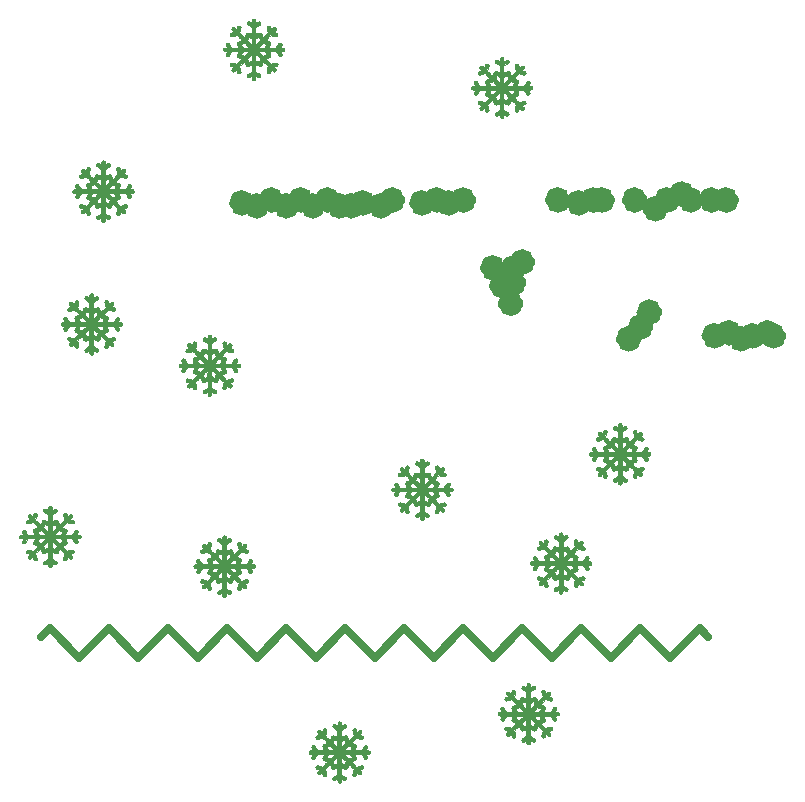
<source format=gbr>
%TF.GenerationSoftware,KiCad,Pcbnew,(5.1.10)-1*%
%TF.CreationDate,2021-10-17T13:13:45+02:00*%
%TF.ProjectId,TVZ_kuglica,54565a5f-6b75-4676-9c69-63612e6b6963,rev?*%
%TF.SameCoordinates,Original*%
%TF.FileFunction,Legend,Top*%
%TF.FilePolarity,Positive*%
%FSLAX46Y46*%
G04 Gerber Fmt 4.6, Leading zero omitted, Abs format (unit mm)*
G04 Created by KiCad (PCBNEW (5.1.10)-1) date 2021-10-17 13:13:45*
%MOMM*%
%LPD*%
G01*
G04 APERTURE LIST*
%ADD10C,1.200000*%
%ADD11C,0.700000*%
%ADD12C,0.010000*%
G04 APERTURE END LIST*
D10*
X150000000Y-88000000D02*
G75*
G03*
X150000000Y-88000000I-500000J0D01*
G01*
X149250000Y-88500000D02*
G75*
G03*
X149250000Y-88500000I-500000J0D01*
G01*
X147500000Y-88500000D02*
G75*
G03*
X147500000Y-88500000I-500000J0D01*
G01*
X149250000Y-89750000D02*
G75*
G03*
X149250000Y-89750000I-500000J0D01*
G01*
X148250000Y-90000000D02*
G75*
G03*
X148250000Y-90000000I-500000J0D01*
G01*
X149000000Y-91500000D02*
G75*
G03*
X149000000Y-91500000I-500000J0D01*
G01*
X156750000Y-82750000D02*
G75*
G03*
X156750000Y-82750000I-500000J0D01*
G01*
X156000000Y-82750000D02*
G75*
G03*
X156000000Y-82750000I-500000J0D01*
G01*
X154750000Y-83000000D02*
G75*
G03*
X154750000Y-83000000I-500000J0D01*
G01*
X153000000Y-82750000D02*
G75*
G03*
X153000000Y-82750000I-500000J0D01*
G01*
X145000000Y-82750000D02*
G75*
G03*
X145000000Y-82750000I-500000J0D01*
G01*
X143750000Y-83000000D02*
G75*
G03*
X143750000Y-83000000I-500000J0D01*
G01*
X142750000Y-82750000D02*
G75*
G03*
X142750000Y-82750000I-500000J0D01*
G01*
X141500000Y-83000000D02*
G75*
G03*
X141500000Y-83000000I-500000J0D01*
G01*
X167250000Y-82750000D02*
G75*
G03*
X167250000Y-82750000I-500000J0D01*
G01*
X166000000Y-82750000D02*
G75*
G03*
X166000000Y-82750000I-500000J0D01*
G01*
X164250000Y-82750000D02*
G75*
G03*
X164250000Y-82750000I-500000J0D01*
G01*
X163500000Y-82250000D02*
G75*
G03*
X163500000Y-82250000I-500000J0D01*
G01*
X162250000Y-82750000D02*
G75*
G03*
X162250000Y-82750000I-500000J0D01*
G01*
X161250000Y-83500000D02*
G75*
G03*
X161250000Y-83500000I-500000J0D01*
G01*
X159500000Y-82750000D02*
G75*
G03*
X159500000Y-82750000I-500000J0D01*
G01*
X160750000Y-92250000D02*
G75*
G03*
X160750000Y-92250000I-500000J0D01*
G01*
X160000000Y-93500000D02*
G75*
G03*
X160000000Y-93500000I-500000J0D01*
G01*
X159000000Y-94500000D02*
G75*
G03*
X159000000Y-94500000I-500000J0D01*
G01*
X171250000Y-94250000D02*
G75*
G03*
X171250000Y-94250000I-500000J0D01*
G01*
X170750000Y-94000000D02*
G75*
G03*
X170750000Y-94000000I-500000J0D01*
G01*
X169500000Y-94250000D02*
G75*
G03*
X169500000Y-94250000I-500000J0D01*
G01*
X168500000Y-94500000D02*
G75*
G03*
X168500000Y-94500000I-500000J0D01*
G01*
X167500000Y-94000000D02*
G75*
G03*
X167500000Y-94000000I-500000J0D01*
G01*
X166250000Y-94250000D02*
G75*
G03*
X166250000Y-94250000I-500000J0D01*
G01*
X139000000Y-82750000D02*
G75*
G03*
X139000000Y-82750000I-500000J0D01*
G01*
X138000000Y-83250000D02*
G75*
G03*
X138000000Y-83250000I-500000J0D01*
G01*
X136500000Y-83000000D02*
G75*
G03*
X136500000Y-83000000I-500000J0D01*
G01*
X135500000Y-83250000D02*
G75*
G03*
X135500000Y-83250000I-500000J0D01*
G01*
X134500000Y-83250000D02*
G75*
G03*
X134500000Y-83250000I-500000J0D01*
G01*
X133500000Y-82750000D02*
G75*
G03*
X133500000Y-82750000I-500000J0D01*
G01*
X132250000Y-83250000D02*
G75*
G03*
X132250000Y-83250000I-500000J0D01*
G01*
X131250000Y-82750000D02*
G75*
G03*
X131250000Y-82750000I-500000J0D01*
G01*
X130000000Y-83250000D02*
G75*
G03*
X130000000Y-83250000I-500000J0D01*
G01*
X128750000Y-82750000D02*
G75*
G03*
X128750000Y-82750000I-500000J0D01*
G01*
X127500000Y-83250000D02*
G75*
G03*
X127500000Y-83250000I-500000J0D01*
G01*
X126250000Y-83000000D02*
G75*
G03*
X126250000Y-83000000I-500000J0D01*
G01*
D11*
X157000000Y-121500000D02*
X154500000Y-119000000D01*
X122000000Y-121500000D02*
X119500000Y-119000000D01*
X117000000Y-121500000D02*
X114500000Y-119000000D01*
X129500000Y-119000000D02*
X127000000Y-121500000D01*
X137000000Y-121500000D02*
X134500000Y-119000000D01*
X112000000Y-121500000D02*
X109500000Y-119000000D01*
X139500000Y-119000000D02*
X137000000Y-121500000D01*
X134500000Y-119000000D02*
X132000000Y-121500000D01*
X152000000Y-121500000D02*
X149500000Y-119000000D01*
X109500000Y-119000000D02*
X108750000Y-119750000D01*
X147000000Y-121500000D02*
X144500000Y-119000000D01*
X154500000Y-119000000D02*
X152000000Y-121500000D01*
X165250000Y-119750000D02*
X164500000Y-119000000D01*
X127000000Y-121500000D02*
X124500000Y-119000000D01*
X162000000Y-121500000D02*
X159500000Y-119000000D01*
X114500000Y-119000000D02*
X112000000Y-121500000D01*
X159500000Y-119000000D02*
X157000000Y-121500000D01*
X149500000Y-119000000D02*
X147000000Y-121500000D01*
X119500000Y-119000000D02*
X117000000Y-121500000D01*
X142000000Y-121500000D02*
X139500000Y-119000000D01*
X124500000Y-119000000D02*
X122000000Y-121500000D01*
X144500000Y-119000000D02*
X142000000Y-121500000D01*
X132000000Y-121500000D02*
X129500000Y-119000000D01*
X164500000Y-119000000D02*
X162000000Y-121500000D01*
D12*
%TO.C,G\u002A\u002A\u002A*%
G36*
X114048505Y-79410765D02*
G01*
X114077367Y-79425067D01*
X114103942Y-79446464D01*
X114122890Y-79467278D01*
X114135608Y-79491553D01*
X114143489Y-79523331D01*
X114147929Y-79566656D01*
X114150323Y-79625568D01*
X114150626Y-79637377D01*
X114153932Y-79772706D01*
X114267466Y-79707839D01*
X114324991Y-79675794D01*
X114369098Y-79653836D01*
X114403448Y-79641045D01*
X114431701Y-79636497D01*
X114457518Y-79639271D01*
X114484558Y-79648445D01*
X114491448Y-79651413D01*
X114537522Y-79681151D01*
X114566624Y-79722064D01*
X114578710Y-79774080D01*
X114579082Y-79786157D01*
X114577630Y-79813921D01*
X114571914Y-79838158D01*
X114559963Y-79860751D01*
X114539805Y-79883583D01*
X114509470Y-79908537D01*
X114466988Y-79937494D01*
X114410389Y-79972339D01*
X114342521Y-80012160D01*
X114152400Y-80122360D01*
X114152400Y-80727859D01*
X114322580Y-80652913D01*
X114378832Y-80628794D01*
X114430451Y-80607880D01*
X114473879Y-80591516D01*
X114505560Y-80581049D01*
X114521026Y-80577783D01*
X114566519Y-80585792D01*
X114609879Y-80607400D01*
X114637804Y-80632895D01*
X114648691Y-80651402D01*
X114665019Y-80685061D01*
X114685049Y-80730014D01*
X114707042Y-80782405D01*
X114721931Y-80819546D01*
X114743084Y-80872781D01*
X114762010Y-80919366D01*
X114777341Y-80956014D01*
X114787707Y-80979439D01*
X114791380Y-80986331D01*
X114799975Y-80981312D01*
X114820999Y-80963520D01*
X114852628Y-80934665D01*
X114893037Y-80896453D01*
X114940400Y-80850594D01*
X114992892Y-80798795D01*
X115010125Y-80781595D01*
X115222092Y-80569447D01*
X115163911Y-80353614D01*
X115141428Y-80267821D01*
X115125253Y-80200541D01*
X115115228Y-80151022D01*
X115111194Y-80118515D01*
X115111694Y-80106231D01*
X115130659Y-80053569D01*
X115163157Y-80013831D01*
X115205810Y-79988674D01*
X115255243Y-79979754D01*
X115308077Y-79988728D01*
X115331155Y-79998579D01*
X115353052Y-80011563D01*
X115370509Y-80027541D01*
X115385268Y-80049858D01*
X115399074Y-80081859D01*
X115413672Y-80126888D01*
X115430805Y-80188290D01*
X115431560Y-80191106D01*
X115444117Y-80236702D01*
X115455240Y-80274760D01*
X115463683Y-80301167D01*
X115468084Y-80311711D01*
X115477061Y-80307236D01*
X115497356Y-80290843D01*
X115526019Y-80265078D01*
X115560100Y-80232491D01*
X115562418Y-80230212D01*
X115606356Y-80187625D01*
X115639700Y-80157632D01*
X115665825Y-80138076D01*
X115688110Y-80126797D01*
X115709931Y-80121638D01*
X115734152Y-80120437D01*
X115783421Y-80129914D01*
X115826086Y-80155722D01*
X115858443Y-80194081D01*
X115876786Y-80241212D01*
X115879562Y-80268842D01*
X115875953Y-80299324D01*
X115863840Y-80330771D01*
X115841380Y-80366061D01*
X115806726Y-80408076D01*
X115758035Y-80459694D01*
X115755955Y-80461810D01*
X115684946Y-80533981D01*
X115805133Y-80567030D01*
X115867692Y-80584754D01*
X115913743Y-80599512D01*
X115946555Y-80613001D01*
X115969398Y-80626916D01*
X115985541Y-80642953D01*
X115998254Y-80662809D01*
X116001420Y-80668844D01*
X116018600Y-80721979D01*
X116017249Y-80773259D01*
X115999031Y-80819270D01*
X115965609Y-80856602D01*
X115918649Y-80881843D01*
X115894452Y-80888177D01*
X115870990Y-80887577D01*
X115828629Y-80880455D01*
X115767274Y-80866790D01*
X115686832Y-80846561D01*
X115648551Y-80836430D01*
X115433517Y-80778847D01*
X115227298Y-80988580D01*
X115174540Y-81042394D01*
X115126605Y-81091589D01*
X115085301Y-81134287D01*
X115052432Y-81168610D01*
X115029808Y-81192678D01*
X115019234Y-81204614D01*
X115018692Y-81205456D01*
X115026883Y-81211238D01*
X115051074Y-81222747D01*
X115088205Y-81238661D01*
X115135219Y-81257658D01*
X115175560Y-81273298D01*
X115231151Y-81295300D01*
X115282089Y-81316966D01*
X115324406Y-81336493D01*
X115354132Y-81352080D01*
X115364749Y-81359183D01*
X115394144Y-81392944D01*
X115414871Y-81434067D01*
X115422400Y-81472417D01*
X115418282Y-81490680D01*
X115406561Y-81524990D01*
X115388187Y-81572964D01*
X115364108Y-81632216D01*
X115335273Y-81700361D01*
X115302633Y-81775015D01*
X115296328Y-81789180D01*
X115270256Y-81847600D01*
X115877639Y-81847600D01*
X115987839Y-81657478D01*
X116029937Y-81585804D01*
X116064377Y-81530102D01*
X116093043Y-81488399D01*
X116117818Y-81458727D01*
X116140583Y-81439113D01*
X116163221Y-81427589D01*
X116187616Y-81422182D01*
X116213842Y-81420917D01*
X116268134Y-81429495D01*
X116311338Y-81455099D01*
X116343382Y-81497683D01*
X116348586Y-81508551D01*
X116359123Y-81536405D01*
X116363475Y-81562180D01*
X116360722Y-81589536D01*
X116349940Y-81622133D01*
X116330207Y-81663632D01*
X116300602Y-81717693D01*
X116292160Y-81732533D01*
X116227293Y-81846067D01*
X116362622Y-81849373D01*
X116424575Y-81851559D01*
X116470254Y-81855554D01*
X116503703Y-81862755D01*
X116528965Y-81874555D01*
X116550081Y-81892351D01*
X116571094Y-81917536D01*
X116574932Y-81922632D01*
X116591565Y-81959660D01*
X116596332Y-82004508D01*
X116589234Y-82048505D01*
X116574932Y-82077367D01*
X116553535Y-82103942D01*
X116532721Y-82122890D01*
X116508446Y-82135608D01*
X116476668Y-82143489D01*
X116433343Y-82147929D01*
X116374431Y-82150323D01*
X116362622Y-82150626D01*
X116227293Y-82153932D01*
X116292160Y-82267466D01*
X116324205Y-82324991D01*
X116346163Y-82369098D01*
X116358954Y-82403448D01*
X116363502Y-82431701D01*
X116360728Y-82457518D01*
X116351554Y-82484558D01*
X116348586Y-82491448D01*
X116318848Y-82537522D01*
X116277935Y-82566624D01*
X116225919Y-82578710D01*
X116213842Y-82579082D01*
X116186078Y-82577630D01*
X116161841Y-82571914D01*
X116139248Y-82559963D01*
X116116416Y-82539805D01*
X116091462Y-82509470D01*
X116062505Y-82466988D01*
X116027660Y-82410389D01*
X115987839Y-82342521D01*
X115877639Y-82152400D01*
X115272140Y-82152400D01*
X115347086Y-82322580D01*
X115371205Y-82378832D01*
X115392119Y-82430451D01*
X115408483Y-82473879D01*
X115418950Y-82505560D01*
X115422216Y-82521026D01*
X115414207Y-82566519D01*
X115392599Y-82609879D01*
X115367104Y-82637804D01*
X115348601Y-82648696D01*
X115314949Y-82665041D01*
X115270004Y-82685097D01*
X115217623Y-82707124D01*
X115180453Y-82722053D01*
X115127427Y-82742999D01*
X115081199Y-82761363D01*
X115044999Y-82775852D01*
X115022057Y-82785177D01*
X115015492Y-82788006D01*
X115020911Y-82795739D01*
X115038946Y-82816089D01*
X115067895Y-82847256D01*
X115106056Y-82887436D01*
X115151729Y-82934827D01*
X115203212Y-82987627D01*
X115221473Y-83006223D01*
X115433042Y-83221279D01*
X115648314Y-83163632D01*
X115736597Y-83140713D01*
X115805755Y-83124362D01*
X115855887Y-83114558D01*
X115887090Y-83111281D01*
X115894452Y-83111822D01*
X115946776Y-83130747D01*
X115986283Y-83163245D01*
X116011309Y-83205906D01*
X116020192Y-83255317D01*
X116011266Y-83308065D01*
X116001420Y-83331155D01*
X115989065Y-83352289D01*
X115974135Y-83369162D01*
X115953361Y-83383468D01*
X115923472Y-83396905D01*
X115881200Y-83411167D01*
X115823275Y-83427951D01*
X115805133Y-83432969D01*
X115684946Y-83466018D01*
X115755955Y-83538189D01*
X115805197Y-83590215D01*
X115840334Y-83632531D01*
X115863210Y-83668018D01*
X115875670Y-83699555D01*
X115879558Y-83730021D01*
X115879562Y-83731157D01*
X115870278Y-83781440D01*
X115844991Y-83824983D01*
X115807405Y-83858006D01*
X115761224Y-83876728D01*
X115734152Y-83879562D01*
X115709503Y-83878307D01*
X115687705Y-83873052D01*
X115665379Y-83861638D01*
X115639148Y-83841905D01*
X115605636Y-83811695D01*
X115562418Y-83769787D01*
X115528089Y-83736847D01*
X115498987Y-83710565D01*
X115478062Y-83693489D01*
X115468265Y-83688168D01*
X115468084Y-83688288D01*
X115463345Y-83699835D01*
X115454744Y-83726953D01*
X115443520Y-83765543D01*
X115431400Y-83809680D01*
X115412463Y-83875752D01*
X115394985Y-83924855D01*
X115377303Y-83960098D01*
X115357757Y-83984589D01*
X115334683Y-84001440D01*
X115326724Y-84005518D01*
X115274415Y-84020352D01*
X115223709Y-84016822D01*
X115178183Y-83996784D01*
X115141412Y-83962099D01*
X115116974Y-83914625D01*
X115111694Y-83893768D01*
X115111952Y-83871824D01*
X115118099Y-83833351D01*
X115130293Y-83777601D01*
X115148694Y-83703821D01*
X115163910Y-83646386D01*
X115222091Y-83430555D01*
X115014998Y-83223277D01*
X114961647Y-83170222D01*
X114912685Y-83122187D01*
X114870005Y-83080978D01*
X114835503Y-83048402D01*
X114811072Y-83026266D01*
X114798608Y-83016375D01*
X114797652Y-83016021D01*
X114790820Y-83025045D01*
X114778368Y-83050019D01*
X114761689Y-83087824D01*
X114742176Y-83135337D01*
X114726440Y-83175670D01*
X114704399Y-83231288D01*
X114682731Y-83282230D01*
X114663229Y-83324545D01*
X114647687Y-83354278D01*
X114640554Y-83364989D01*
X114606987Y-83394203D01*
X114565955Y-83414860D01*
X114527582Y-83422400D01*
X114509319Y-83418282D01*
X114475009Y-83406561D01*
X114427035Y-83388187D01*
X114367783Y-83364108D01*
X114299638Y-83335273D01*
X114224984Y-83302633D01*
X114210820Y-83296328D01*
X114152400Y-83270256D01*
X114152400Y-83877359D01*
X114342580Y-83987699D01*
X114414323Y-84029893D01*
X114470081Y-84064434D01*
X114511820Y-84093185D01*
X114541509Y-84118010D01*
X114561114Y-84140773D01*
X114572603Y-84163339D01*
X114577944Y-84187571D01*
X114579120Y-84211807D01*
X114570497Y-84266987D01*
X114546142Y-84311640D01*
X114508318Y-84343366D01*
X114459293Y-84359767D01*
X114437687Y-84361491D01*
X114415438Y-84360345D01*
X114392502Y-84355121D01*
X114364863Y-84344199D01*
X114328502Y-84325958D01*
X114279404Y-84298779D01*
X114272413Y-84294810D01*
X114153930Y-84227420D01*
X114150625Y-84362686D01*
X114148881Y-84419337D01*
X114146495Y-84459600D01*
X114142882Y-84487407D01*
X114137457Y-84506689D01*
X114129638Y-84521377D01*
X114126372Y-84525968D01*
X114086096Y-84566630D01*
X114039911Y-84591192D01*
X113991412Y-84598445D01*
X113944194Y-84587183D01*
X113944120Y-84587148D01*
X113900265Y-84557035D01*
X113867178Y-84514875D01*
X113858436Y-84496158D01*
X113854124Y-84474767D01*
X113850626Y-84438360D01*
X113848326Y-84392236D01*
X113847600Y-84347053D01*
X113847600Y-84226550D01*
X113728351Y-84294375D01*
X113677291Y-84322837D01*
X113639483Y-84342168D01*
X113610930Y-84353981D01*
X113587640Y-84359892D01*
X113565616Y-84361516D01*
X113562312Y-84361491D01*
X113509542Y-84351698D01*
X113467092Y-84325647D01*
X113437229Y-84285737D01*
X113422219Y-84234366D01*
X113420880Y-84211807D01*
X113422435Y-84184568D01*
X113428413Y-84160634D01*
X113440782Y-84138143D01*
X113461509Y-84115230D01*
X113492562Y-84090035D01*
X113535908Y-84060694D01*
X113593515Y-84025344D01*
X113657478Y-83987839D01*
X113847600Y-83877639D01*
X113847600Y-83272140D01*
X113677420Y-83347086D01*
X113621167Y-83371205D01*
X113569548Y-83392119D01*
X113526120Y-83408483D01*
X113494439Y-83418950D01*
X113478973Y-83422216D01*
X113433480Y-83414207D01*
X113390120Y-83392599D01*
X113362195Y-83367104D01*
X113351303Y-83348601D01*
X113334958Y-83314949D01*
X113314902Y-83270004D01*
X113292875Y-83217623D01*
X113277946Y-83180453D01*
X113256941Y-83127316D01*
X113238452Y-83080874D01*
X113223787Y-83044389D01*
X113214255Y-83021122D01*
X113211267Y-83014316D01*
X113203360Y-83019446D01*
X113182869Y-83037228D01*
X113151601Y-83065970D01*
X113111361Y-83103978D01*
X113063956Y-83149560D01*
X113011192Y-83201021D01*
X112992689Y-83219225D01*
X112778000Y-83430896D01*
X112836135Y-83646557D01*
X112858610Y-83732324D01*
X112874775Y-83799578D01*
X112884789Y-83849069D01*
X112888809Y-83881545D01*
X112888305Y-83893768D01*
X112869450Y-83945586D01*
X112836914Y-83985316D01*
X112794271Y-84011099D01*
X112745100Y-84021077D01*
X112692976Y-84013392D01*
X112673275Y-84005518D01*
X112648801Y-83990373D01*
X112628359Y-83968531D01*
X112610287Y-83936882D01*
X112592923Y-83892318D01*
X112574605Y-83831729D01*
X112568599Y-83809680D01*
X112556208Y-83764179D01*
X112545516Y-83726439D01*
X112537685Y-83700464D01*
X112533920Y-83690293D01*
X112525597Y-83695372D01*
X112505894Y-83712008D01*
X112477900Y-83737491D01*
X112449746Y-83764220D01*
X112413580Y-83798183D01*
X112379483Y-83828508D01*
X112351985Y-83851254D01*
X112338840Y-83860709D01*
X112293860Y-83877748D01*
X112247121Y-83877569D01*
X112202566Y-83862456D01*
X112164136Y-83834693D01*
X112135776Y-83796565D01*
X112121426Y-83750357D01*
X112120437Y-83734152D01*
X112121692Y-83709503D01*
X112126947Y-83687705D01*
X112138361Y-83665379D01*
X112158094Y-83639148D01*
X112188304Y-83605636D01*
X112230212Y-83562418D01*
X112263152Y-83528089D01*
X112289434Y-83498987D01*
X112306510Y-83478062D01*
X112311831Y-83468265D01*
X112311711Y-83468084D01*
X112300159Y-83463335D01*
X112273054Y-83454723D01*
X112234508Y-83443496D01*
X112191106Y-83431560D01*
X112128987Y-83414291D01*
X112083373Y-83399626D01*
X112050920Y-83385822D01*
X112028282Y-83371133D01*
X112012117Y-83353817D01*
X111999078Y-83332129D01*
X111998579Y-83331155D01*
X111981337Y-83277885D01*
X111982712Y-83226570D01*
X112001050Y-83180576D01*
X112034697Y-83143271D01*
X112082000Y-83118024D01*
X112106361Y-83111669D01*
X112128160Y-83111878D01*
X112166214Y-83117890D01*
X112221344Y-83129880D01*
X112294372Y-83148020D01*
X112353885Y-83163745D01*
X112569726Y-83221809D01*
X112776863Y-83014857D01*
X112829904Y-82961513D01*
X112877924Y-82912542D01*
X112919117Y-82869844D01*
X112951675Y-82835316D01*
X112973789Y-82810855D01*
X112983653Y-82798359D01*
X112984000Y-82797404D01*
X112974978Y-82790502D01*
X112952931Y-82779481D01*
X113442008Y-82779481D01*
X113499356Y-82923140D01*
X113519580Y-82972863D01*
X113537483Y-83015125D01*
X113551630Y-83046674D01*
X113560588Y-83064256D01*
X113562732Y-83066800D01*
X113573673Y-83062889D01*
X113599735Y-83052127D01*
X113637496Y-83035968D01*
X113683531Y-83015866D01*
X113705640Y-83006096D01*
X113842520Y-82945392D01*
X113842549Y-82942257D01*
X114152400Y-82942257D01*
X114292100Y-83003967D01*
X114341317Y-83025553D01*
X114383870Y-83043921D01*
X114416342Y-83057620D01*
X114435320Y-83065199D01*
X114438642Y-83066239D01*
X114444477Y-83057477D01*
X114456135Y-83032924D01*
X114472211Y-82995776D01*
X114491301Y-82949236D01*
X114503530Y-82918359D01*
X114561576Y-82769919D01*
X114356988Y-82565330D01*
X114152400Y-82360742D01*
X114152400Y-82942257D01*
X113842549Y-82942257D01*
X113847910Y-82366376D01*
X113735144Y-82475288D01*
X113685726Y-82523805D01*
X113632039Y-82577810D01*
X113580209Y-82631066D01*
X113536363Y-82677339D01*
X113532193Y-82681840D01*
X113442008Y-82779481D01*
X112952931Y-82779481D01*
X112949996Y-82778014D01*
X112912175Y-82761333D01*
X112864641Y-82741854D01*
X112824351Y-82726191D01*
X112768716Y-82704230D01*
X112717759Y-82682630D01*
X112675436Y-82663180D01*
X112645704Y-82647670D01*
X112635010Y-82640554D01*
X112605796Y-82606988D01*
X112585139Y-82565955D01*
X112577600Y-82527582D01*
X112581717Y-82509319D01*
X112593438Y-82475009D01*
X112605323Y-82443975D01*
X112936908Y-82443975D01*
X112947829Y-82449461D01*
X112973591Y-82460578D01*
X113010063Y-82475680D01*
X113053115Y-82493121D01*
X113098616Y-82511255D01*
X113142433Y-82528438D01*
X113180437Y-82543024D01*
X113208496Y-82553368D01*
X113222478Y-82557823D01*
X113222855Y-82557874D01*
X113232418Y-82551193D01*
X113254341Y-82531864D01*
X113286708Y-82501702D01*
X113327607Y-82462524D01*
X113375122Y-82416143D01*
X113427340Y-82364377D01*
X113436120Y-82355600D01*
X113639129Y-82152400D01*
X113057753Y-82152400D01*
X112995036Y-82295893D01*
X112973734Y-82345557D01*
X112956136Y-82388375D01*
X112943536Y-82421054D01*
X112937224Y-82440301D01*
X112936908Y-82443975D01*
X112605323Y-82443975D01*
X112611812Y-82427035D01*
X112635891Y-82367783D01*
X112664726Y-82299638D01*
X112697366Y-82224984D01*
X112703671Y-82210820D01*
X112729743Y-82152400D01*
X112122360Y-82152400D01*
X112012160Y-82342521D01*
X111970062Y-82414195D01*
X111935622Y-82469897D01*
X111906956Y-82511600D01*
X111882181Y-82541272D01*
X111859416Y-82560886D01*
X111836778Y-82572410D01*
X111812383Y-82577817D01*
X111786157Y-82579082D01*
X111731865Y-82570504D01*
X111688661Y-82544900D01*
X111656617Y-82502316D01*
X111651413Y-82491448D01*
X111640876Y-82463594D01*
X111636524Y-82437819D01*
X111639277Y-82410463D01*
X111650059Y-82377866D01*
X111669792Y-82336367D01*
X111699397Y-82282306D01*
X111707839Y-82267466D01*
X111772706Y-82153932D01*
X111696773Y-82152077D01*
X114372387Y-82152077D01*
X114483373Y-82265706D01*
X114530978Y-82314606D01*
X114582334Y-82367625D01*
X114631777Y-82418901D01*
X114673647Y-82462576D01*
X114679838Y-82469068D01*
X114713149Y-82503563D01*
X114741384Y-82531915D01*
X114761642Y-82551273D01*
X114771024Y-82558786D01*
X114771140Y-82558800D01*
X114782121Y-82555228D01*
X114808563Y-82545381D01*
X114847072Y-82530557D01*
X114894254Y-82512055D01*
X114921882Y-82501097D01*
X114971843Y-82480829D01*
X115014356Y-82462869D01*
X115046179Y-82448643D01*
X115064071Y-82439577D01*
X115066800Y-82437317D01*
X115062889Y-82426358D01*
X115052126Y-82400279D01*
X115035966Y-82362505D01*
X115015863Y-82316462D01*
X115006096Y-82294359D01*
X114945392Y-82157480D01*
X114658890Y-82154778D01*
X114372387Y-82152077D01*
X111696773Y-82152077D01*
X111637377Y-82150626D01*
X111575424Y-82148440D01*
X111529745Y-82144445D01*
X111496296Y-82137244D01*
X111471034Y-82125444D01*
X111449918Y-82107648D01*
X111428905Y-82082463D01*
X111425067Y-82077367D01*
X111408434Y-82040339D01*
X111403667Y-81995491D01*
X111410765Y-81951494D01*
X111425067Y-81922632D01*
X111446464Y-81896057D01*
X111467278Y-81877109D01*
X111491553Y-81864391D01*
X111523331Y-81856510D01*
X111566656Y-81852070D01*
X111625568Y-81849676D01*
X111637377Y-81849373D01*
X111772706Y-81846067D01*
X111707839Y-81732533D01*
X111675794Y-81675008D01*
X111653836Y-81630901D01*
X111641045Y-81596551D01*
X111636497Y-81568298D01*
X111639271Y-81542481D01*
X111648445Y-81515441D01*
X111651413Y-81508551D01*
X111681151Y-81462477D01*
X111722064Y-81433375D01*
X111774080Y-81421289D01*
X111786157Y-81420917D01*
X111813921Y-81422369D01*
X111838158Y-81428085D01*
X111860751Y-81440036D01*
X111883583Y-81460194D01*
X111908537Y-81490529D01*
X111937494Y-81533011D01*
X111972339Y-81589610D01*
X112012160Y-81657478D01*
X112122360Y-81847600D01*
X112425109Y-81847599D01*
X112727859Y-81847599D01*
X112652913Y-81677419D01*
X112628794Y-81621167D01*
X112607880Y-81569548D01*
X112605488Y-81563199D01*
X112933200Y-81563199D01*
X112937125Y-81574448D01*
X112947861Y-81600534D01*
X112963849Y-81637777D01*
X112983532Y-81682495D01*
X112987285Y-81690916D01*
X113008154Y-81737880D01*
X113026352Y-81779261D01*
X113040073Y-81810923D01*
X113047512Y-81828729D01*
X113047927Y-81829820D01*
X113051154Y-81834990D01*
X113058060Y-81839055D01*
X113070858Y-81842144D01*
X113091764Y-81844391D01*
X113122993Y-81845926D01*
X113166759Y-81846882D01*
X113225277Y-81847390D01*
X113300761Y-81847581D01*
X113346869Y-81847600D01*
X113639257Y-81847600D01*
X114372702Y-81847600D01*
X114942223Y-81847600D01*
X114998827Y-81718060D01*
X115019944Y-81669582D01*
X115038447Y-81626826D01*
X115052642Y-81593727D01*
X115060832Y-81574226D01*
X115061801Y-81571785D01*
X115061162Y-81564112D01*
X115051985Y-81555215D01*
X115031911Y-81543855D01*
X114998582Y-81528794D01*
X114949640Y-81508794D01*
X114918589Y-81496559D01*
X114769007Y-81438067D01*
X114681683Y-81529283D01*
X114640944Y-81571676D01*
X114591738Y-81622633D01*
X114539819Y-81676207D01*
X114490944Y-81726450D01*
X114483531Y-81734049D01*
X114372702Y-81847600D01*
X113639257Y-81847600D01*
X113230060Y-81438403D01*
X113081630Y-81497504D01*
X113031023Y-81518051D01*
X112987829Y-81536346D01*
X112955251Y-81550971D01*
X112936490Y-81560509D01*
X112933200Y-81563199D01*
X112605488Y-81563199D01*
X112591516Y-81526120D01*
X112581049Y-81494439D01*
X112577783Y-81478973D01*
X112585873Y-81433227D01*
X112607726Y-81389697D01*
X112633167Y-81361981D01*
X112651790Y-81351029D01*
X112685565Y-81334684D01*
X112730616Y-81314687D01*
X112783068Y-81292778D01*
X112819818Y-81278131D01*
X112873031Y-81257098D01*
X112919583Y-81238250D01*
X112956182Y-81222955D01*
X112957974Y-81222159D01*
X113441238Y-81222159D01*
X113494080Y-81278339D01*
X113515005Y-81300235D01*
X113545175Y-81331340D01*
X113582241Y-81369276D01*
X113623853Y-81411666D01*
X113667663Y-81456133D01*
X113711319Y-81500300D01*
X113752473Y-81541790D01*
X113788776Y-81578226D01*
X113817877Y-81607231D01*
X113837427Y-81626427D01*
X113845060Y-81633435D01*
X113845713Y-81623913D01*
X113846304Y-81596616D01*
X113846810Y-81554087D01*
X113847210Y-81498872D01*
X113847479Y-81433513D01*
X113847596Y-81360555D01*
X113847600Y-81345996D01*
X113847600Y-81057753D01*
X113846795Y-81057401D01*
X114152400Y-81057401D01*
X114152400Y-81639257D01*
X114356605Y-81435052D01*
X114560810Y-81230846D01*
X114503311Y-81084796D01*
X114483294Y-81034290D01*
X114465834Y-80990878D01*
X114452293Y-80957892D01*
X114444030Y-80938665D01*
X114442226Y-80935159D01*
X114432197Y-80937790D01*
X114406888Y-80947402D01*
X114369566Y-80962675D01*
X114323497Y-80982287D01*
X114295519Y-80994486D01*
X114152400Y-81057401D01*
X113846795Y-81057401D01*
X113704106Y-80995036D01*
X113654448Y-80973730D01*
X113611644Y-80956119D01*
X113578985Y-80943499D01*
X113559762Y-80937162D01*
X113556102Y-80936830D01*
X113550988Y-80947398D01*
X113539929Y-80973470D01*
X113524339Y-81011612D01*
X113505633Y-81058388D01*
X113496414Y-81081750D01*
X113441238Y-81222159D01*
X112957974Y-81222159D01*
X112979532Y-81212584D01*
X112986331Y-81208897D01*
X112981311Y-81200231D01*
X112963517Y-81179140D01*
X112934657Y-81147452D01*
X112896441Y-81106995D01*
X112850576Y-81059596D01*
X112798772Y-81007084D01*
X112781595Y-80989874D01*
X112569447Y-80777907D01*
X112353614Y-80836088D01*
X112267821Y-80858571D01*
X112200541Y-80874746D01*
X112151022Y-80884771D01*
X112118515Y-80888805D01*
X112106231Y-80888305D01*
X112053569Y-80869340D01*
X112013831Y-80836842D01*
X111988674Y-80794189D01*
X111979754Y-80744756D01*
X111988728Y-80691922D01*
X111998579Y-80668844D01*
X112011563Y-80646947D01*
X112027541Y-80629490D01*
X112049858Y-80614731D01*
X112081859Y-80600925D01*
X112126888Y-80586327D01*
X112188290Y-80569194D01*
X112191106Y-80568439D01*
X112236702Y-80555882D01*
X112274760Y-80544759D01*
X112301167Y-80536316D01*
X112311711Y-80531915D01*
X112307236Y-80522938D01*
X112290843Y-80502643D01*
X112265078Y-80473980D01*
X112232491Y-80439899D01*
X112230212Y-80437581D01*
X112187625Y-80393643D01*
X112157632Y-80360299D01*
X112138076Y-80334174D01*
X112126797Y-80311889D01*
X112121638Y-80290068D01*
X112120437Y-80265847D01*
X112129442Y-80217526D01*
X112153726Y-80176550D01*
X112189347Y-80145204D01*
X112232362Y-80125772D01*
X112278828Y-80120540D01*
X112324804Y-80131791D01*
X112338840Y-80139290D01*
X112358802Y-80154159D01*
X112388618Y-80179438D01*
X112423757Y-80211187D01*
X112449746Y-80235779D01*
X112482379Y-80266670D01*
X112509357Y-80291032D01*
X112527592Y-80306152D01*
X112533920Y-80309706D01*
X112537867Y-80298986D01*
X112545806Y-80272631D01*
X112556567Y-80234656D01*
X112568439Y-80191106D01*
X112585708Y-80128987D01*
X112600373Y-80083373D01*
X112614177Y-80050920D01*
X112628866Y-80028282D01*
X112646182Y-80012117D01*
X112667870Y-79999078D01*
X112668844Y-79998579D01*
X112722103Y-79981345D01*
X112773423Y-79982722D01*
X112819426Y-80001054D01*
X112856735Y-80034683D01*
X112881973Y-80081953D01*
X112888305Y-80106231D01*
X112888047Y-80128192D01*
X112881895Y-80166691D01*
X112869691Y-80222475D01*
X112851277Y-80296294D01*
X112836163Y-80353336D01*
X112778057Y-80568890D01*
X112989200Y-80776445D01*
X113043121Y-80829250D01*
X113092375Y-80877103D01*
X113135104Y-80918229D01*
X113169450Y-80950852D01*
X113193554Y-80973199D01*
X113205558Y-80983494D01*
X113206471Y-80983978D01*
X113211932Y-80974970D01*
X113223193Y-80950039D01*
X113238946Y-80912296D01*
X113257882Y-80864854D01*
X113273560Y-80824329D01*
X113295600Y-80768711D01*
X113317268Y-80717769D01*
X113336770Y-80675454D01*
X113352312Y-80645721D01*
X113359445Y-80635010D01*
X113393967Y-80605122D01*
X113436074Y-80584562D01*
X113473893Y-80577727D01*
X113490322Y-80581653D01*
X113521951Y-80592488D01*
X113565384Y-80608948D01*
X113617228Y-80629748D01*
X113672340Y-80652854D01*
X113847600Y-80727853D01*
X113847600Y-80425107D01*
X113847599Y-80122360D01*
X113657478Y-80012160D01*
X113585804Y-79970062D01*
X113530102Y-79935622D01*
X113488399Y-79906956D01*
X113458727Y-79882181D01*
X113439113Y-79859416D01*
X113427589Y-79836778D01*
X113422182Y-79812383D01*
X113420917Y-79786157D01*
X113429495Y-79731865D01*
X113455099Y-79688661D01*
X113497683Y-79656617D01*
X113508551Y-79651413D01*
X113536405Y-79640876D01*
X113562180Y-79636524D01*
X113589536Y-79639277D01*
X113622133Y-79650059D01*
X113663632Y-79669792D01*
X113717693Y-79699397D01*
X113732533Y-79707839D01*
X113846067Y-79772706D01*
X113849373Y-79637377D01*
X113851559Y-79575424D01*
X113855554Y-79529745D01*
X113862755Y-79496296D01*
X113874555Y-79471034D01*
X113892351Y-79449918D01*
X113917536Y-79428905D01*
X113922632Y-79425067D01*
X113959660Y-79408434D01*
X114004508Y-79403667D01*
X114048505Y-79410765D01*
G37*
X114048505Y-79410765D02*
X114077367Y-79425067D01*
X114103942Y-79446464D01*
X114122890Y-79467278D01*
X114135608Y-79491553D01*
X114143489Y-79523331D01*
X114147929Y-79566656D01*
X114150323Y-79625568D01*
X114150626Y-79637377D01*
X114153932Y-79772706D01*
X114267466Y-79707839D01*
X114324991Y-79675794D01*
X114369098Y-79653836D01*
X114403448Y-79641045D01*
X114431701Y-79636497D01*
X114457518Y-79639271D01*
X114484558Y-79648445D01*
X114491448Y-79651413D01*
X114537522Y-79681151D01*
X114566624Y-79722064D01*
X114578710Y-79774080D01*
X114579082Y-79786157D01*
X114577630Y-79813921D01*
X114571914Y-79838158D01*
X114559963Y-79860751D01*
X114539805Y-79883583D01*
X114509470Y-79908537D01*
X114466988Y-79937494D01*
X114410389Y-79972339D01*
X114342521Y-80012160D01*
X114152400Y-80122360D01*
X114152400Y-80727859D01*
X114322580Y-80652913D01*
X114378832Y-80628794D01*
X114430451Y-80607880D01*
X114473879Y-80591516D01*
X114505560Y-80581049D01*
X114521026Y-80577783D01*
X114566519Y-80585792D01*
X114609879Y-80607400D01*
X114637804Y-80632895D01*
X114648691Y-80651402D01*
X114665019Y-80685061D01*
X114685049Y-80730014D01*
X114707042Y-80782405D01*
X114721931Y-80819546D01*
X114743084Y-80872781D01*
X114762010Y-80919366D01*
X114777341Y-80956014D01*
X114787707Y-80979439D01*
X114791380Y-80986331D01*
X114799975Y-80981312D01*
X114820999Y-80963520D01*
X114852628Y-80934665D01*
X114893037Y-80896453D01*
X114940400Y-80850594D01*
X114992892Y-80798795D01*
X115010125Y-80781595D01*
X115222092Y-80569447D01*
X115163911Y-80353614D01*
X115141428Y-80267821D01*
X115125253Y-80200541D01*
X115115228Y-80151022D01*
X115111194Y-80118515D01*
X115111694Y-80106231D01*
X115130659Y-80053569D01*
X115163157Y-80013831D01*
X115205810Y-79988674D01*
X115255243Y-79979754D01*
X115308077Y-79988728D01*
X115331155Y-79998579D01*
X115353052Y-80011563D01*
X115370509Y-80027541D01*
X115385268Y-80049858D01*
X115399074Y-80081859D01*
X115413672Y-80126888D01*
X115430805Y-80188290D01*
X115431560Y-80191106D01*
X115444117Y-80236702D01*
X115455240Y-80274760D01*
X115463683Y-80301167D01*
X115468084Y-80311711D01*
X115477061Y-80307236D01*
X115497356Y-80290843D01*
X115526019Y-80265078D01*
X115560100Y-80232491D01*
X115562418Y-80230212D01*
X115606356Y-80187625D01*
X115639700Y-80157632D01*
X115665825Y-80138076D01*
X115688110Y-80126797D01*
X115709931Y-80121638D01*
X115734152Y-80120437D01*
X115783421Y-80129914D01*
X115826086Y-80155722D01*
X115858443Y-80194081D01*
X115876786Y-80241212D01*
X115879562Y-80268842D01*
X115875953Y-80299324D01*
X115863840Y-80330771D01*
X115841380Y-80366061D01*
X115806726Y-80408076D01*
X115758035Y-80459694D01*
X115755955Y-80461810D01*
X115684946Y-80533981D01*
X115805133Y-80567030D01*
X115867692Y-80584754D01*
X115913743Y-80599512D01*
X115946555Y-80613001D01*
X115969398Y-80626916D01*
X115985541Y-80642953D01*
X115998254Y-80662809D01*
X116001420Y-80668844D01*
X116018600Y-80721979D01*
X116017249Y-80773259D01*
X115999031Y-80819270D01*
X115965609Y-80856602D01*
X115918649Y-80881843D01*
X115894452Y-80888177D01*
X115870990Y-80887577D01*
X115828629Y-80880455D01*
X115767274Y-80866790D01*
X115686832Y-80846561D01*
X115648551Y-80836430D01*
X115433517Y-80778847D01*
X115227298Y-80988580D01*
X115174540Y-81042394D01*
X115126605Y-81091589D01*
X115085301Y-81134287D01*
X115052432Y-81168610D01*
X115029808Y-81192678D01*
X115019234Y-81204614D01*
X115018692Y-81205456D01*
X115026883Y-81211238D01*
X115051074Y-81222747D01*
X115088205Y-81238661D01*
X115135219Y-81257658D01*
X115175560Y-81273298D01*
X115231151Y-81295300D01*
X115282089Y-81316966D01*
X115324406Y-81336493D01*
X115354132Y-81352080D01*
X115364749Y-81359183D01*
X115394144Y-81392944D01*
X115414871Y-81434067D01*
X115422400Y-81472417D01*
X115418282Y-81490680D01*
X115406561Y-81524990D01*
X115388187Y-81572964D01*
X115364108Y-81632216D01*
X115335273Y-81700361D01*
X115302633Y-81775015D01*
X115296328Y-81789180D01*
X115270256Y-81847600D01*
X115877639Y-81847600D01*
X115987839Y-81657478D01*
X116029937Y-81585804D01*
X116064377Y-81530102D01*
X116093043Y-81488399D01*
X116117818Y-81458727D01*
X116140583Y-81439113D01*
X116163221Y-81427589D01*
X116187616Y-81422182D01*
X116213842Y-81420917D01*
X116268134Y-81429495D01*
X116311338Y-81455099D01*
X116343382Y-81497683D01*
X116348586Y-81508551D01*
X116359123Y-81536405D01*
X116363475Y-81562180D01*
X116360722Y-81589536D01*
X116349940Y-81622133D01*
X116330207Y-81663632D01*
X116300602Y-81717693D01*
X116292160Y-81732533D01*
X116227293Y-81846067D01*
X116362622Y-81849373D01*
X116424575Y-81851559D01*
X116470254Y-81855554D01*
X116503703Y-81862755D01*
X116528965Y-81874555D01*
X116550081Y-81892351D01*
X116571094Y-81917536D01*
X116574932Y-81922632D01*
X116591565Y-81959660D01*
X116596332Y-82004508D01*
X116589234Y-82048505D01*
X116574932Y-82077367D01*
X116553535Y-82103942D01*
X116532721Y-82122890D01*
X116508446Y-82135608D01*
X116476668Y-82143489D01*
X116433343Y-82147929D01*
X116374431Y-82150323D01*
X116362622Y-82150626D01*
X116227293Y-82153932D01*
X116292160Y-82267466D01*
X116324205Y-82324991D01*
X116346163Y-82369098D01*
X116358954Y-82403448D01*
X116363502Y-82431701D01*
X116360728Y-82457518D01*
X116351554Y-82484558D01*
X116348586Y-82491448D01*
X116318848Y-82537522D01*
X116277935Y-82566624D01*
X116225919Y-82578710D01*
X116213842Y-82579082D01*
X116186078Y-82577630D01*
X116161841Y-82571914D01*
X116139248Y-82559963D01*
X116116416Y-82539805D01*
X116091462Y-82509470D01*
X116062505Y-82466988D01*
X116027660Y-82410389D01*
X115987839Y-82342521D01*
X115877639Y-82152400D01*
X115272140Y-82152400D01*
X115347086Y-82322580D01*
X115371205Y-82378832D01*
X115392119Y-82430451D01*
X115408483Y-82473879D01*
X115418950Y-82505560D01*
X115422216Y-82521026D01*
X115414207Y-82566519D01*
X115392599Y-82609879D01*
X115367104Y-82637804D01*
X115348601Y-82648696D01*
X115314949Y-82665041D01*
X115270004Y-82685097D01*
X115217623Y-82707124D01*
X115180453Y-82722053D01*
X115127427Y-82742999D01*
X115081199Y-82761363D01*
X115044999Y-82775852D01*
X115022057Y-82785177D01*
X115015492Y-82788006D01*
X115020911Y-82795739D01*
X115038946Y-82816089D01*
X115067895Y-82847256D01*
X115106056Y-82887436D01*
X115151729Y-82934827D01*
X115203212Y-82987627D01*
X115221473Y-83006223D01*
X115433042Y-83221279D01*
X115648314Y-83163632D01*
X115736597Y-83140713D01*
X115805755Y-83124362D01*
X115855887Y-83114558D01*
X115887090Y-83111281D01*
X115894452Y-83111822D01*
X115946776Y-83130747D01*
X115986283Y-83163245D01*
X116011309Y-83205906D01*
X116020192Y-83255317D01*
X116011266Y-83308065D01*
X116001420Y-83331155D01*
X115989065Y-83352289D01*
X115974135Y-83369162D01*
X115953361Y-83383468D01*
X115923472Y-83396905D01*
X115881200Y-83411167D01*
X115823275Y-83427951D01*
X115805133Y-83432969D01*
X115684946Y-83466018D01*
X115755955Y-83538189D01*
X115805197Y-83590215D01*
X115840334Y-83632531D01*
X115863210Y-83668018D01*
X115875670Y-83699555D01*
X115879558Y-83730021D01*
X115879562Y-83731157D01*
X115870278Y-83781440D01*
X115844991Y-83824983D01*
X115807405Y-83858006D01*
X115761224Y-83876728D01*
X115734152Y-83879562D01*
X115709503Y-83878307D01*
X115687705Y-83873052D01*
X115665379Y-83861638D01*
X115639148Y-83841905D01*
X115605636Y-83811695D01*
X115562418Y-83769787D01*
X115528089Y-83736847D01*
X115498987Y-83710565D01*
X115478062Y-83693489D01*
X115468265Y-83688168D01*
X115468084Y-83688288D01*
X115463345Y-83699835D01*
X115454744Y-83726953D01*
X115443520Y-83765543D01*
X115431400Y-83809680D01*
X115412463Y-83875752D01*
X115394985Y-83924855D01*
X115377303Y-83960098D01*
X115357757Y-83984589D01*
X115334683Y-84001440D01*
X115326724Y-84005518D01*
X115274415Y-84020352D01*
X115223709Y-84016822D01*
X115178183Y-83996784D01*
X115141412Y-83962099D01*
X115116974Y-83914625D01*
X115111694Y-83893768D01*
X115111952Y-83871824D01*
X115118099Y-83833351D01*
X115130293Y-83777601D01*
X115148694Y-83703821D01*
X115163910Y-83646386D01*
X115222091Y-83430555D01*
X115014998Y-83223277D01*
X114961647Y-83170222D01*
X114912685Y-83122187D01*
X114870005Y-83080978D01*
X114835503Y-83048402D01*
X114811072Y-83026266D01*
X114798608Y-83016375D01*
X114797652Y-83016021D01*
X114790820Y-83025045D01*
X114778368Y-83050019D01*
X114761689Y-83087824D01*
X114742176Y-83135337D01*
X114726440Y-83175670D01*
X114704399Y-83231288D01*
X114682731Y-83282230D01*
X114663229Y-83324545D01*
X114647687Y-83354278D01*
X114640554Y-83364989D01*
X114606987Y-83394203D01*
X114565955Y-83414860D01*
X114527582Y-83422400D01*
X114509319Y-83418282D01*
X114475009Y-83406561D01*
X114427035Y-83388187D01*
X114367783Y-83364108D01*
X114299638Y-83335273D01*
X114224984Y-83302633D01*
X114210820Y-83296328D01*
X114152400Y-83270256D01*
X114152400Y-83877359D01*
X114342580Y-83987699D01*
X114414323Y-84029893D01*
X114470081Y-84064434D01*
X114511820Y-84093185D01*
X114541509Y-84118010D01*
X114561114Y-84140773D01*
X114572603Y-84163339D01*
X114577944Y-84187571D01*
X114579120Y-84211807D01*
X114570497Y-84266987D01*
X114546142Y-84311640D01*
X114508318Y-84343366D01*
X114459293Y-84359767D01*
X114437687Y-84361491D01*
X114415438Y-84360345D01*
X114392502Y-84355121D01*
X114364863Y-84344199D01*
X114328502Y-84325958D01*
X114279404Y-84298779D01*
X114272413Y-84294810D01*
X114153930Y-84227420D01*
X114150625Y-84362686D01*
X114148881Y-84419337D01*
X114146495Y-84459600D01*
X114142882Y-84487407D01*
X114137457Y-84506689D01*
X114129638Y-84521377D01*
X114126372Y-84525968D01*
X114086096Y-84566630D01*
X114039911Y-84591192D01*
X113991412Y-84598445D01*
X113944194Y-84587183D01*
X113944120Y-84587148D01*
X113900265Y-84557035D01*
X113867178Y-84514875D01*
X113858436Y-84496158D01*
X113854124Y-84474767D01*
X113850626Y-84438360D01*
X113848326Y-84392236D01*
X113847600Y-84347053D01*
X113847600Y-84226550D01*
X113728351Y-84294375D01*
X113677291Y-84322837D01*
X113639483Y-84342168D01*
X113610930Y-84353981D01*
X113587640Y-84359892D01*
X113565616Y-84361516D01*
X113562312Y-84361491D01*
X113509542Y-84351698D01*
X113467092Y-84325647D01*
X113437229Y-84285737D01*
X113422219Y-84234366D01*
X113420880Y-84211807D01*
X113422435Y-84184568D01*
X113428413Y-84160634D01*
X113440782Y-84138143D01*
X113461509Y-84115230D01*
X113492562Y-84090035D01*
X113535908Y-84060694D01*
X113593515Y-84025344D01*
X113657478Y-83987839D01*
X113847600Y-83877639D01*
X113847600Y-83272140D01*
X113677420Y-83347086D01*
X113621167Y-83371205D01*
X113569548Y-83392119D01*
X113526120Y-83408483D01*
X113494439Y-83418950D01*
X113478973Y-83422216D01*
X113433480Y-83414207D01*
X113390120Y-83392599D01*
X113362195Y-83367104D01*
X113351303Y-83348601D01*
X113334958Y-83314949D01*
X113314902Y-83270004D01*
X113292875Y-83217623D01*
X113277946Y-83180453D01*
X113256941Y-83127316D01*
X113238452Y-83080874D01*
X113223787Y-83044389D01*
X113214255Y-83021122D01*
X113211267Y-83014316D01*
X113203360Y-83019446D01*
X113182869Y-83037228D01*
X113151601Y-83065970D01*
X113111361Y-83103978D01*
X113063956Y-83149560D01*
X113011192Y-83201021D01*
X112992689Y-83219225D01*
X112778000Y-83430896D01*
X112836135Y-83646557D01*
X112858610Y-83732324D01*
X112874775Y-83799578D01*
X112884789Y-83849069D01*
X112888809Y-83881545D01*
X112888305Y-83893768D01*
X112869450Y-83945586D01*
X112836914Y-83985316D01*
X112794271Y-84011099D01*
X112745100Y-84021077D01*
X112692976Y-84013392D01*
X112673275Y-84005518D01*
X112648801Y-83990373D01*
X112628359Y-83968531D01*
X112610287Y-83936882D01*
X112592923Y-83892318D01*
X112574605Y-83831729D01*
X112568599Y-83809680D01*
X112556208Y-83764179D01*
X112545516Y-83726439D01*
X112537685Y-83700464D01*
X112533920Y-83690293D01*
X112525597Y-83695372D01*
X112505894Y-83712008D01*
X112477900Y-83737491D01*
X112449746Y-83764220D01*
X112413580Y-83798183D01*
X112379483Y-83828508D01*
X112351985Y-83851254D01*
X112338840Y-83860709D01*
X112293860Y-83877748D01*
X112247121Y-83877569D01*
X112202566Y-83862456D01*
X112164136Y-83834693D01*
X112135776Y-83796565D01*
X112121426Y-83750357D01*
X112120437Y-83734152D01*
X112121692Y-83709503D01*
X112126947Y-83687705D01*
X112138361Y-83665379D01*
X112158094Y-83639148D01*
X112188304Y-83605636D01*
X112230212Y-83562418D01*
X112263152Y-83528089D01*
X112289434Y-83498987D01*
X112306510Y-83478062D01*
X112311831Y-83468265D01*
X112311711Y-83468084D01*
X112300159Y-83463335D01*
X112273054Y-83454723D01*
X112234508Y-83443496D01*
X112191106Y-83431560D01*
X112128987Y-83414291D01*
X112083373Y-83399626D01*
X112050920Y-83385822D01*
X112028282Y-83371133D01*
X112012117Y-83353817D01*
X111999078Y-83332129D01*
X111998579Y-83331155D01*
X111981337Y-83277885D01*
X111982712Y-83226570D01*
X112001050Y-83180576D01*
X112034697Y-83143271D01*
X112082000Y-83118024D01*
X112106361Y-83111669D01*
X112128160Y-83111878D01*
X112166214Y-83117890D01*
X112221344Y-83129880D01*
X112294372Y-83148020D01*
X112353885Y-83163745D01*
X112569726Y-83221809D01*
X112776863Y-83014857D01*
X112829904Y-82961513D01*
X112877924Y-82912542D01*
X112919117Y-82869844D01*
X112951675Y-82835316D01*
X112973789Y-82810855D01*
X112983653Y-82798359D01*
X112984000Y-82797404D01*
X112974978Y-82790502D01*
X112952931Y-82779481D01*
X113442008Y-82779481D01*
X113499356Y-82923140D01*
X113519580Y-82972863D01*
X113537483Y-83015125D01*
X113551630Y-83046674D01*
X113560588Y-83064256D01*
X113562732Y-83066800D01*
X113573673Y-83062889D01*
X113599735Y-83052127D01*
X113637496Y-83035968D01*
X113683531Y-83015866D01*
X113705640Y-83006096D01*
X113842520Y-82945392D01*
X113842549Y-82942257D01*
X114152400Y-82942257D01*
X114292100Y-83003967D01*
X114341317Y-83025553D01*
X114383870Y-83043921D01*
X114416342Y-83057620D01*
X114435320Y-83065199D01*
X114438642Y-83066239D01*
X114444477Y-83057477D01*
X114456135Y-83032924D01*
X114472211Y-82995776D01*
X114491301Y-82949236D01*
X114503530Y-82918359D01*
X114561576Y-82769919D01*
X114356988Y-82565330D01*
X114152400Y-82360742D01*
X114152400Y-82942257D01*
X113842549Y-82942257D01*
X113847910Y-82366376D01*
X113735144Y-82475288D01*
X113685726Y-82523805D01*
X113632039Y-82577810D01*
X113580209Y-82631066D01*
X113536363Y-82677339D01*
X113532193Y-82681840D01*
X113442008Y-82779481D01*
X112952931Y-82779481D01*
X112949996Y-82778014D01*
X112912175Y-82761333D01*
X112864641Y-82741854D01*
X112824351Y-82726191D01*
X112768716Y-82704230D01*
X112717759Y-82682630D01*
X112675436Y-82663180D01*
X112645704Y-82647670D01*
X112635010Y-82640554D01*
X112605796Y-82606988D01*
X112585139Y-82565955D01*
X112577600Y-82527582D01*
X112581717Y-82509319D01*
X112593438Y-82475009D01*
X112605323Y-82443975D01*
X112936908Y-82443975D01*
X112947829Y-82449461D01*
X112973591Y-82460578D01*
X113010063Y-82475680D01*
X113053115Y-82493121D01*
X113098616Y-82511255D01*
X113142433Y-82528438D01*
X113180437Y-82543024D01*
X113208496Y-82553368D01*
X113222478Y-82557823D01*
X113222855Y-82557874D01*
X113232418Y-82551193D01*
X113254341Y-82531864D01*
X113286708Y-82501702D01*
X113327607Y-82462524D01*
X113375122Y-82416143D01*
X113427340Y-82364377D01*
X113436120Y-82355600D01*
X113639129Y-82152400D01*
X113057753Y-82152400D01*
X112995036Y-82295893D01*
X112973734Y-82345557D01*
X112956136Y-82388375D01*
X112943536Y-82421054D01*
X112937224Y-82440301D01*
X112936908Y-82443975D01*
X112605323Y-82443975D01*
X112611812Y-82427035D01*
X112635891Y-82367783D01*
X112664726Y-82299638D01*
X112697366Y-82224984D01*
X112703671Y-82210820D01*
X112729743Y-82152400D01*
X112122360Y-82152400D01*
X112012160Y-82342521D01*
X111970062Y-82414195D01*
X111935622Y-82469897D01*
X111906956Y-82511600D01*
X111882181Y-82541272D01*
X111859416Y-82560886D01*
X111836778Y-82572410D01*
X111812383Y-82577817D01*
X111786157Y-82579082D01*
X111731865Y-82570504D01*
X111688661Y-82544900D01*
X111656617Y-82502316D01*
X111651413Y-82491448D01*
X111640876Y-82463594D01*
X111636524Y-82437819D01*
X111639277Y-82410463D01*
X111650059Y-82377866D01*
X111669792Y-82336367D01*
X111699397Y-82282306D01*
X111707839Y-82267466D01*
X111772706Y-82153932D01*
X111696773Y-82152077D01*
X114372387Y-82152077D01*
X114483373Y-82265706D01*
X114530978Y-82314606D01*
X114582334Y-82367625D01*
X114631777Y-82418901D01*
X114673647Y-82462576D01*
X114679838Y-82469068D01*
X114713149Y-82503563D01*
X114741384Y-82531915D01*
X114761642Y-82551273D01*
X114771024Y-82558786D01*
X114771140Y-82558800D01*
X114782121Y-82555228D01*
X114808563Y-82545381D01*
X114847072Y-82530557D01*
X114894254Y-82512055D01*
X114921882Y-82501097D01*
X114971843Y-82480829D01*
X115014356Y-82462869D01*
X115046179Y-82448643D01*
X115064071Y-82439577D01*
X115066800Y-82437317D01*
X115062889Y-82426358D01*
X115052126Y-82400279D01*
X115035966Y-82362505D01*
X115015863Y-82316462D01*
X115006096Y-82294359D01*
X114945392Y-82157480D01*
X114658890Y-82154778D01*
X114372387Y-82152077D01*
X111696773Y-82152077D01*
X111637377Y-82150626D01*
X111575424Y-82148440D01*
X111529745Y-82144445D01*
X111496296Y-82137244D01*
X111471034Y-82125444D01*
X111449918Y-82107648D01*
X111428905Y-82082463D01*
X111425067Y-82077367D01*
X111408434Y-82040339D01*
X111403667Y-81995491D01*
X111410765Y-81951494D01*
X111425067Y-81922632D01*
X111446464Y-81896057D01*
X111467278Y-81877109D01*
X111491553Y-81864391D01*
X111523331Y-81856510D01*
X111566656Y-81852070D01*
X111625568Y-81849676D01*
X111637377Y-81849373D01*
X111772706Y-81846067D01*
X111707839Y-81732533D01*
X111675794Y-81675008D01*
X111653836Y-81630901D01*
X111641045Y-81596551D01*
X111636497Y-81568298D01*
X111639271Y-81542481D01*
X111648445Y-81515441D01*
X111651413Y-81508551D01*
X111681151Y-81462477D01*
X111722064Y-81433375D01*
X111774080Y-81421289D01*
X111786157Y-81420917D01*
X111813921Y-81422369D01*
X111838158Y-81428085D01*
X111860751Y-81440036D01*
X111883583Y-81460194D01*
X111908537Y-81490529D01*
X111937494Y-81533011D01*
X111972339Y-81589610D01*
X112012160Y-81657478D01*
X112122360Y-81847600D01*
X112425109Y-81847599D01*
X112727859Y-81847599D01*
X112652913Y-81677419D01*
X112628794Y-81621167D01*
X112607880Y-81569548D01*
X112605488Y-81563199D01*
X112933200Y-81563199D01*
X112937125Y-81574448D01*
X112947861Y-81600534D01*
X112963849Y-81637777D01*
X112983532Y-81682495D01*
X112987285Y-81690916D01*
X113008154Y-81737880D01*
X113026352Y-81779261D01*
X113040073Y-81810923D01*
X113047512Y-81828729D01*
X113047927Y-81829820D01*
X113051154Y-81834990D01*
X113058060Y-81839055D01*
X113070858Y-81842144D01*
X113091764Y-81844391D01*
X113122993Y-81845926D01*
X113166759Y-81846882D01*
X113225277Y-81847390D01*
X113300761Y-81847581D01*
X113346869Y-81847600D01*
X113639257Y-81847600D01*
X114372702Y-81847600D01*
X114942223Y-81847600D01*
X114998827Y-81718060D01*
X115019944Y-81669582D01*
X115038447Y-81626826D01*
X115052642Y-81593727D01*
X115060832Y-81574226D01*
X115061801Y-81571785D01*
X115061162Y-81564112D01*
X115051985Y-81555215D01*
X115031911Y-81543855D01*
X114998582Y-81528794D01*
X114949640Y-81508794D01*
X114918589Y-81496559D01*
X114769007Y-81438067D01*
X114681683Y-81529283D01*
X114640944Y-81571676D01*
X114591738Y-81622633D01*
X114539819Y-81676207D01*
X114490944Y-81726450D01*
X114483531Y-81734049D01*
X114372702Y-81847600D01*
X113639257Y-81847600D01*
X113230060Y-81438403D01*
X113081630Y-81497504D01*
X113031023Y-81518051D01*
X112987829Y-81536346D01*
X112955251Y-81550971D01*
X112936490Y-81560509D01*
X112933200Y-81563199D01*
X112605488Y-81563199D01*
X112591516Y-81526120D01*
X112581049Y-81494439D01*
X112577783Y-81478973D01*
X112585873Y-81433227D01*
X112607726Y-81389697D01*
X112633167Y-81361981D01*
X112651790Y-81351029D01*
X112685565Y-81334684D01*
X112730616Y-81314687D01*
X112783068Y-81292778D01*
X112819818Y-81278131D01*
X112873031Y-81257098D01*
X112919583Y-81238250D01*
X112956182Y-81222955D01*
X112957974Y-81222159D01*
X113441238Y-81222159D01*
X113494080Y-81278339D01*
X113515005Y-81300235D01*
X113545175Y-81331340D01*
X113582241Y-81369276D01*
X113623853Y-81411666D01*
X113667663Y-81456133D01*
X113711319Y-81500300D01*
X113752473Y-81541790D01*
X113788776Y-81578226D01*
X113817877Y-81607231D01*
X113837427Y-81626427D01*
X113845060Y-81633435D01*
X113845713Y-81623913D01*
X113846304Y-81596616D01*
X113846810Y-81554087D01*
X113847210Y-81498872D01*
X113847479Y-81433513D01*
X113847596Y-81360555D01*
X113847600Y-81345996D01*
X113847600Y-81057753D01*
X113846795Y-81057401D01*
X114152400Y-81057401D01*
X114152400Y-81639257D01*
X114356605Y-81435052D01*
X114560810Y-81230846D01*
X114503311Y-81084796D01*
X114483294Y-81034290D01*
X114465834Y-80990878D01*
X114452293Y-80957892D01*
X114444030Y-80938665D01*
X114442226Y-80935159D01*
X114432197Y-80937790D01*
X114406888Y-80947402D01*
X114369566Y-80962675D01*
X114323497Y-80982287D01*
X114295519Y-80994486D01*
X114152400Y-81057401D01*
X113846795Y-81057401D01*
X113704106Y-80995036D01*
X113654448Y-80973730D01*
X113611644Y-80956119D01*
X113578985Y-80943499D01*
X113559762Y-80937162D01*
X113556102Y-80936830D01*
X113550988Y-80947398D01*
X113539929Y-80973470D01*
X113524339Y-81011612D01*
X113505633Y-81058388D01*
X113496414Y-81081750D01*
X113441238Y-81222159D01*
X112957974Y-81222159D01*
X112979532Y-81212584D01*
X112986331Y-81208897D01*
X112981311Y-81200231D01*
X112963517Y-81179140D01*
X112934657Y-81147452D01*
X112896441Y-81106995D01*
X112850576Y-81059596D01*
X112798772Y-81007084D01*
X112781595Y-80989874D01*
X112569447Y-80777907D01*
X112353614Y-80836088D01*
X112267821Y-80858571D01*
X112200541Y-80874746D01*
X112151022Y-80884771D01*
X112118515Y-80888805D01*
X112106231Y-80888305D01*
X112053569Y-80869340D01*
X112013831Y-80836842D01*
X111988674Y-80794189D01*
X111979754Y-80744756D01*
X111988728Y-80691922D01*
X111998579Y-80668844D01*
X112011563Y-80646947D01*
X112027541Y-80629490D01*
X112049858Y-80614731D01*
X112081859Y-80600925D01*
X112126888Y-80586327D01*
X112188290Y-80569194D01*
X112191106Y-80568439D01*
X112236702Y-80555882D01*
X112274760Y-80544759D01*
X112301167Y-80536316D01*
X112311711Y-80531915D01*
X112307236Y-80522938D01*
X112290843Y-80502643D01*
X112265078Y-80473980D01*
X112232491Y-80439899D01*
X112230212Y-80437581D01*
X112187625Y-80393643D01*
X112157632Y-80360299D01*
X112138076Y-80334174D01*
X112126797Y-80311889D01*
X112121638Y-80290068D01*
X112120437Y-80265847D01*
X112129442Y-80217526D01*
X112153726Y-80176550D01*
X112189347Y-80145204D01*
X112232362Y-80125772D01*
X112278828Y-80120540D01*
X112324804Y-80131791D01*
X112338840Y-80139290D01*
X112358802Y-80154159D01*
X112388618Y-80179438D01*
X112423757Y-80211187D01*
X112449746Y-80235779D01*
X112482379Y-80266670D01*
X112509357Y-80291032D01*
X112527592Y-80306152D01*
X112533920Y-80309706D01*
X112537867Y-80298986D01*
X112545806Y-80272631D01*
X112556567Y-80234656D01*
X112568439Y-80191106D01*
X112585708Y-80128987D01*
X112600373Y-80083373D01*
X112614177Y-80050920D01*
X112628866Y-80028282D01*
X112646182Y-80012117D01*
X112667870Y-79999078D01*
X112668844Y-79998579D01*
X112722103Y-79981345D01*
X112773423Y-79982722D01*
X112819426Y-80001054D01*
X112856735Y-80034683D01*
X112881973Y-80081953D01*
X112888305Y-80106231D01*
X112888047Y-80128192D01*
X112881895Y-80166691D01*
X112869691Y-80222475D01*
X112851277Y-80296294D01*
X112836163Y-80353336D01*
X112778057Y-80568890D01*
X112989200Y-80776445D01*
X113043121Y-80829250D01*
X113092375Y-80877103D01*
X113135104Y-80918229D01*
X113169450Y-80950852D01*
X113193554Y-80973199D01*
X113205558Y-80983494D01*
X113206471Y-80983978D01*
X113211932Y-80974970D01*
X113223193Y-80950039D01*
X113238946Y-80912296D01*
X113257882Y-80864854D01*
X113273560Y-80824329D01*
X113295600Y-80768711D01*
X113317268Y-80717769D01*
X113336770Y-80675454D01*
X113352312Y-80645721D01*
X113359445Y-80635010D01*
X113393967Y-80605122D01*
X113436074Y-80584562D01*
X113473893Y-80577727D01*
X113490322Y-80581653D01*
X113521951Y-80592488D01*
X113565384Y-80608948D01*
X113617228Y-80629748D01*
X113672340Y-80652854D01*
X113847600Y-80727853D01*
X113847600Y-80425107D01*
X113847599Y-80122360D01*
X113657478Y-80012160D01*
X113585804Y-79970062D01*
X113530102Y-79935622D01*
X113488399Y-79906956D01*
X113458727Y-79882181D01*
X113439113Y-79859416D01*
X113427589Y-79836778D01*
X113422182Y-79812383D01*
X113420917Y-79786157D01*
X113429495Y-79731865D01*
X113455099Y-79688661D01*
X113497683Y-79656617D01*
X113508551Y-79651413D01*
X113536405Y-79640876D01*
X113562180Y-79636524D01*
X113589536Y-79639277D01*
X113622133Y-79650059D01*
X113663632Y-79669792D01*
X113717693Y-79699397D01*
X113732533Y-79707839D01*
X113846067Y-79772706D01*
X113849373Y-79637377D01*
X113851559Y-79575424D01*
X113855554Y-79529745D01*
X113862755Y-79496296D01*
X113874555Y-79471034D01*
X113892351Y-79449918D01*
X113917536Y-79428905D01*
X113922632Y-79425067D01*
X113959660Y-79408434D01*
X114004508Y-79403667D01*
X114048505Y-79410765D01*
G36*
X150048505Y-123660765D02*
G01*
X150077367Y-123675067D01*
X150103942Y-123696464D01*
X150122890Y-123717278D01*
X150135608Y-123741553D01*
X150143489Y-123773331D01*
X150147929Y-123816656D01*
X150150323Y-123875568D01*
X150150626Y-123887377D01*
X150153932Y-124022706D01*
X150267466Y-123957839D01*
X150324991Y-123925794D01*
X150369098Y-123903836D01*
X150403448Y-123891045D01*
X150431701Y-123886497D01*
X150457518Y-123889271D01*
X150484558Y-123898445D01*
X150491448Y-123901413D01*
X150537522Y-123931151D01*
X150566624Y-123972064D01*
X150578710Y-124024080D01*
X150579082Y-124036157D01*
X150577630Y-124063921D01*
X150571914Y-124088158D01*
X150559963Y-124110751D01*
X150539805Y-124133583D01*
X150509470Y-124158537D01*
X150466988Y-124187494D01*
X150410389Y-124222339D01*
X150342521Y-124262160D01*
X150152400Y-124372360D01*
X150152400Y-124977859D01*
X150322580Y-124902913D01*
X150378832Y-124878794D01*
X150430451Y-124857880D01*
X150473879Y-124841516D01*
X150505560Y-124831049D01*
X150521026Y-124827783D01*
X150566519Y-124835792D01*
X150609879Y-124857400D01*
X150637804Y-124882895D01*
X150648691Y-124901402D01*
X150665019Y-124935061D01*
X150685049Y-124980014D01*
X150707042Y-125032405D01*
X150721931Y-125069546D01*
X150743084Y-125122781D01*
X150762010Y-125169366D01*
X150777341Y-125206014D01*
X150787707Y-125229439D01*
X150791380Y-125236331D01*
X150799975Y-125231312D01*
X150820999Y-125213520D01*
X150852628Y-125184665D01*
X150893037Y-125146453D01*
X150940400Y-125100594D01*
X150992892Y-125048795D01*
X151010125Y-125031595D01*
X151222092Y-124819447D01*
X151163911Y-124603614D01*
X151141428Y-124517821D01*
X151125253Y-124450541D01*
X151115228Y-124401022D01*
X151111194Y-124368515D01*
X151111694Y-124356231D01*
X151130659Y-124303569D01*
X151163157Y-124263831D01*
X151205810Y-124238674D01*
X151255243Y-124229754D01*
X151308077Y-124238728D01*
X151331155Y-124248579D01*
X151353052Y-124261563D01*
X151370509Y-124277541D01*
X151385268Y-124299858D01*
X151399074Y-124331859D01*
X151413672Y-124376888D01*
X151430805Y-124438290D01*
X151431560Y-124441106D01*
X151444117Y-124486702D01*
X151455240Y-124524760D01*
X151463683Y-124551167D01*
X151468084Y-124561711D01*
X151477061Y-124557236D01*
X151497356Y-124540843D01*
X151526019Y-124515078D01*
X151560100Y-124482491D01*
X151562418Y-124480212D01*
X151606356Y-124437625D01*
X151639700Y-124407632D01*
X151665825Y-124388076D01*
X151688110Y-124376797D01*
X151709931Y-124371638D01*
X151734152Y-124370437D01*
X151783421Y-124379914D01*
X151826086Y-124405722D01*
X151858443Y-124444081D01*
X151876786Y-124491212D01*
X151879562Y-124518842D01*
X151875953Y-124549324D01*
X151863840Y-124580771D01*
X151841380Y-124616061D01*
X151806726Y-124658076D01*
X151758035Y-124709694D01*
X151755955Y-124711810D01*
X151684946Y-124783981D01*
X151805133Y-124817030D01*
X151867692Y-124834754D01*
X151913743Y-124849512D01*
X151946555Y-124863001D01*
X151969398Y-124876916D01*
X151985541Y-124892953D01*
X151998254Y-124912809D01*
X152001420Y-124918844D01*
X152018600Y-124971979D01*
X152017249Y-125023259D01*
X151999031Y-125069270D01*
X151965609Y-125106602D01*
X151918649Y-125131843D01*
X151894452Y-125138177D01*
X151870990Y-125137577D01*
X151828629Y-125130455D01*
X151767274Y-125116790D01*
X151686832Y-125096561D01*
X151648551Y-125086430D01*
X151433517Y-125028847D01*
X151227298Y-125238580D01*
X151174540Y-125292394D01*
X151126605Y-125341589D01*
X151085301Y-125384287D01*
X151052432Y-125418610D01*
X151029808Y-125442678D01*
X151019234Y-125454614D01*
X151018692Y-125455456D01*
X151026883Y-125461238D01*
X151051074Y-125472747D01*
X151088205Y-125488661D01*
X151135219Y-125507658D01*
X151175560Y-125523298D01*
X151231151Y-125545300D01*
X151282089Y-125566966D01*
X151324406Y-125586493D01*
X151354132Y-125602080D01*
X151364749Y-125609183D01*
X151394144Y-125642944D01*
X151414871Y-125684067D01*
X151422400Y-125722417D01*
X151418282Y-125740680D01*
X151406561Y-125774990D01*
X151388187Y-125822964D01*
X151364108Y-125882216D01*
X151335273Y-125950361D01*
X151302633Y-126025015D01*
X151296328Y-126039180D01*
X151270256Y-126097600D01*
X151877639Y-126097600D01*
X151987839Y-125907478D01*
X152029937Y-125835804D01*
X152064377Y-125780102D01*
X152093043Y-125738399D01*
X152117818Y-125708727D01*
X152140583Y-125689113D01*
X152163221Y-125677589D01*
X152187616Y-125672182D01*
X152213842Y-125670917D01*
X152268134Y-125679495D01*
X152311338Y-125705099D01*
X152343382Y-125747683D01*
X152348586Y-125758551D01*
X152359123Y-125786405D01*
X152363475Y-125812180D01*
X152360722Y-125839536D01*
X152349940Y-125872133D01*
X152330207Y-125913632D01*
X152300602Y-125967693D01*
X152292160Y-125982533D01*
X152227293Y-126096067D01*
X152362622Y-126099373D01*
X152424575Y-126101559D01*
X152470254Y-126105554D01*
X152503703Y-126112755D01*
X152528965Y-126124555D01*
X152550081Y-126142351D01*
X152571094Y-126167536D01*
X152574932Y-126172632D01*
X152591565Y-126209660D01*
X152596332Y-126254508D01*
X152589234Y-126298505D01*
X152574932Y-126327367D01*
X152553535Y-126353942D01*
X152532721Y-126372890D01*
X152508446Y-126385608D01*
X152476668Y-126393489D01*
X152433343Y-126397929D01*
X152374431Y-126400323D01*
X152362622Y-126400626D01*
X152227293Y-126403932D01*
X152292160Y-126517466D01*
X152324205Y-126574991D01*
X152346163Y-126619098D01*
X152358954Y-126653448D01*
X152363502Y-126681701D01*
X152360728Y-126707518D01*
X152351554Y-126734558D01*
X152348586Y-126741448D01*
X152318848Y-126787522D01*
X152277935Y-126816624D01*
X152225919Y-126828710D01*
X152213842Y-126829082D01*
X152186078Y-126827630D01*
X152161841Y-126821914D01*
X152139248Y-126809963D01*
X152116416Y-126789805D01*
X152091462Y-126759470D01*
X152062505Y-126716988D01*
X152027660Y-126660389D01*
X151987839Y-126592521D01*
X151877639Y-126402400D01*
X151272140Y-126402400D01*
X151347086Y-126572580D01*
X151371205Y-126628832D01*
X151392119Y-126680451D01*
X151408483Y-126723879D01*
X151418950Y-126755560D01*
X151422216Y-126771026D01*
X151414207Y-126816519D01*
X151392599Y-126859879D01*
X151367104Y-126887804D01*
X151348601Y-126898696D01*
X151314949Y-126915041D01*
X151270004Y-126935097D01*
X151217623Y-126957124D01*
X151180453Y-126972053D01*
X151127427Y-126992999D01*
X151081199Y-127011363D01*
X151044999Y-127025852D01*
X151022057Y-127035177D01*
X151015492Y-127038006D01*
X151020911Y-127045739D01*
X151038946Y-127066089D01*
X151067895Y-127097256D01*
X151106056Y-127137436D01*
X151151729Y-127184827D01*
X151203212Y-127237627D01*
X151221473Y-127256223D01*
X151433042Y-127471279D01*
X151648314Y-127413632D01*
X151736597Y-127390713D01*
X151805755Y-127374362D01*
X151855887Y-127364558D01*
X151887090Y-127361281D01*
X151894452Y-127361822D01*
X151946776Y-127380747D01*
X151986283Y-127413245D01*
X152011309Y-127455906D01*
X152020192Y-127505317D01*
X152011266Y-127558065D01*
X152001420Y-127581155D01*
X151989065Y-127602289D01*
X151974135Y-127619162D01*
X151953361Y-127633468D01*
X151923472Y-127646905D01*
X151881200Y-127661167D01*
X151823275Y-127677951D01*
X151805133Y-127682969D01*
X151684946Y-127716018D01*
X151755955Y-127788189D01*
X151805197Y-127840215D01*
X151840334Y-127882531D01*
X151863210Y-127918018D01*
X151875670Y-127949555D01*
X151879558Y-127980021D01*
X151879562Y-127981157D01*
X151870278Y-128031440D01*
X151844991Y-128074983D01*
X151807405Y-128108006D01*
X151761224Y-128126728D01*
X151734152Y-128129562D01*
X151709503Y-128128307D01*
X151687705Y-128123052D01*
X151665379Y-128111638D01*
X151639148Y-128091905D01*
X151605636Y-128061695D01*
X151562418Y-128019787D01*
X151528089Y-127986847D01*
X151498987Y-127960565D01*
X151478062Y-127943489D01*
X151468265Y-127938168D01*
X151468084Y-127938288D01*
X151463345Y-127949835D01*
X151454744Y-127976953D01*
X151443520Y-128015543D01*
X151431400Y-128059680D01*
X151412463Y-128125752D01*
X151394985Y-128174855D01*
X151377303Y-128210098D01*
X151357757Y-128234589D01*
X151334683Y-128251440D01*
X151326724Y-128255518D01*
X151274415Y-128270352D01*
X151223709Y-128266822D01*
X151178183Y-128246784D01*
X151141412Y-128212099D01*
X151116974Y-128164625D01*
X151111694Y-128143768D01*
X151111952Y-128121824D01*
X151118099Y-128083351D01*
X151130293Y-128027601D01*
X151148694Y-127953821D01*
X151163910Y-127896386D01*
X151222091Y-127680555D01*
X151014998Y-127473277D01*
X150961647Y-127420222D01*
X150912685Y-127372187D01*
X150870005Y-127330978D01*
X150835503Y-127298402D01*
X150811072Y-127276266D01*
X150798608Y-127266375D01*
X150797652Y-127266021D01*
X150790820Y-127275045D01*
X150778368Y-127300019D01*
X150761689Y-127337824D01*
X150742176Y-127385337D01*
X150726440Y-127425670D01*
X150704399Y-127481288D01*
X150682731Y-127532230D01*
X150663229Y-127574545D01*
X150647687Y-127604278D01*
X150640554Y-127614989D01*
X150606987Y-127644203D01*
X150565955Y-127664860D01*
X150527582Y-127672400D01*
X150509319Y-127668282D01*
X150475009Y-127656561D01*
X150427035Y-127638187D01*
X150367783Y-127614108D01*
X150299638Y-127585273D01*
X150224984Y-127552633D01*
X150210820Y-127546328D01*
X150152400Y-127520256D01*
X150152400Y-128127359D01*
X150342580Y-128237699D01*
X150414323Y-128279893D01*
X150470081Y-128314434D01*
X150511820Y-128343185D01*
X150541509Y-128368010D01*
X150561114Y-128390773D01*
X150572603Y-128413339D01*
X150577944Y-128437571D01*
X150579120Y-128461807D01*
X150570497Y-128516987D01*
X150546142Y-128561640D01*
X150508318Y-128593366D01*
X150459293Y-128609767D01*
X150437687Y-128611491D01*
X150415438Y-128610345D01*
X150392502Y-128605121D01*
X150364863Y-128594199D01*
X150328502Y-128575958D01*
X150279404Y-128548779D01*
X150272413Y-128544810D01*
X150153930Y-128477420D01*
X150150625Y-128612686D01*
X150148881Y-128669337D01*
X150146495Y-128709600D01*
X150142882Y-128737407D01*
X150137457Y-128756689D01*
X150129638Y-128771377D01*
X150126372Y-128775968D01*
X150086096Y-128816630D01*
X150039911Y-128841192D01*
X149991412Y-128848445D01*
X149944194Y-128837183D01*
X149944120Y-128837148D01*
X149900265Y-128807035D01*
X149867178Y-128764875D01*
X149858436Y-128746158D01*
X149854124Y-128724767D01*
X149850626Y-128688360D01*
X149848326Y-128642236D01*
X149847600Y-128597053D01*
X149847600Y-128476550D01*
X149728351Y-128544375D01*
X149677291Y-128572837D01*
X149639483Y-128592168D01*
X149610930Y-128603981D01*
X149587640Y-128609892D01*
X149565616Y-128611516D01*
X149562312Y-128611491D01*
X149509542Y-128601698D01*
X149467092Y-128575647D01*
X149437229Y-128535737D01*
X149422219Y-128484366D01*
X149420880Y-128461807D01*
X149422435Y-128434568D01*
X149428413Y-128410634D01*
X149440782Y-128388143D01*
X149461509Y-128365230D01*
X149492562Y-128340035D01*
X149535908Y-128310694D01*
X149593515Y-128275344D01*
X149657478Y-128237839D01*
X149847600Y-128127639D01*
X149847600Y-127522140D01*
X149677420Y-127597086D01*
X149621167Y-127621205D01*
X149569548Y-127642119D01*
X149526120Y-127658483D01*
X149494439Y-127668950D01*
X149478973Y-127672216D01*
X149433480Y-127664207D01*
X149390120Y-127642599D01*
X149362195Y-127617104D01*
X149351303Y-127598601D01*
X149334958Y-127564949D01*
X149314902Y-127520004D01*
X149292875Y-127467623D01*
X149277946Y-127430453D01*
X149256941Y-127377316D01*
X149238452Y-127330874D01*
X149223787Y-127294389D01*
X149214255Y-127271122D01*
X149211267Y-127264316D01*
X149203360Y-127269446D01*
X149182869Y-127287228D01*
X149151601Y-127315970D01*
X149111361Y-127353978D01*
X149063956Y-127399560D01*
X149011192Y-127451021D01*
X148992689Y-127469225D01*
X148778000Y-127680896D01*
X148836135Y-127896557D01*
X148858610Y-127982324D01*
X148874775Y-128049578D01*
X148884789Y-128099069D01*
X148888809Y-128131545D01*
X148888305Y-128143768D01*
X148869450Y-128195586D01*
X148836914Y-128235316D01*
X148794271Y-128261099D01*
X148745100Y-128271077D01*
X148692976Y-128263392D01*
X148673275Y-128255518D01*
X148648801Y-128240373D01*
X148628359Y-128218531D01*
X148610287Y-128186882D01*
X148592923Y-128142318D01*
X148574605Y-128081729D01*
X148568599Y-128059680D01*
X148556208Y-128014179D01*
X148545516Y-127976439D01*
X148537685Y-127950464D01*
X148533920Y-127940293D01*
X148525597Y-127945372D01*
X148505894Y-127962008D01*
X148477900Y-127987491D01*
X148449746Y-128014220D01*
X148413580Y-128048183D01*
X148379483Y-128078508D01*
X148351985Y-128101254D01*
X148338840Y-128110709D01*
X148293860Y-128127748D01*
X148247121Y-128127569D01*
X148202566Y-128112456D01*
X148164136Y-128084693D01*
X148135776Y-128046565D01*
X148121426Y-128000357D01*
X148120437Y-127984152D01*
X148121692Y-127959503D01*
X148126947Y-127937705D01*
X148138361Y-127915379D01*
X148158094Y-127889148D01*
X148188304Y-127855636D01*
X148230212Y-127812418D01*
X148263152Y-127778089D01*
X148289434Y-127748987D01*
X148306510Y-127728062D01*
X148311831Y-127718265D01*
X148311711Y-127718084D01*
X148300159Y-127713335D01*
X148273054Y-127704723D01*
X148234508Y-127693496D01*
X148191106Y-127681560D01*
X148128987Y-127664291D01*
X148083373Y-127649626D01*
X148050920Y-127635822D01*
X148028282Y-127621133D01*
X148012117Y-127603817D01*
X147999078Y-127582129D01*
X147998579Y-127581155D01*
X147981337Y-127527885D01*
X147982712Y-127476570D01*
X148001050Y-127430576D01*
X148034697Y-127393271D01*
X148082000Y-127368024D01*
X148106361Y-127361669D01*
X148128160Y-127361878D01*
X148166214Y-127367890D01*
X148221344Y-127379880D01*
X148294372Y-127398020D01*
X148353885Y-127413745D01*
X148569726Y-127471809D01*
X148776863Y-127264857D01*
X148829904Y-127211513D01*
X148877924Y-127162542D01*
X148919117Y-127119844D01*
X148951675Y-127085316D01*
X148973789Y-127060855D01*
X148983653Y-127048359D01*
X148984000Y-127047404D01*
X148974978Y-127040502D01*
X148952931Y-127029481D01*
X149442008Y-127029481D01*
X149499356Y-127173140D01*
X149519580Y-127222863D01*
X149537483Y-127265125D01*
X149551630Y-127296674D01*
X149560588Y-127314256D01*
X149562732Y-127316800D01*
X149573673Y-127312889D01*
X149599735Y-127302127D01*
X149637496Y-127285968D01*
X149683531Y-127265866D01*
X149705640Y-127256096D01*
X149842520Y-127195392D01*
X149842549Y-127192257D01*
X150152400Y-127192257D01*
X150292100Y-127253967D01*
X150341317Y-127275553D01*
X150383870Y-127293921D01*
X150416342Y-127307620D01*
X150435320Y-127315199D01*
X150438642Y-127316239D01*
X150444477Y-127307477D01*
X150456135Y-127282924D01*
X150472211Y-127245776D01*
X150491301Y-127199236D01*
X150503530Y-127168359D01*
X150561576Y-127019919D01*
X150356988Y-126815330D01*
X150152400Y-126610742D01*
X150152400Y-127192257D01*
X149842549Y-127192257D01*
X149847910Y-126616376D01*
X149735144Y-126725288D01*
X149685726Y-126773805D01*
X149632039Y-126827810D01*
X149580209Y-126881066D01*
X149536363Y-126927339D01*
X149532193Y-126931840D01*
X149442008Y-127029481D01*
X148952931Y-127029481D01*
X148949996Y-127028014D01*
X148912175Y-127011333D01*
X148864641Y-126991854D01*
X148824351Y-126976191D01*
X148768716Y-126954230D01*
X148717759Y-126932630D01*
X148675436Y-126913180D01*
X148645704Y-126897670D01*
X148635010Y-126890554D01*
X148605796Y-126856988D01*
X148585139Y-126815955D01*
X148577600Y-126777582D01*
X148581717Y-126759319D01*
X148593438Y-126725009D01*
X148605323Y-126693975D01*
X148936908Y-126693975D01*
X148947829Y-126699461D01*
X148973591Y-126710578D01*
X149010063Y-126725680D01*
X149053115Y-126743121D01*
X149098616Y-126761255D01*
X149142433Y-126778438D01*
X149180437Y-126793024D01*
X149208496Y-126803368D01*
X149222478Y-126807823D01*
X149222855Y-126807874D01*
X149232418Y-126801193D01*
X149254341Y-126781864D01*
X149286708Y-126751702D01*
X149327607Y-126712524D01*
X149375122Y-126666143D01*
X149427340Y-126614377D01*
X149436120Y-126605600D01*
X149639129Y-126402400D01*
X149057753Y-126402400D01*
X148995036Y-126545893D01*
X148973734Y-126595557D01*
X148956136Y-126638375D01*
X148943536Y-126671054D01*
X148937224Y-126690301D01*
X148936908Y-126693975D01*
X148605323Y-126693975D01*
X148611812Y-126677035D01*
X148635891Y-126617783D01*
X148664726Y-126549638D01*
X148697366Y-126474984D01*
X148703671Y-126460820D01*
X148729743Y-126402400D01*
X148122360Y-126402400D01*
X148012160Y-126592521D01*
X147970062Y-126664195D01*
X147935622Y-126719897D01*
X147906956Y-126761600D01*
X147882181Y-126791272D01*
X147859416Y-126810886D01*
X147836778Y-126822410D01*
X147812383Y-126827817D01*
X147786157Y-126829082D01*
X147731865Y-126820504D01*
X147688661Y-126794900D01*
X147656617Y-126752316D01*
X147651413Y-126741448D01*
X147640876Y-126713594D01*
X147636524Y-126687819D01*
X147639277Y-126660463D01*
X147650059Y-126627866D01*
X147669792Y-126586367D01*
X147699397Y-126532306D01*
X147707839Y-126517466D01*
X147772706Y-126403932D01*
X147696773Y-126402077D01*
X150372387Y-126402077D01*
X150483373Y-126515706D01*
X150530978Y-126564606D01*
X150582334Y-126617625D01*
X150631777Y-126668901D01*
X150673647Y-126712576D01*
X150679838Y-126719068D01*
X150713149Y-126753563D01*
X150741384Y-126781915D01*
X150761642Y-126801273D01*
X150771024Y-126808786D01*
X150771140Y-126808800D01*
X150782121Y-126805228D01*
X150808563Y-126795381D01*
X150847072Y-126780557D01*
X150894254Y-126762055D01*
X150921882Y-126751097D01*
X150971843Y-126730829D01*
X151014356Y-126712869D01*
X151046179Y-126698643D01*
X151064071Y-126689577D01*
X151066800Y-126687317D01*
X151062889Y-126676358D01*
X151052126Y-126650279D01*
X151035966Y-126612505D01*
X151015863Y-126566462D01*
X151006096Y-126544359D01*
X150945392Y-126407480D01*
X150658890Y-126404778D01*
X150372387Y-126402077D01*
X147696773Y-126402077D01*
X147637377Y-126400626D01*
X147575424Y-126398440D01*
X147529745Y-126394445D01*
X147496296Y-126387244D01*
X147471034Y-126375444D01*
X147449918Y-126357648D01*
X147428905Y-126332463D01*
X147425067Y-126327367D01*
X147408434Y-126290339D01*
X147403667Y-126245491D01*
X147410765Y-126201494D01*
X147425067Y-126172632D01*
X147446464Y-126146057D01*
X147467278Y-126127109D01*
X147491553Y-126114391D01*
X147523331Y-126106510D01*
X147566656Y-126102070D01*
X147625568Y-126099676D01*
X147637377Y-126099373D01*
X147772706Y-126096067D01*
X147707839Y-125982533D01*
X147675794Y-125925008D01*
X147653836Y-125880901D01*
X147641045Y-125846551D01*
X147636497Y-125818298D01*
X147639271Y-125792481D01*
X147648445Y-125765441D01*
X147651413Y-125758551D01*
X147681151Y-125712477D01*
X147722064Y-125683375D01*
X147774080Y-125671289D01*
X147786157Y-125670917D01*
X147813921Y-125672369D01*
X147838158Y-125678085D01*
X147860751Y-125690036D01*
X147883583Y-125710194D01*
X147908537Y-125740529D01*
X147937494Y-125783011D01*
X147972339Y-125839610D01*
X148012160Y-125907478D01*
X148122360Y-126097600D01*
X148425109Y-126097599D01*
X148727859Y-126097599D01*
X148652913Y-125927419D01*
X148628794Y-125871167D01*
X148607880Y-125819548D01*
X148605488Y-125813199D01*
X148933200Y-125813199D01*
X148937125Y-125824448D01*
X148947861Y-125850534D01*
X148963849Y-125887777D01*
X148983532Y-125932495D01*
X148987285Y-125940916D01*
X149008154Y-125987880D01*
X149026352Y-126029261D01*
X149040073Y-126060923D01*
X149047512Y-126078729D01*
X149047927Y-126079820D01*
X149051154Y-126084990D01*
X149058060Y-126089055D01*
X149070858Y-126092144D01*
X149091764Y-126094391D01*
X149122993Y-126095926D01*
X149166759Y-126096882D01*
X149225277Y-126097390D01*
X149300761Y-126097581D01*
X149346869Y-126097600D01*
X149639257Y-126097600D01*
X150372702Y-126097600D01*
X150942223Y-126097600D01*
X150998827Y-125968060D01*
X151019944Y-125919582D01*
X151038447Y-125876826D01*
X151052642Y-125843727D01*
X151060832Y-125824226D01*
X151061801Y-125821785D01*
X151061162Y-125814112D01*
X151051985Y-125805215D01*
X151031911Y-125793855D01*
X150998582Y-125778794D01*
X150949640Y-125758794D01*
X150918589Y-125746559D01*
X150769007Y-125688067D01*
X150681683Y-125779283D01*
X150640944Y-125821676D01*
X150591738Y-125872633D01*
X150539819Y-125926207D01*
X150490944Y-125976450D01*
X150483531Y-125984049D01*
X150372702Y-126097600D01*
X149639257Y-126097600D01*
X149230060Y-125688403D01*
X149081630Y-125747504D01*
X149031023Y-125768051D01*
X148987829Y-125786346D01*
X148955251Y-125800971D01*
X148936490Y-125810509D01*
X148933200Y-125813199D01*
X148605488Y-125813199D01*
X148591516Y-125776120D01*
X148581049Y-125744439D01*
X148577783Y-125728973D01*
X148585873Y-125683227D01*
X148607726Y-125639697D01*
X148633167Y-125611981D01*
X148651790Y-125601029D01*
X148685565Y-125584684D01*
X148730616Y-125564687D01*
X148783068Y-125542778D01*
X148819818Y-125528131D01*
X148873031Y-125507098D01*
X148919583Y-125488250D01*
X148956182Y-125472955D01*
X148957974Y-125472159D01*
X149441238Y-125472159D01*
X149494080Y-125528339D01*
X149515005Y-125550235D01*
X149545175Y-125581340D01*
X149582241Y-125619276D01*
X149623853Y-125661666D01*
X149667663Y-125706133D01*
X149711319Y-125750300D01*
X149752473Y-125791790D01*
X149788776Y-125828226D01*
X149817877Y-125857231D01*
X149837427Y-125876427D01*
X149845060Y-125883435D01*
X149845713Y-125873913D01*
X149846304Y-125846616D01*
X149846810Y-125804087D01*
X149847210Y-125748872D01*
X149847479Y-125683513D01*
X149847596Y-125610555D01*
X149847600Y-125595996D01*
X149847600Y-125307753D01*
X149846795Y-125307401D01*
X150152400Y-125307401D01*
X150152400Y-125889257D01*
X150356605Y-125685052D01*
X150560810Y-125480846D01*
X150503311Y-125334796D01*
X150483294Y-125284290D01*
X150465834Y-125240878D01*
X150452293Y-125207892D01*
X150444030Y-125188665D01*
X150442226Y-125185159D01*
X150432197Y-125187790D01*
X150406888Y-125197402D01*
X150369566Y-125212675D01*
X150323497Y-125232287D01*
X150295519Y-125244486D01*
X150152400Y-125307401D01*
X149846795Y-125307401D01*
X149704106Y-125245036D01*
X149654448Y-125223730D01*
X149611644Y-125206119D01*
X149578985Y-125193499D01*
X149559762Y-125187162D01*
X149556102Y-125186830D01*
X149550988Y-125197398D01*
X149539929Y-125223470D01*
X149524339Y-125261612D01*
X149505633Y-125308388D01*
X149496414Y-125331750D01*
X149441238Y-125472159D01*
X148957974Y-125472159D01*
X148979532Y-125462584D01*
X148986331Y-125458897D01*
X148981311Y-125450231D01*
X148963517Y-125429140D01*
X148934657Y-125397452D01*
X148896441Y-125356995D01*
X148850576Y-125309596D01*
X148798772Y-125257084D01*
X148781595Y-125239874D01*
X148569447Y-125027907D01*
X148353614Y-125086088D01*
X148267821Y-125108571D01*
X148200541Y-125124746D01*
X148151022Y-125134771D01*
X148118515Y-125138805D01*
X148106231Y-125138305D01*
X148053569Y-125119340D01*
X148013831Y-125086842D01*
X147988674Y-125044189D01*
X147979754Y-124994756D01*
X147988728Y-124941922D01*
X147998579Y-124918844D01*
X148011563Y-124896947D01*
X148027541Y-124879490D01*
X148049858Y-124864731D01*
X148081859Y-124850925D01*
X148126888Y-124836327D01*
X148188290Y-124819194D01*
X148191106Y-124818439D01*
X148236702Y-124805882D01*
X148274760Y-124794759D01*
X148301167Y-124786316D01*
X148311711Y-124781915D01*
X148307236Y-124772938D01*
X148290843Y-124752643D01*
X148265078Y-124723980D01*
X148232491Y-124689899D01*
X148230212Y-124687581D01*
X148187625Y-124643643D01*
X148157632Y-124610299D01*
X148138076Y-124584174D01*
X148126797Y-124561889D01*
X148121638Y-124540068D01*
X148120437Y-124515847D01*
X148129442Y-124467526D01*
X148153726Y-124426550D01*
X148189347Y-124395204D01*
X148232362Y-124375772D01*
X148278828Y-124370540D01*
X148324804Y-124381791D01*
X148338840Y-124389290D01*
X148358802Y-124404159D01*
X148388618Y-124429438D01*
X148423757Y-124461187D01*
X148449746Y-124485779D01*
X148482379Y-124516670D01*
X148509357Y-124541032D01*
X148527592Y-124556152D01*
X148533920Y-124559706D01*
X148537867Y-124548986D01*
X148545806Y-124522631D01*
X148556567Y-124484656D01*
X148568439Y-124441106D01*
X148585708Y-124378987D01*
X148600373Y-124333373D01*
X148614177Y-124300920D01*
X148628866Y-124278282D01*
X148646182Y-124262117D01*
X148667870Y-124249078D01*
X148668844Y-124248579D01*
X148722103Y-124231345D01*
X148773423Y-124232722D01*
X148819426Y-124251054D01*
X148856735Y-124284683D01*
X148881973Y-124331953D01*
X148888305Y-124356231D01*
X148888047Y-124378192D01*
X148881895Y-124416691D01*
X148869691Y-124472475D01*
X148851277Y-124546294D01*
X148836163Y-124603336D01*
X148778057Y-124818890D01*
X148989200Y-125026445D01*
X149043121Y-125079250D01*
X149092375Y-125127103D01*
X149135104Y-125168229D01*
X149169450Y-125200852D01*
X149193554Y-125223199D01*
X149205558Y-125233494D01*
X149206471Y-125233978D01*
X149211932Y-125224970D01*
X149223193Y-125200039D01*
X149238946Y-125162296D01*
X149257882Y-125114854D01*
X149273560Y-125074329D01*
X149295600Y-125018711D01*
X149317268Y-124967769D01*
X149336770Y-124925454D01*
X149352312Y-124895721D01*
X149359445Y-124885010D01*
X149393967Y-124855122D01*
X149436074Y-124834562D01*
X149473893Y-124827727D01*
X149490322Y-124831653D01*
X149521951Y-124842488D01*
X149565384Y-124858948D01*
X149617228Y-124879748D01*
X149672340Y-124902854D01*
X149847600Y-124977853D01*
X149847600Y-124675107D01*
X149847599Y-124372360D01*
X149657478Y-124262160D01*
X149585804Y-124220062D01*
X149530102Y-124185622D01*
X149488399Y-124156956D01*
X149458727Y-124132181D01*
X149439113Y-124109416D01*
X149427589Y-124086778D01*
X149422182Y-124062383D01*
X149420917Y-124036157D01*
X149429495Y-123981865D01*
X149455099Y-123938661D01*
X149497683Y-123906617D01*
X149508551Y-123901413D01*
X149536405Y-123890876D01*
X149562180Y-123886524D01*
X149589536Y-123889277D01*
X149622133Y-123900059D01*
X149663632Y-123919792D01*
X149717693Y-123949397D01*
X149732533Y-123957839D01*
X149846067Y-124022706D01*
X149849373Y-123887377D01*
X149851559Y-123825424D01*
X149855554Y-123779745D01*
X149862755Y-123746296D01*
X149874555Y-123721034D01*
X149892351Y-123699918D01*
X149917536Y-123678905D01*
X149922632Y-123675067D01*
X149959660Y-123658434D01*
X150004508Y-123653667D01*
X150048505Y-123660765D01*
G37*
X150048505Y-123660765D02*
X150077367Y-123675067D01*
X150103942Y-123696464D01*
X150122890Y-123717278D01*
X150135608Y-123741553D01*
X150143489Y-123773331D01*
X150147929Y-123816656D01*
X150150323Y-123875568D01*
X150150626Y-123887377D01*
X150153932Y-124022706D01*
X150267466Y-123957839D01*
X150324991Y-123925794D01*
X150369098Y-123903836D01*
X150403448Y-123891045D01*
X150431701Y-123886497D01*
X150457518Y-123889271D01*
X150484558Y-123898445D01*
X150491448Y-123901413D01*
X150537522Y-123931151D01*
X150566624Y-123972064D01*
X150578710Y-124024080D01*
X150579082Y-124036157D01*
X150577630Y-124063921D01*
X150571914Y-124088158D01*
X150559963Y-124110751D01*
X150539805Y-124133583D01*
X150509470Y-124158537D01*
X150466988Y-124187494D01*
X150410389Y-124222339D01*
X150342521Y-124262160D01*
X150152400Y-124372360D01*
X150152400Y-124977859D01*
X150322580Y-124902913D01*
X150378832Y-124878794D01*
X150430451Y-124857880D01*
X150473879Y-124841516D01*
X150505560Y-124831049D01*
X150521026Y-124827783D01*
X150566519Y-124835792D01*
X150609879Y-124857400D01*
X150637804Y-124882895D01*
X150648691Y-124901402D01*
X150665019Y-124935061D01*
X150685049Y-124980014D01*
X150707042Y-125032405D01*
X150721931Y-125069546D01*
X150743084Y-125122781D01*
X150762010Y-125169366D01*
X150777341Y-125206014D01*
X150787707Y-125229439D01*
X150791380Y-125236331D01*
X150799975Y-125231312D01*
X150820999Y-125213520D01*
X150852628Y-125184665D01*
X150893037Y-125146453D01*
X150940400Y-125100594D01*
X150992892Y-125048795D01*
X151010125Y-125031595D01*
X151222092Y-124819447D01*
X151163911Y-124603614D01*
X151141428Y-124517821D01*
X151125253Y-124450541D01*
X151115228Y-124401022D01*
X151111194Y-124368515D01*
X151111694Y-124356231D01*
X151130659Y-124303569D01*
X151163157Y-124263831D01*
X151205810Y-124238674D01*
X151255243Y-124229754D01*
X151308077Y-124238728D01*
X151331155Y-124248579D01*
X151353052Y-124261563D01*
X151370509Y-124277541D01*
X151385268Y-124299858D01*
X151399074Y-124331859D01*
X151413672Y-124376888D01*
X151430805Y-124438290D01*
X151431560Y-124441106D01*
X151444117Y-124486702D01*
X151455240Y-124524760D01*
X151463683Y-124551167D01*
X151468084Y-124561711D01*
X151477061Y-124557236D01*
X151497356Y-124540843D01*
X151526019Y-124515078D01*
X151560100Y-124482491D01*
X151562418Y-124480212D01*
X151606356Y-124437625D01*
X151639700Y-124407632D01*
X151665825Y-124388076D01*
X151688110Y-124376797D01*
X151709931Y-124371638D01*
X151734152Y-124370437D01*
X151783421Y-124379914D01*
X151826086Y-124405722D01*
X151858443Y-124444081D01*
X151876786Y-124491212D01*
X151879562Y-124518842D01*
X151875953Y-124549324D01*
X151863840Y-124580771D01*
X151841380Y-124616061D01*
X151806726Y-124658076D01*
X151758035Y-124709694D01*
X151755955Y-124711810D01*
X151684946Y-124783981D01*
X151805133Y-124817030D01*
X151867692Y-124834754D01*
X151913743Y-124849512D01*
X151946555Y-124863001D01*
X151969398Y-124876916D01*
X151985541Y-124892953D01*
X151998254Y-124912809D01*
X152001420Y-124918844D01*
X152018600Y-124971979D01*
X152017249Y-125023259D01*
X151999031Y-125069270D01*
X151965609Y-125106602D01*
X151918649Y-125131843D01*
X151894452Y-125138177D01*
X151870990Y-125137577D01*
X151828629Y-125130455D01*
X151767274Y-125116790D01*
X151686832Y-125096561D01*
X151648551Y-125086430D01*
X151433517Y-125028847D01*
X151227298Y-125238580D01*
X151174540Y-125292394D01*
X151126605Y-125341589D01*
X151085301Y-125384287D01*
X151052432Y-125418610D01*
X151029808Y-125442678D01*
X151019234Y-125454614D01*
X151018692Y-125455456D01*
X151026883Y-125461238D01*
X151051074Y-125472747D01*
X151088205Y-125488661D01*
X151135219Y-125507658D01*
X151175560Y-125523298D01*
X151231151Y-125545300D01*
X151282089Y-125566966D01*
X151324406Y-125586493D01*
X151354132Y-125602080D01*
X151364749Y-125609183D01*
X151394144Y-125642944D01*
X151414871Y-125684067D01*
X151422400Y-125722417D01*
X151418282Y-125740680D01*
X151406561Y-125774990D01*
X151388187Y-125822964D01*
X151364108Y-125882216D01*
X151335273Y-125950361D01*
X151302633Y-126025015D01*
X151296328Y-126039180D01*
X151270256Y-126097600D01*
X151877639Y-126097600D01*
X151987839Y-125907478D01*
X152029937Y-125835804D01*
X152064377Y-125780102D01*
X152093043Y-125738399D01*
X152117818Y-125708727D01*
X152140583Y-125689113D01*
X152163221Y-125677589D01*
X152187616Y-125672182D01*
X152213842Y-125670917D01*
X152268134Y-125679495D01*
X152311338Y-125705099D01*
X152343382Y-125747683D01*
X152348586Y-125758551D01*
X152359123Y-125786405D01*
X152363475Y-125812180D01*
X152360722Y-125839536D01*
X152349940Y-125872133D01*
X152330207Y-125913632D01*
X152300602Y-125967693D01*
X152292160Y-125982533D01*
X152227293Y-126096067D01*
X152362622Y-126099373D01*
X152424575Y-126101559D01*
X152470254Y-126105554D01*
X152503703Y-126112755D01*
X152528965Y-126124555D01*
X152550081Y-126142351D01*
X152571094Y-126167536D01*
X152574932Y-126172632D01*
X152591565Y-126209660D01*
X152596332Y-126254508D01*
X152589234Y-126298505D01*
X152574932Y-126327367D01*
X152553535Y-126353942D01*
X152532721Y-126372890D01*
X152508446Y-126385608D01*
X152476668Y-126393489D01*
X152433343Y-126397929D01*
X152374431Y-126400323D01*
X152362622Y-126400626D01*
X152227293Y-126403932D01*
X152292160Y-126517466D01*
X152324205Y-126574991D01*
X152346163Y-126619098D01*
X152358954Y-126653448D01*
X152363502Y-126681701D01*
X152360728Y-126707518D01*
X152351554Y-126734558D01*
X152348586Y-126741448D01*
X152318848Y-126787522D01*
X152277935Y-126816624D01*
X152225919Y-126828710D01*
X152213842Y-126829082D01*
X152186078Y-126827630D01*
X152161841Y-126821914D01*
X152139248Y-126809963D01*
X152116416Y-126789805D01*
X152091462Y-126759470D01*
X152062505Y-126716988D01*
X152027660Y-126660389D01*
X151987839Y-126592521D01*
X151877639Y-126402400D01*
X151272140Y-126402400D01*
X151347086Y-126572580D01*
X151371205Y-126628832D01*
X151392119Y-126680451D01*
X151408483Y-126723879D01*
X151418950Y-126755560D01*
X151422216Y-126771026D01*
X151414207Y-126816519D01*
X151392599Y-126859879D01*
X151367104Y-126887804D01*
X151348601Y-126898696D01*
X151314949Y-126915041D01*
X151270004Y-126935097D01*
X151217623Y-126957124D01*
X151180453Y-126972053D01*
X151127427Y-126992999D01*
X151081199Y-127011363D01*
X151044999Y-127025852D01*
X151022057Y-127035177D01*
X151015492Y-127038006D01*
X151020911Y-127045739D01*
X151038946Y-127066089D01*
X151067895Y-127097256D01*
X151106056Y-127137436D01*
X151151729Y-127184827D01*
X151203212Y-127237627D01*
X151221473Y-127256223D01*
X151433042Y-127471279D01*
X151648314Y-127413632D01*
X151736597Y-127390713D01*
X151805755Y-127374362D01*
X151855887Y-127364558D01*
X151887090Y-127361281D01*
X151894452Y-127361822D01*
X151946776Y-127380747D01*
X151986283Y-127413245D01*
X152011309Y-127455906D01*
X152020192Y-127505317D01*
X152011266Y-127558065D01*
X152001420Y-127581155D01*
X151989065Y-127602289D01*
X151974135Y-127619162D01*
X151953361Y-127633468D01*
X151923472Y-127646905D01*
X151881200Y-127661167D01*
X151823275Y-127677951D01*
X151805133Y-127682969D01*
X151684946Y-127716018D01*
X151755955Y-127788189D01*
X151805197Y-127840215D01*
X151840334Y-127882531D01*
X151863210Y-127918018D01*
X151875670Y-127949555D01*
X151879558Y-127980021D01*
X151879562Y-127981157D01*
X151870278Y-128031440D01*
X151844991Y-128074983D01*
X151807405Y-128108006D01*
X151761224Y-128126728D01*
X151734152Y-128129562D01*
X151709503Y-128128307D01*
X151687705Y-128123052D01*
X151665379Y-128111638D01*
X151639148Y-128091905D01*
X151605636Y-128061695D01*
X151562418Y-128019787D01*
X151528089Y-127986847D01*
X151498987Y-127960565D01*
X151478062Y-127943489D01*
X151468265Y-127938168D01*
X151468084Y-127938288D01*
X151463345Y-127949835D01*
X151454744Y-127976953D01*
X151443520Y-128015543D01*
X151431400Y-128059680D01*
X151412463Y-128125752D01*
X151394985Y-128174855D01*
X151377303Y-128210098D01*
X151357757Y-128234589D01*
X151334683Y-128251440D01*
X151326724Y-128255518D01*
X151274415Y-128270352D01*
X151223709Y-128266822D01*
X151178183Y-128246784D01*
X151141412Y-128212099D01*
X151116974Y-128164625D01*
X151111694Y-128143768D01*
X151111952Y-128121824D01*
X151118099Y-128083351D01*
X151130293Y-128027601D01*
X151148694Y-127953821D01*
X151163910Y-127896386D01*
X151222091Y-127680555D01*
X151014998Y-127473277D01*
X150961647Y-127420222D01*
X150912685Y-127372187D01*
X150870005Y-127330978D01*
X150835503Y-127298402D01*
X150811072Y-127276266D01*
X150798608Y-127266375D01*
X150797652Y-127266021D01*
X150790820Y-127275045D01*
X150778368Y-127300019D01*
X150761689Y-127337824D01*
X150742176Y-127385337D01*
X150726440Y-127425670D01*
X150704399Y-127481288D01*
X150682731Y-127532230D01*
X150663229Y-127574545D01*
X150647687Y-127604278D01*
X150640554Y-127614989D01*
X150606987Y-127644203D01*
X150565955Y-127664860D01*
X150527582Y-127672400D01*
X150509319Y-127668282D01*
X150475009Y-127656561D01*
X150427035Y-127638187D01*
X150367783Y-127614108D01*
X150299638Y-127585273D01*
X150224984Y-127552633D01*
X150210820Y-127546328D01*
X150152400Y-127520256D01*
X150152400Y-128127359D01*
X150342580Y-128237699D01*
X150414323Y-128279893D01*
X150470081Y-128314434D01*
X150511820Y-128343185D01*
X150541509Y-128368010D01*
X150561114Y-128390773D01*
X150572603Y-128413339D01*
X150577944Y-128437571D01*
X150579120Y-128461807D01*
X150570497Y-128516987D01*
X150546142Y-128561640D01*
X150508318Y-128593366D01*
X150459293Y-128609767D01*
X150437687Y-128611491D01*
X150415438Y-128610345D01*
X150392502Y-128605121D01*
X150364863Y-128594199D01*
X150328502Y-128575958D01*
X150279404Y-128548779D01*
X150272413Y-128544810D01*
X150153930Y-128477420D01*
X150150625Y-128612686D01*
X150148881Y-128669337D01*
X150146495Y-128709600D01*
X150142882Y-128737407D01*
X150137457Y-128756689D01*
X150129638Y-128771377D01*
X150126372Y-128775968D01*
X150086096Y-128816630D01*
X150039911Y-128841192D01*
X149991412Y-128848445D01*
X149944194Y-128837183D01*
X149944120Y-128837148D01*
X149900265Y-128807035D01*
X149867178Y-128764875D01*
X149858436Y-128746158D01*
X149854124Y-128724767D01*
X149850626Y-128688360D01*
X149848326Y-128642236D01*
X149847600Y-128597053D01*
X149847600Y-128476550D01*
X149728351Y-128544375D01*
X149677291Y-128572837D01*
X149639483Y-128592168D01*
X149610930Y-128603981D01*
X149587640Y-128609892D01*
X149565616Y-128611516D01*
X149562312Y-128611491D01*
X149509542Y-128601698D01*
X149467092Y-128575647D01*
X149437229Y-128535737D01*
X149422219Y-128484366D01*
X149420880Y-128461807D01*
X149422435Y-128434568D01*
X149428413Y-128410634D01*
X149440782Y-128388143D01*
X149461509Y-128365230D01*
X149492562Y-128340035D01*
X149535908Y-128310694D01*
X149593515Y-128275344D01*
X149657478Y-128237839D01*
X149847600Y-128127639D01*
X149847600Y-127522140D01*
X149677420Y-127597086D01*
X149621167Y-127621205D01*
X149569548Y-127642119D01*
X149526120Y-127658483D01*
X149494439Y-127668950D01*
X149478973Y-127672216D01*
X149433480Y-127664207D01*
X149390120Y-127642599D01*
X149362195Y-127617104D01*
X149351303Y-127598601D01*
X149334958Y-127564949D01*
X149314902Y-127520004D01*
X149292875Y-127467623D01*
X149277946Y-127430453D01*
X149256941Y-127377316D01*
X149238452Y-127330874D01*
X149223787Y-127294389D01*
X149214255Y-127271122D01*
X149211267Y-127264316D01*
X149203360Y-127269446D01*
X149182869Y-127287228D01*
X149151601Y-127315970D01*
X149111361Y-127353978D01*
X149063956Y-127399560D01*
X149011192Y-127451021D01*
X148992689Y-127469225D01*
X148778000Y-127680896D01*
X148836135Y-127896557D01*
X148858610Y-127982324D01*
X148874775Y-128049578D01*
X148884789Y-128099069D01*
X148888809Y-128131545D01*
X148888305Y-128143768D01*
X148869450Y-128195586D01*
X148836914Y-128235316D01*
X148794271Y-128261099D01*
X148745100Y-128271077D01*
X148692976Y-128263392D01*
X148673275Y-128255518D01*
X148648801Y-128240373D01*
X148628359Y-128218531D01*
X148610287Y-128186882D01*
X148592923Y-128142318D01*
X148574605Y-128081729D01*
X148568599Y-128059680D01*
X148556208Y-128014179D01*
X148545516Y-127976439D01*
X148537685Y-127950464D01*
X148533920Y-127940293D01*
X148525597Y-127945372D01*
X148505894Y-127962008D01*
X148477900Y-127987491D01*
X148449746Y-128014220D01*
X148413580Y-128048183D01*
X148379483Y-128078508D01*
X148351985Y-128101254D01*
X148338840Y-128110709D01*
X148293860Y-128127748D01*
X148247121Y-128127569D01*
X148202566Y-128112456D01*
X148164136Y-128084693D01*
X148135776Y-128046565D01*
X148121426Y-128000357D01*
X148120437Y-127984152D01*
X148121692Y-127959503D01*
X148126947Y-127937705D01*
X148138361Y-127915379D01*
X148158094Y-127889148D01*
X148188304Y-127855636D01*
X148230212Y-127812418D01*
X148263152Y-127778089D01*
X148289434Y-127748987D01*
X148306510Y-127728062D01*
X148311831Y-127718265D01*
X148311711Y-127718084D01*
X148300159Y-127713335D01*
X148273054Y-127704723D01*
X148234508Y-127693496D01*
X148191106Y-127681560D01*
X148128987Y-127664291D01*
X148083373Y-127649626D01*
X148050920Y-127635822D01*
X148028282Y-127621133D01*
X148012117Y-127603817D01*
X147999078Y-127582129D01*
X147998579Y-127581155D01*
X147981337Y-127527885D01*
X147982712Y-127476570D01*
X148001050Y-127430576D01*
X148034697Y-127393271D01*
X148082000Y-127368024D01*
X148106361Y-127361669D01*
X148128160Y-127361878D01*
X148166214Y-127367890D01*
X148221344Y-127379880D01*
X148294372Y-127398020D01*
X148353885Y-127413745D01*
X148569726Y-127471809D01*
X148776863Y-127264857D01*
X148829904Y-127211513D01*
X148877924Y-127162542D01*
X148919117Y-127119844D01*
X148951675Y-127085316D01*
X148973789Y-127060855D01*
X148983653Y-127048359D01*
X148984000Y-127047404D01*
X148974978Y-127040502D01*
X148952931Y-127029481D01*
X149442008Y-127029481D01*
X149499356Y-127173140D01*
X149519580Y-127222863D01*
X149537483Y-127265125D01*
X149551630Y-127296674D01*
X149560588Y-127314256D01*
X149562732Y-127316800D01*
X149573673Y-127312889D01*
X149599735Y-127302127D01*
X149637496Y-127285968D01*
X149683531Y-127265866D01*
X149705640Y-127256096D01*
X149842520Y-127195392D01*
X149842549Y-127192257D01*
X150152400Y-127192257D01*
X150292100Y-127253967D01*
X150341317Y-127275553D01*
X150383870Y-127293921D01*
X150416342Y-127307620D01*
X150435320Y-127315199D01*
X150438642Y-127316239D01*
X150444477Y-127307477D01*
X150456135Y-127282924D01*
X150472211Y-127245776D01*
X150491301Y-127199236D01*
X150503530Y-127168359D01*
X150561576Y-127019919D01*
X150356988Y-126815330D01*
X150152400Y-126610742D01*
X150152400Y-127192257D01*
X149842549Y-127192257D01*
X149847910Y-126616376D01*
X149735144Y-126725288D01*
X149685726Y-126773805D01*
X149632039Y-126827810D01*
X149580209Y-126881066D01*
X149536363Y-126927339D01*
X149532193Y-126931840D01*
X149442008Y-127029481D01*
X148952931Y-127029481D01*
X148949996Y-127028014D01*
X148912175Y-127011333D01*
X148864641Y-126991854D01*
X148824351Y-126976191D01*
X148768716Y-126954230D01*
X148717759Y-126932630D01*
X148675436Y-126913180D01*
X148645704Y-126897670D01*
X148635010Y-126890554D01*
X148605796Y-126856988D01*
X148585139Y-126815955D01*
X148577600Y-126777582D01*
X148581717Y-126759319D01*
X148593438Y-126725009D01*
X148605323Y-126693975D01*
X148936908Y-126693975D01*
X148947829Y-126699461D01*
X148973591Y-126710578D01*
X149010063Y-126725680D01*
X149053115Y-126743121D01*
X149098616Y-126761255D01*
X149142433Y-126778438D01*
X149180437Y-126793024D01*
X149208496Y-126803368D01*
X149222478Y-126807823D01*
X149222855Y-126807874D01*
X149232418Y-126801193D01*
X149254341Y-126781864D01*
X149286708Y-126751702D01*
X149327607Y-126712524D01*
X149375122Y-126666143D01*
X149427340Y-126614377D01*
X149436120Y-126605600D01*
X149639129Y-126402400D01*
X149057753Y-126402400D01*
X148995036Y-126545893D01*
X148973734Y-126595557D01*
X148956136Y-126638375D01*
X148943536Y-126671054D01*
X148937224Y-126690301D01*
X148936908Y-126693975D01*
X148605323Y-126693975D01*
X148611812Y-126677035D01*
X148635891Y-126617783D01*
X148664726Y-126549638D01*
X148697366Y-126474984D01*
X148703671Y-126460820D01*
X148729743Y-126402400D01*
X148122360Y-126402400D01*
X148012160Y-126592521D01*
X147970062Y-126664195D01*
X147935622Y-126719897D01*
X147906956Y-126761600D01*
X147882181Y-126791272D01*
X147859416Y-126810886D01*
X147836778Y-126822410D01*
X147812383Y-126827817D01*
X147786157Y-126829082D01*
X147731865Y-126820504D01*
X147688661Y-126794900D01*
X147656617Y-126752316D01*
X147651413Y-126741448D01*
X147640876Y-126713594D01*
X147636524Y-126687819D01*
X147639277Y-126660463D01*
X147650059Y-126627866D01*
X147669792Y-126586367D01*
X147699397Y-126532306D01*
X147707839Y-126517466D01*
X147772706Y-126403932D01*
X147696773Y-126402077D01*
X150372387Y-126402077D01*
X150483373Y-126515706D01*
X150530978Y-126564606D01*
X150582334Y-126617625D01*
X150631777Y-126668901D01*
X150673647Y-126712576D01*
X150679838Y-126719068D01*
X150713149Y-126753563D01*
X150741384Y-126781915D01*
X150761642Y-126801273D01*
X150771024Y-126808786D01*
X150771140Y-126808800D01*
X150782121Y-126805228D01*
X150808563Y-126795381D01*
X150847072Y-126780557D01*
X150894254Y-126762055D01*
X150921882Y-126751097D01*
X150971843Y-126730829D01*
X151014356Y-126712869D01*
X151046179Y-126698643D01*
X151064071Y-126689577D01*
X151066800Y-126687317D01*
X151062889Y-126676358D01*
X151052126Y-126650279D01*
X151035966Y-126612505D01*
X151015863Y-126566462D01*
X151006096Y-126544359D01*
X150945392Y-126407480D01*
X150658890Y-126404778D01*
X150372387Y-126402077D01*
X147696773Y-126402077D01*
X147637377Y-126400626D01*
X147575424Y-126398440D01*
X147529745Y-126394445D01*
X147496296Y-126387244D01*
X147471034Y-126375444D01*
X147449918Y-126357648D01*
X147428905Y-126332463D01*
X147425067Y-126327367D01*
X147408434Y-126290339D01*
X147403667Y-126245491D01*
X147410765Y-126201494D01*
X147425067Y-126172632D01*
X147446464Y-126146057D01*
X147467278Y-126127109D01*
X147491553Y-126114391D01*
X147523331Y-126106510D01*
X147566656Y-126102070D01*
X147625568Y-126099676D01*
X147637377Y-126099373D01*
X147772706Y-126096067D01*
X147707839Y-125982533D01*
X147675794Y-125925008D01*
X147653836Y-125880901D01*
X147641045Y-125846551D01*
X147636497Y-125818298D01*
X147639271Y-125792481D01*
X147648445Y-125765441D01*
X147651413Y-125758551D01*
X147681151Y-125712477D01*
X147722064Y-125683375D01*
X147774080Y-125671289D01*
X147786157Y-125670917D01*
X147813921Y-125672369D01*
X147838158Y-125678085D01*
X147860751Y-125690036D01*
X147883583Y-125710194D01*
X147908537Y-125740529D01*
X147937494Y-125783011D01*
X147972339Y-125839610D01*
X148012160Y-125907478D01*
X148122360Y-126097600D01*
X148425109Y-126097599D01*
X148727859Y-126097599D01*
X148652913Y-125927419D01*
X148628794Y-125871167D01*
X148607880Y-125819548D01*
X148605488Y-125813199D01*
X148933200Y-125813199D01*
X148937125Y-125824448D01*
X148947861Y-125850534D01*
X148963849Y-125887777D01*
X148983532Y-125932495D01*
X148987285Y-125940916D01*
X149008154Y-125987880D01*
X149026352Y-126029261D01*
X149040073Y-126060923D01*
X149047512Y-126078729D01*
X149047927Y-126079820D01*
X149051154Y-126084990D01*
X149058060Y-126089055D01*
X149070858Y-126092144D01*
X149091764Y-126094391D01*
X149122993Y-126095926D01*
X149166759Y-126096882D01*
X149225277Y-126097390D01*
X149300761Y-126097581D01*
X149346869Y-126097600D01*
X149639257Y-126097600D01*
X150372702Y-126097600D01*
X150942223Y-126097600D01*
X150998827Y-125968060D01*
X151019944Y-125919582D01*
X151038447Y-125876826D01*
X151052642Y-125843727D01*
X151060832Y-125824226D01*
X151061801Y-125821785D01*
X151061162Y-125814112D01*
X151051985Y-125805215D01*
X151031911Y-125793855D01*
X150998582Y-125778794D01*
X150949640Y-125758794D01*
X150918589Y-125746559D01*
X150769007Y-125688067D01*
X150681683Y-125779283D01*
X150640944Y-125821676D01*
X150591738Y-125872633D01*
X150539819Y-125926207D01*
X150490944Y-125976450D01*
X150483531Y-125984049D01*
X150372702Y-126097600D01*
X149639257Y-126097600D01*
X149230060Y-125688403D01*
X149081630Y-125747504D01*
X149031023Y-125768051D01*
X148987829Y-125786346D01*
X148955251Y-125800971D01*
X148936490Y-125810509D01*
X148933200Y-125813199D01*
X148605488Y-125813199D01*
X148591516Y-125776120D01*
X148581049Y-125744439D01*
X148577783Y-125728973D01*
X148585873Y-125683227D01*
X148607726Y-125639697D01*
X148633167Y-125611981D01*
X148651790Y-125601029D01*
X148685565Y-125584684D01*
X148730616Y-125564687D01*
X148783068Y-125542778D01*
X148819818Y-125528131D01*
X148873031Y-125507098D01*
X148919583Y-125488250D01*
X148956182Y-125472955D01*
X148957974Y-125472159D01*
X149441238Y-125472159D01*
X149494080Y-125528339D01*
X149515005Y-125550235D01*
X149545175Y-125581340D01*
X149582241Y-125619276D01*
X149623853Y-125661666D01*
X149667663Y-125706133D01*
X149711319Y-125750300D01*
X149752473Y-125791790D01*
X149788776Y-125828226D01*
X149817877Y-125857231D01*
X149837427Y-125876427D01*
X149845060Y-125883435D01*
X149845713Y-125873913D01*
X149846304Y-125846616D01*
X149846810Y-125804087D01*
X149847210Y-125748872D01*
X149847479Y-125683513D01*
X149847596Y-125610555D01*
X149847600Y-125595996D01*
X149847600Y-125307753D01*
X149846795Y-125307401D01*
X150152400Y-125307401D01*
X150152400Y-125889257D01*
X150356605Y-125685052D01*
X150560810Y-125480846D01*
X150503311Y-125334796D01*
X150483294Y-125284290D01*
X150465834Y-125240878D01*
X150452293Y-125207892D01*
X150444030Y-125188665D01*
X150442226Y-125185159D01*
X150432197Y-125187790D01*
X150406888Y-125197402D01*
X150369566Y-125212675D01*
X150323497Y-125232287D01*
X150295519Y-125244486D01*
X150152400Y-125307401D01*
X149846795Y-125307401D01*
X149704106Y-125245036D01*
X149654448Y-125223730D01*
X149611644Y-125206119D01*
X149578985Y-125193499D01*
X149559762Y-125187162D01*
X149556102Y-125186830D01*
X149550988Y-125197398D01*
X149539929Y-125223470D01*
X149524339Y-125261612D01*
X149505633Y-125308388D01*
X149496414Y-125331750D01*
X149441238Y-125472159D01*
X148957974Y-125472159D01*
X148979532Y-125462584D01*
X148986331Y-125458897D01*
X148981311Y-125450231D01*
X148963517Y-125429140D01*
X148934657Y-125397452D01*
X148896441Y-125356995D01*
X148850576Y-125309596D01*
X148798772Y-125257084D01*
X148781595Y-125239874D01*
X148569447Y-125027907D01*
X148353614Y-125086088D01*
X148267821Y-125108571D01*
X148200541Y-125124746D01*
X148151022Y-125134771D01*
X148118515Y-125138805D01*
X148106231Y-125138305D01*
X148053569Y-125119340D01*
X148013831Y-125086842D01*
X147988674Y-125044189D01*
X147979754Y-124994756D01*
X147988728Y-124941922D01*
X147998579Y-124918844D01*
X148011563Y-124896947D01*
X148027541Y-124879490D01*
X148049858Y-124864731D01*
X148081859Y-124850925D01*
X148126888Y-124836327D01*
X148188290Y-124819194D01*
X148191106Y-124818439D01*
X148236702Y-124805882D01*
X148274760Y-124794759D01*
X148301167Y-124786316D01*
X148311711Y-124781915D01*
X148307236Y-124772938D01*
X148290843Y-124752643D01*
X148265078Y-124723980D01*
X148232491Y-124689899D01*
X148230212Y-124687581D01*
X148187625Y-124643643D01*
X148157632Y-124610299D01*
X148138076Y-124584174D01*
X148126797Y-124561889D01*
X148121638Y-124540068D01*
X148120437Y-124515847D01*
X148129442Y-124467526D01*
X148153726Y-124426550D01*
X148189347Y-124395204D01*
X148232362Y-124375772D01*
X148278828Y-124370540D01*
X148324804Y-124381791D01*
X148338840Y-124389290D01*
X148358802Y-124404159D01*
X148388618Y-124429438D01*
X148423757Y-124461187D01*
X148449746Y-124485779D01*
X148482379Y-124516670D01*
X148509357Y-124541032D01*
X148527592Y-124556152D01*
X148533920Y-124559706D01*
X148537867Y-124548986D01*
X148545806Y-124522631D01*
X148556567Y-124484656D01*
X148568439Y-124441106D01*
X148585708Y-124378987D01*
X148600373Y-124333373D01*
X148614177Y-124300920D01*
X148628866Y-124278282D01*
X148646182Y-124262117D01*
X148667870Y-124249078D01*
X148668844Y-124248579D01*
X148722103Y-124231345D01*
X148773423Y-124232722D01*
X148819426Y-124251054D01*
X148856735Y-124284683D01*
X148881973Y-124331953D01*
X148888305Y-124356231D01*
X148888047Y-124378192D01*
X148881895Y-124416691D01*
X148869691Y-124472475D01*
X148851277Y-124546294D01*
X148836163Y-124603336D01*
X148778057Y-124818890D01*
X148989200Y-125026445D01*
X149043121Y-125079250D01*
X149092375Y-125127103D01*
X149135104Y-125168229D01*
X149169450Y-125200852D01*
X149193554Y-125223199D01*
X149205558Y-125233494D01*
X149206471Y-125233978D01*
X149211932Y-125224970D01*
X149223193Y-125200039D01*
X149238946Y-125162296D01*
X149257882Y-125114854D01*
X149273560Y-125074329D01*
X149295600Y-125018711D01*
X149317268Y-124967769D01*
X149336770Y-124925454D01*
X149352312Y-124895721D01*
X149359445Y-124885010D01*
X149393967Y-124855122D01*
X149436074Y-124834562D01*
X149473893Y-124827727D01*
X149490322Y-124831653D01*
X149521951Y-124842488D01*
X149565384Y-124858948D01*
X149617228Y-124879748D01*
X149672340Y-124902854D01*
X149847600Y-124977853D01*
X149847600Y-124675107D01*
X149847599Y-124372360D01*
X149657478Y-124262160D01*
X149585804Y-124220062D01*
X149530102Y-124185622D01*
X149488399Y-124156956D01*
X149458727Y-124132181D01*
X149439113Y-124109416D01*
X149427589Y-124086778D01*
X149422182Y-124062383D01*
X149420917Y-124036157D01*
X149429495Y-123981865D01*
X149455099Y-123938661D01*
X149497683Y-123906617D01*
X149508551Y-123901413D01*
X149536405Y-123890876D01*
X149562180Y-123886524D01*
X149589536Y-123889277D01*
X149622133Y-123900059D01*
X149663632Y-123919792D01*
X149717693Y-123949397D01*
X149732533Y-123957839D01*
X149846067Y-124022706D01*
X149849373Y-123887377D01*
X149851559Y-123825424D01*
X149855554Y-123779745D01*
X149862755Y-123746296D01*
X149874555Y-123721034D01*
X149892351Y-123699918D01*
X149917536Y-123678905D01*
X149922632Y-123675067D01*
X149959660Y-123658434D01*
X150004508Y-123653667D01*
X150048505Y-123660765D01*
G36*
X134048505Y-126910765D02*
G01*
X134077367Y-126925067D01*
X134103942Y-126946464D01*
X134122890Y-126967278D01*
X134135608Y-126991553D01*
X134143489Y-127023331D01*
X134147929Y-127066656D01*
X134150323Y-127125568D01*
X134150626Y-127137377D01*
X134153932Y-127272706D01*
X134267466Y-127207839D01*
X134324991Y-127175794D01*
X134369098Y-127153836D01*
X134403448Y-127141045D01*
X134431701Y-127136497D01*
X134457518Y-127139271D01*
X134484558Y-127148445D01*
X134491448Y-127151413D01*
X134537522Y-127181151D01*
X134566624Y-127222064D01*
X134578710Y-127274080D01*
X134579082Y-127286157D01*
X134577630Y-127313921D01*
X134571914Y-127338158D01*
X134559963Y-127360751D01*
X134539805Y-127383583D01*
X134509470Y-127408537D01*
X134466988Y-127437494D01*
X134410389Y-127472339D01*
X134342521Y-127512160D01*
X134152400Y-127622360D01*
X134152400Y-128227859D01*
X134322580Y-128152913D01*
X134378832Y-128128794D01*
X134430451Y-128107880D01*
X134473879Y-128091516D01*
X134505560Y-128081049D01*
X134521026Y-128077783D01*
X134566519Y-128085792D01*
X134609879Y-128107400D01*
X134637804Y-128132895D01*
X134648691Y-128151402D01*
X134665019Y-128185061D01*
X134685049Y-128230014D01*
X134707042Y-128282405D01*
X134721931Y-128319546D01*
X134743084Y-128372781D01*
X134762010Y-128419366D01*
X134777341Y-128456014D01*
X134787707Y-128479439D01*
X134791380Y-128486331D01*
X134799975Y-128481312D01*
X134820999Y-128463520D01*
X134852628Y-128434665D01*
X134893037Y-128396453D01*
X134940400Y-128350594D01*
X134992892Y-128298795D01*
X135010125Y-128281595D01*
X135222092Y-128069447D01*
X135163911Y-127853614D01*
X135141428Y-127767821D01*
X135125253Y-127700541D01*
X135115228Y-127651022D01*
X135111194Y-127618515D01*
X135111694Y-127606231D01*
X135130659Y-127553569D01*
X135163157Y-127513831D01*
X135205810Y-127488674D01*
X135255243Y-127479754D01*
X135308077Y-127488728D01*
X135331155Y-127498579D01*
X135353052Y-127511563D01*
X135370509Y-127527541D01*
X135385268Y-127549858D01*
X135399074Y-127581859D01*
X135413672Y-127626888D01*
X135430805Y-127688290D01*
X135431560Y-127691106D01*
X135444117Y-127736702D01*
X135455240Y-127774760D01*
X135463683Y-127801167D01*
X135468084Y-127811711D01*
X135477061Y-127807236D01*
X135497356Y-127790843D01*
X135526019Y-127765078D01*
X135560100Y-127732491D01*
X135562418Y-127730212D01*
X135606356Y-127687625D01*
X135639700Y-127657632D01*
X135665825Y-127638076D01*
X135688110Y-127626797D01*
X135709931Y-127621638D01*
X135734152Y-127620437D01*
X135783421Y-127629914D01*
X135826086Y-127655722D01*
X135858443Y-127694081D01*
X135876786Y-127741212D01*
X135879562Y-127768842D01*
X135875953Y-127799324D01*
X135863840Y-127830771D01*
X135841380Y-127866061D01*
X135806726Y-127908076D01*
X135758035Y-127959694D01*
X135755955Y-127961810D01*
X135684946Y-128033981D01*
X135805133Y-128067030D01*
X135867692Y-128084754D01*
X135913743Y-128099512D01*
X135946555Y-128113001D01*
X135969398Y-128126916D01*
X135985541Y-128142953D01*
X135998254Y-128162809D01*
X136001420Y-128168844D01*
X136018600Y-128221979D01*
X136017249Y-128273259D01*
X135999031Y-128319270D01*
X135965609Y-128356602D01*
X135918649Y-128381843D01*
X135894452Y-128388177D01*
X135870990Y-128387577D01*
X135828629Y-128380455D01*
X135767274Y-128366790D01*
X135686832Y-128346561D01*
X135648551Y-128336430D01*
X135433517Y-128278847D01*
X135227298Y-128488580D01*
X135174540Y-128542394D01*
X135126605Y-128591589D01*
X135085301Y-128634287D01*
X135052432Y-128668610D01*
X135029808Y-128692678D01*
X135019234Y-128704614D01*
X135018692Y-128705456D01*
X135026883Y-128711238D01*
X135051074Y-128722747D01*
X135088205Y-128738661D01*
X135135219Y-128757658D01*
X135175560Y-128773298D01*
X135231151Y-128795300D01*
X135282089Y-128816966D01*
X135324406Y-128836493D01*
X135354132Y-128852080D01*
X135364749Y-128859183D01*
X135394144Y-128892944D01*
X135414871Y-128934067D01*
X135422400Y-128972417D01*
X135418282Y-128990680D01*
X135406561Y-129024990D01*
X135388187Y-129072964D01*
X135364108Y-129132216D01*
X135335273Y-129200361D01*
X135302633Y-129275015D01*
X135296328Y-129289180D01*
X135270256Y-129347600D01*
X135877639Y-129347600D01*
X135987839Y-129157478D01*
X136029937Y-129085804D01*
X136064377Y-129030102D01*
X136093043Y-128988399D01*
X136117818Y-128958727D01*
X136140583Y-128939113D01*
X136163221Y-128927589D01*
X136187616Y-128922182D01*
X136213842Y-128920917D01*
X136268134Y-128929495D01*
X136311338Y-128955099D01*
X136343382Y-128997683D01*
X136348586Y-129008551D01*
X136359123Y-129036405D01*
X136363475Y-129062180D01*
X136360722Y-129089536D01*
X136349940Y-129122133D01*
X136330207Y-129163632D01*
X136300602Y-129217693D01*
X136292160Y-129232533D01*
X136227293Y-129346067D01*
X136362622Y-129349373D01*
X136424575Y-129351559D01*
X136470254Y-129355554D01*
X136503703Y-129362755D01*
X136528965Y-129374555D01*
X136550081Y-129392351D01*
X136571094Y-129417536D01*
X136574932Y-129422632D01*
X136591565Y-129459660D01*
X136596332Y-129504508D01*
X136589234Y-129548505D01*
X136574932Y-129577367D01*
X136553535Y-129603942D01*
X136532721Y-129622890D01*
X136508446Y-129635608D01*
X136476668Y-129643489D01*
X136433343Y-129647929D01*
X136374431Y-129650323D01*
X136362622Y-129650626D01*
X136227293Y-129653932D01*
X136292160Y-129767466D01*
X136324205Y-129824991D01*
X136346163Y-129869098D01*
X136358954Y-129903448D01*
X136363502Y-129931701D01*
X136360728Y-129957518D01*
X136351554Y-129984558D01*
X136348586Y-129991448D01*
X136318848Y-130037522D01*
X136277935Y-130066624D01*
X136225919Y-130078710D01*
X136213842Y-130079082D01*
X136186078Y-130077630D01*
X136161841Y-130071914D01*
X136139248Y-130059963D01*
X136116416Y-130039805D01*
X136091462Y-130009470D01*
X136062505Y-129966988D01*
X136027660Y-129910389D01*
X135987839Y-129842521D01*
X135877639Y-129652400D01*
X135272140Y-129652400D01*
X135347086Y-129822580D01*
X135371205Y-129878832D01*
X135392119Y-129930451D01*
X135408483Y-129973879D01*
X135418950Y-130005560D01*
X135422216Y-130021026D01*
X135414207Y-130066519D01*
X135392599Y-130109879D01*
X135367104Y-130137804D01*
X135348601Y-130148696D01*
X135314949Y-130165041D01*
X135270004Y-130185097D01*
X135217623Y-130207124D01*
X135180453Y-130222053D01*
X135127427Y-130242999D01*
X135081199Y-130261363D01*
X135044999Y-130275852D01*
X135022057Y-130285177D01*
X135015492Y-130288006D01*
X135020911Y-130295739D01*
X135038946Y-130316089D01*
X135067895Y-130347256D01*
X135106056Y-130387436D01*
X135151729Y-130434827D01*
X135203212Y-130487627D01*
X135221473Y-130506223D01*
X135433042Y-130721279D01*
X135648314Y-130663632D01*
X135736597Y-130640713D01*
X135805755Y-130624362D01*
X135855887Y-130614558D01*
X135887090Y-130611281D01*
X135894452Y-130611822D01*
X135946776Y-130630747D01*
X135986283Y-130663245D01*
X136011309Y-130705906D01*
X136020192Y-130755317D01*
X136011266Y-130808065D01*
X136001420Y-130831155D01*
X135989065Y-130852289D01*
X135974135Y-130869162D01*
X135953361Y-130883468D01*
X135923472Y-130896905D01*
X135881200Y-130911167D01*
X135823275Y-130927951D01*
X135805133Y-130932969D01*
X135684946Y-130966018D01*
X135755955Y-131038189D01*
X135805197Y-131090215D01*
X135840334Y-131132531D01*
X135863210Y-131168018D01*
X135875670Y-131199555D01*
X135879558Y-131230021D01*
X135879562Y-131231157D01*
X135870278Y-131281440D01*
X135844991Y-131324983D01*
X135807405Y-131358006D01*
X135761224Y-131376728D01*
X135734152Y-131379562D01*
X135709503Y-131378307D01*
X135687705Y-131373052D01*
X135665379Y-131361638D01*
X135639148Y-131341905D01*
X135605636Y-131311695D01*
X135562418Y-131269787D01*
X135528089Y-131236847D01*
X135498987Y-131210565D01*
X135478062Y-131193489D01*
X135468265Y-131188168D01*
X135468084Y-131188288D01*
X135463345Y-131199835D01*
X135454744Y-131226953D01*
X135443520Y-131265543D01*
X135431400Y-131309680D01*
X135412463Y-131375752D01*
X135394985Y-131424855D01*
X135377303Y-131460098D01*
X135357757Y-131484589D01*
X135334683Y-131501440D01*
X135326724Y-131505518D01*
X135274415Y-131520352D01*
X135223709Y-131516822D01*
X135178183Y-131496784D01*
X135141412Y-131462099D01*
X135116974Y-131414625D01*
X135111694Y-131393768D01*
X135111952Y-131371824D01*
X135118099Y-131333351D01*
X135130293Y-131277601D01*
X135148694Y-131203821D01*
X135163910Y-131146386D01*
X135222091Y-130930555D01*
X135014998Y-130723277D01*
X134961647Y-130670222D01*
X134912685Y-130622187D01*
X134870005Y-130580978D01*
X134835503Y-130548402D01*
X134811072Y-130526266D01*
X134798608Y-130516375D01*
X134797652Y-130516021D01*
X134790820Y-130525045D01*
X134778368Y-130550019D01*
X134761689Y-130587824D01*
X134742176Y-130635337D01*
X134726440Y-130675670D01*
X134704399Y-130731288D01*
X134682731Y-130782230D01*
X134663229Y-130824545D01*
X134647687Y-130854278D01*
X134640554Y-130864989D01*
X134606987Y-130894203D01*
X134565955Y-130914860D01*
X134527582Y-130922400D01*
X134509319Y-130918282D01*
X134475009Y-130906561D01*
X134427035Y-130888187D01*
X134367783Y-130864108D01*
X134299638Y-130835273D01*
X134224984Y-130802633D01*
X134210820Y-130796328D01*
X134152400Y-130770256D01*
X134152400Y-131377359D01*
X134342580Y-131487699D01*
X134414323Y-131529893D01*
X134470081Y-131564434D01*
X134511820Y-131593185D01*
X134541509Y-131618010D01*
X134561114Y-131640773D01*
X134572603Y-131663339D01*
X134577944Y-131687571D01*
X134579120Y-131711807D01*
X134570497Y-131766987D01*
X134546142Y-131811640D01*
X134508318Y-131843366D01*
X134459293Y-131859767D01*
X134437687Y-131861491D01*
X134415438Y-131860345D01*
X134392502Y-131855121D01*
X134364863Y-131844199D01*
X134328502Y-131825958D01*
X134279404Y-131798779D01*
X134272413Y-131794810D01*
X134153930Y-131727420D01*
X134150625Y-131862686D01*
X134148881Y-131919337D01*
X134146495Y-131959600D01*
X134142882Y-131987407D01*
X134137457Y-132006689D01*
X134129638Y-132021377D01*
X134126372Y-132025968D01*
X134086096Y-132066630D01*
X134039911Y-132091192D01*
X133991412Y-132098445D01*
X133944194Y-132087183D01*
X133944120Y-132087148D01*
X133900265Y-132057035D01*
X133867178Y-132014875D01*
X133858436Y-131996158D01*
X133854124Y-131974767D01*
X133850626Y-131938360D01*
X133848326Y-131892236D01*
X133847600Y-131847053D01*
X133847600Y-131726550D01*
X133728351Y-131794375D01*
X133677291Y-131822837D01*
X133639483Y-131842168D01*
X133610930Y-131853981D01*
X133587640Y-131859892D01*
X133565616Y-131861516D01*
X133562312Y-131861491D01*
X133509542Y-131851698D01*
X133467092Y-131825647D01*
X133437229Y-131785737D01*
X133422219Y-131734366D01*
X133420880Y-131711807D01*
X133422435Y-131684568D01*
X133428413Y-131660634D01*
X133440782Y-131638143D01*
X133461509Y-131615230D01*
X133492562Y-131590035D01*
X133535908Y-131560694D01*
X133593515Y-131525344D01*
X133657478Y-131487839D01*
X133847600Y-131377639D01*
X133847600Y-130772140D01*
X133677420Y-130847086D01*
X133621167Y-130871205D01*
X133569548Y-130892119D01*
X133526120Y-130908483D01*
X133494439Y-130918950D01*
X133478973Y-130922216D01*
X133433480Y-130914207D01*
X133390120Y-130892599D01*
X133362195Y-130867104D01*
X133351303Y-130848601D01*
X133334958Y-130814949D01*
X133314902Y-130770004D01*
X133292875Y-130717623D01*
X133277946Y-130680453D01*
X133256941Y-130627316D01*
X133238452Y-130580874D01*
X133223787Y-130544389D01*
X133214255Y-130521122D01*
X133211267Y-130514316D01*
X133203360Y-130519446D01*
X133182869Y-130537228D01*
X133151601Y-130565970D01*
X133111361Y-130603978D01*
X133063956Y-130649560D01*
X133011192Y-130701021D01*
X132992689Y-130719225D01*
X132778000Y-130930896D01*
X132836135Y-131146557D01*
X132858610Y-131232324D01*
X132874775Y-131299578D01*
X132884789Y-131349069D01*
X132888809Y-131381545D01*
X132888305Y-131393768D01*
X132869450Y-131445586D01*
X132836914Y-131485316D01*
X132794271Y-131511099D01*
X132745100Y-131521077D01*
X132692976Y-131513392D01*
X132673275Y-131505518D01*
X132648801Y-131490373D01*
X132628359Y-131468531D01*
X132610287Y-131436882D01*
X132592923Y-131392318D01*
X132574605Y-131331729D01*
X132568599Y-131309680D01*
X132556208Y-131264179D01*
X132545516Y-131226439D01*
X132537685Y-131200464D01*
X132533920Y-131190293D01*
X132525597Y-131195372D01*
X132505894Y-131212008D01*
X132477900Y-131237491D01*
X132449746Y-131264220D01*
X132413580Y-131298183D01*
X132379483Y-131328508D01*
X132351985Y-131351254D01*
X132338840Y-131360709D01*
X132293860Y-131377748D01*
X132247121Y-131377569D01*
X132202566Y-131362456D01*
X132164136Y-131334693D01*
X132135776Y-131296565D01*
X132121426Y-131250357D01*
X132120437Y-131234152D01*
X132121692Y-131209503D01*
X132126947Y-131187705D01*
X132138361Y-131165379D01*
X132158094Y-131139148D01*
X132188304Y-131105636D01*
X132230212Y-131062418D01*
X132263152Y-131028089D01*
X132289434Y-130998987D01*
X132306510Y-130978062D01*
X132311831Y-130968265D01*
X132311711Y-130968084D01*
X132300159Y-130963335D01*
X132273054Y-130954723D01*
X132234508Y-130943496D01*
X132191106Y-130931560D01*
X132128987Y-130914291D01*
X132083373Y-130899626D01*
X132050920Y-130885822D01*
X132028282Y-130871133D01*
X132012117Y-130853817D01*
X131999078Y-130832129D01*
X131998579Y-130831155D01*
X131981337Y-130777885D01*
X131982712Y-130726570D01*
X132001050Y-130680576D01*
X132034697Y-130643271D01*
X132082000Y-130618024D01*
X132106361Y-130611669D01*
X132128160Y-130611878D01*
X132166214Y-130617890D01*
X132221344Y-130629880D01*
X132294372Y-130648020D01*
X132353885Y-130663745D01*
X132569726Y-130721809D01*
X132776863Y-130514857D01*
X132829904Y-130461513D01*
X132877924Y-130412542D01*
X132919117Y-130369844D01*
X132951675Y-130335316D01*
X132973789Y-130310855D01*
X132983653Y-130298359D01*
X132984000Y-130297404D01*
X132974978Y-130290502D01*
X132952931Y-130279481D01*
X133442008Y-130279481D01*
X133499356Y-130423140D01*
X133519580Y-130472863D01*
X133537483Y-130515125D01*
X133551630Y-130546674D01*
X133560588Y-130564256D01*
X133562732Y-130566800D01*
X133573673Y-130562889D01*
X133599735Y-130552127D01*
X133637496Y-130535968D01*
X133683531Y-130515866D01*
X133705640Y-130506096D01*
X133842520Y-130445392D01*
X133842549Y-130442257D01*
X134152400Y-130442257D01*
X134292100Y-130503967D01*
X134341317Y-130525553D01*
X134383870Y-130543921D01*
X134416342Y-130557620D01*
X134435320Y-130565199D01*
X134438642Y-130566239D01*
X134444477Y-130557477D01*
X134456135Y-130532924D01*
X134472211Y-130495776D01*
X134491301Y-130449236D01*
X134503530Y-130418359D01*
X134561576Y-130269919D01*
X134356988Y-130065330D01*
X134152400Y-129860742D01*
X134152400Y-130442257D01*
X133842549Y-130442257D01*
X133847910Y-129866376D01*
X133735144Y-129975288D01*
X133685726Y-130023805D01*
X133632039Y-130077810D01*
X133580209Y-130131066D01*
X133536363Y-130177339D01*
X133532193Y-130181840D01*
X133442008Y-130279481D01*
X132952931Y-130279481D01*
X132949996Y-130278014D01*
X132912175Y-130261333D01*
X132864641Y-130241854D01*
X132824351Y-130226191D01*
X132768716Y-130204230D01*
X132717759Y-130182630D01*
X132675436Y-130163180D01*
X132645704Y-130147670D01*
X132635010Y-130140554D01*
X132605796Y-130106988D01*
X132585139Y-130065955D01*
X132577600Y-130027582D01*
X132581717Y-130009319D01*
X132593438Y-129975009D01*
X132605323Y-129943975D01*
X132936908Y-129943975D01*
X132947829Y-129949461D01*
X132973591Y-129960578D01*
X133010063Y-129975680D01*
X133053115Y-129993121D01*
X133098616Y-130011255D01*
X133142433Y-130028438D01*
X133180437Y-130043024D01*
X133208496Y-130053368D01*
X133222478Y-130057823D01*
X133222855Y-130057874D01*
X133232418Y-130051193D01*
X133254341Y-130031864D01*
X133286708Y-130001702D01*
X133327607Y-129962524D01*
X133375122Y-129916143D01*
X133427340Y-129864377D01*
X133436120Y-129855600D01*
X133639129Y-129652400D01*
X133057753Y-129652400D01*
X132995036Y-129795893D01*
X132973734Y-129845557D01*
X132956136Y-129888375D01*
X132943536Y-129921054D01*
X132937224Y-129940301D01*
X132936908Y-129943975D01*
X132605323Y-129943975D01*
X132611812Y-129927035D01*
X132635891Y-129867783D01*
X132664726Y-129799638D01*
X132697366Y-129724984D01*
X132703671Y-129710820D01*
X132729743Y-129652400D01*
X132122360Y-129652400D01*
X132012160Y-129842521D01*
X131970062Y-129914195D01*
X131935622Y-129969897D01*
X131906956Y-130011600D01*
X131882181Y-130041272D01*
X131859416Y-130060886D01*
X131836778Y-130072410D01*
X131812383Y-130077817D01*
X131786157Y-130079082D01*
X131731865Y-130070504D01*
X131688661Y-130044900D01*
X131656617Y-130002316D01*
X131651413Y-129991448D01*
X131640876Y-129963594D01*
X131636524Y-129937819D01*
X131639277Y-129910463D01*
X131650059Y-129877866D01*
X131669792Y-129836367D01*
X131699397Y-129782306D01*
X131707839Y-129767466D01*
X131772706Y-129653932D01*
X131696773Y-129652077D01*
X134372387Y-129652077D01*
X134483373Y-129765706D01*
X134530978Y-129814606D01*
X134582334Y-129867625D01*
X134631777Y-129918901D01*
X134673647Y-129962576D01*
X134679838Y-129969068D01*
X134713149Y-130003563D01*
X134741384Y-130031915D01*
X134761642Y-130051273D01*
X134771024Y-130058786D01*
X134771140Y-130058800D01*
X134782121Y-130055228D01*
X134808563Y-130045381D01*
X134847072Y-130030557D01*
X134894254Y-130012055D01*
X134921882Y-130001097D01*
X134971843Y-129980829D01*
X135014356Y-129962869D01*
X135046179Y-129948643D01*
X135064071Y-129939577D01*
X135066800Y-129937317D01*
X135062889Y-129926358D01*
X135052126Y-129900279D01*
X135035966Y-129862505D01*
X135015863Y-129816462D01*
X135006096Y-129794359D01*
X134945392Y-129657480D01*
X134658890Y-129654778D01*
X134372387Y-129652077D01*
X131696773Y-129652077D01*
X131637377Y-129650626D01*
X131575424Y-129648440D01*
X131529745Y-129644445D01*
X131496296Y-129637244D01*
X131471034Y-129625444D01*
X131449918Y-129607648D01*
X131428905Y-129582463D01*
X131425067Y-129577367D01*
X131408434Y-129540339D01*
X131403667Y-129495491D01*
X131410765Y-129451494D01*
X131425067Y-129422632D01*
X131446464Y-129396057D01*
X131467278Y-129377109D01*
X131491553Y-129364391D01*
X131523331Y-129356510D01*
X131566656Y-129352070D01*
X131625568Y-129349676D01*
X131637377Y-129349373D01*
X131772706Y-129346067D01*
X131707839Y-129232533D01*
X131675794Y-129175008D01*
X131653836Y-129130901D01*
X131641045Y-129096551D01*
X131636497Y-129068298D01*
X131639271Y-129042481D01*
X131648445Y-129015441D01*
X131651413Y-129008551D01*
X131681151Y-128962477D01*
X131722064Y-128933375D01*
X131774080Y-128921289D01*
X131786157Y-128920917D01*
X131813921Y-128922369D01*
X131838158Y-128928085D01*
X131860751Y-128940036D01*
X131883583Y-128960194D01*
X131908537Y-128990529D01*
X131937494Y-129033011D01*
X131972339Y-129089610D01*
X132012160Y-129157478D01*
X132122360Y-129347600D01*
X132425109Y-129347599D01*
X132727859Y-129347599D01*
X132652913Y-129177419D01*
X132628794Y-129121167D01*
X132607880Y-129069548D01*
X132605488Y-129063199D01*
X132933200Y-129063199D01*
X132937125Y-129074448D01*
X132947861Y-129100534D01*
X132963849Y-129137777D01*
X132983532Y-129182495D01*
X132987285Y-129190916D01*
X133008154Y-129237880D01*
X133026352Y-129279261D01*
X133040073Y-129310923D01*
X133047512Y-129328729D01*
X133047927Y-129329820D01*
X133051154Y-129334990D01*
X133058060Y-129339055D01*
X133070858Y-129342144D01*
X133091764Y-129344391D01*
X133122993Y-129345926D01*
X133166759Y-129346882D01*
X133225277Y-129347390D01*
X133300761Y-129347581D01*
X133346869Y-129347600D01*
X133639257Y-129347600D01*
X134372702Y-129347600D01*
X134942223Y-129347600D01*
X134998827Y-129218060D01*
X135019944Y-129169582D01*
X135038447Y-129126826D01*
X135052642Y-129093727D01*
X135060832Y-129074226D01*
X135061801Y-129071785D01*
X135061162Y-129064112D01*
X135051985Y-129055215D01*
X135031911Y-129043855D01*
X134998582Y-129028794D01*
X134949640Y-129008794D01*
X134918589Y-128996559D01*
X134769007Y-128938067D01*
X134681683Y-129029283D01*
X134640944Y-129071676D01*
X134591738Y-129122633D01*
X134539819Y-129176207D01*
X134490944Y-129226450D01*
X134483531Y-129234049D01*
X134372702Y-129347600D01*
X133639257Y-129347600D01*
X133230060Y-128938403D01*
X133081630Y-128997504D01*
X133031023Y-129018051D01*
X132987829Y-129036346D01*
X132955251Y-129050971D01*
X132936490Y-129060509D01*
X132933200Y-129063199D01*
X132605488Y-129063199D01*
X132591516Y-129026120D01*
X132581049Y-128994439D01*
X132577783Y-128978973D01*
X132585873Y-128933227D01*
X132607726Y-128889697D01*
X132633167Y-128861981D01*
X132651790Y-128851029D01*
X132685565Y-128834684D01*
X132730616Y-128814687D01*
X132783068Y-128792778D01*
X132819818Y-128778131D01*
X132873031Y-128757098D01*
X132919583Y-128738250D01*
X132956182Y-128722955D01*
X132957974Y-128722159D01*
X133441238Y-128722159D01*
X133494080Y-128778339D01*
X133515005Y-128800235D01*
X133545175Y-128831340D01*
X133582241Y-128869276D01*
X133623853Y-128911666D01*
X133667663Y-128956133D01*
X133711319Y-129000300D01*
X133752473Y-129041790D01*
X133788776Y-129078226D01*
X133817877Y-129107231D01*
X133837427Y-129126427D01*
X133845060Y-129133435D01*
X133845713Y-129123913D01*
X133846304Y-129096616D01*
X133846810Y-129054087D01*
X133847210Y-128998872D01*
X133847479Y-128933513D01*
X133847596Y-128860555D01*
X133847600Y-128845996D01*
X133847600Y-128557753D01*
X133846795Y-128557401D01*
X134152400Y-128557401D01*
X134152400Y-129139257D01*
X134356605Y-128935052D01*
X134560810Y-128730846D01*
X134503311Y-128584796D01*
X134483294Y-128534290D01*
X134465834Y-128490878D01*
X134452293Y-128457892D01*
X134444030Y-128438665D01*
X134442226Y-128435159D01*
X134432197Y-128437790D01*
X134406888Y-128447402D01*
X134369566Y-128462675D01*
X134323497Y-128482287D01*
X134295519Y-128494486D01*
X134152400Y-128557401D01*
X133846795Y-128557401D01*
X133704106Y-128495036D01*
X133654448Y-128473730D01*
X133611644Y-128456119D01*
X133578985Y-128443499D01*
X133559762Y-128437162D01*
X133556102Y-128436830D01*
X133550988Y-128447398D01*
X133539929Y-128473470D01*
X133524339Y-128511612D01*
X133505633Y-128558388D01*
X133496414Y-128581750D01*
X133441238Y-128722159D01*
X132957974Y-128722159D01*
X132979532Y-128712584D01*
X132986331Y-128708897D01*
X132981311Y-128700231D01*
X132963517Y-128679140D01*
X132934657Y-128647452D01*
X132896441Y-128606995D01*
X132850576Y-128559596D01*
X132798772Y-128507084D01*
X132781595Y-128489874D01*
X132569447Y-128277907D01*
X132353614Y-128336088D01*
X132267821Y-128358571D01*
X132200541Y-128374746D01*
X132151022Y-128384771D01*
X132118515Y-128388805D01*
X132106231Y-128388305D01*
X132053569Y-128369340D01*
X132013831Y-128336842D01*
X131988674Y-128294189D01*
X131979754Y-128244756D01*
X131988728Y-128191922D01*
X131998579Y-128168844D01*
X132011563Y-128146947D01*
X132027541Y-128129490D01*
X132049858Y-128114731D01*
X132081859Y-128100925D01*
X132126888Y-128086327D01*
X132188290Y-128069194D01*
X132191106Y-128068439D01*
X132236702Y-128055882D01*
X132274760Y-128044759D01*
X132301167Y-128036316D01*
X132311711Y-128031915D01*
X132307236Y-128022938D01*
X132290843Y-128002643D01*
X132265078Y-127973980D01*
X132232491Y-127939899D01*
X132230212Y-127937581D01*
X132187625Y-127893643D01*
X132157632Y-127860299D01*
X132138076Y-127834174D01*
X132126797Y-127811889D01*
X132121638Y-127790068D01*
X132120437Y-127765847D01*
X132129442Y-127717526D01*
X132153726Y-127676550D01*
X132189347Y-127645204D01*
X132232362Y-127625772D01*
X132278828Y-127620540D01*
X132324804Y-127631791D01*
X132338840Y-127639290D01*
X132358802Y-127654159D01*
X132388618Y-127679438D01*
X132423757Y-127711187D01*
X132449746Y-127735779D01*
X132482379Y-127766670D01*
X132509357Y-127791032D01*
X132527592Y-127806152D01*
X132533920Y-127809706D01*
X132537867Y-127798986D01*
X132545806Y-127772631D01*
X132556567Y-127734656D01*
X132568439Y-127691106D01*
X132585708Y-127628987D01*
X132600373Y-127583373D01*
X132614177Y-127550920D01*
X132628866Y-127528282D01*
X132646182Y-127512117D01*
X132667870Y-127499078D01*
X132668844Y-127498579D01*
X132722103Y-127481345D01*
X132773423Y-127482722D01*
X132819426Y-127501054D01*
X132856735Y-127534683D01*
X132881973Y-127581953D01*
X132888305Y-127606231D01*
X132888047Y-127628192D01*
X132881895Y-127666691D01*
X132869691Y-127722475D01*
X132851277Y-127796294D01*
X132836163Y-127853336D01*
X132778057Y-128068890D01*
X132989200Y-128276445D01*
X133043121Y-128329250D01*
X133092375Y-128377103D01*
X133135104Y-128418229D01*
X133169450Y-128450852D01*
X133193554Y-128473199D01*
X133205558Y-128483494D01*
X133206471Y-128483978D01*
X133211932Y-128474970D01*
X133223193Y-128450039D01*
X133238946Y-128412296D01*
X133257882Y-128364854D01*
X133273560Y-128324329D01*
X133295600Y-128268711D01*
X133317268Y-128217769D01*
X133336770Y-128175454D01*
X133352312Y-128145721D01*
X133359445Y-128135010D01*
X133393967Y-128105122D01*
X133436074Y-128084562D01*
X133473893Y-128077727D01*
X133490322Y-128081653D01*
X133521951Y-128092488D01*
X133565384Y-128108948D01*
X133617228Y-128129748D01*
X133672340Y-128152854D01*
X133847600Y-128227853D01*
X133847600Y-127925107D01*
X133847599Y-127622360D01*
X133657478Y-127512160D01*
X133585804Y-127470062D01*
X133530102Y-127435622D01*
X133488399Y-127406956D01*
X133458727Y-127382181D01*
X133439113Y-127359416D01*
X133427589Y-127336778D01*
X133422182Y-127312383D01*
X133420917Y-127286157D01*
X133429495Y-127231865D01*
X133455099Y-127188661D01*
X133497683Y-127156617D01*
X133508551Y-127151413D01*
X133536405Y-127140876D01*
X133562180Y-127136524D01*
X133589536Y-127139277D01*
X133622133Y-127150059D01*
X133663632Y-127169792D01*
X133717693Y-127199397D01*
X133732533Y-127207839D01*
X133846067Y-127272706D01*
X133849373Y-127137377D01*
X133851559Y-127075424D01*
X133855554Y-127029745D01*
X133862755Y-126996296D01*
X133874555Y-126971034D01*
X133892351Y-126949918D01*
X133917536Y-126928905D01*
X133922632Y-126925067D01*
X133959660Y-126908434D01*
X134004508Y-126903667D01*
X134048505Y-126910765D01*
G37*
X134048505Y-126910765D02*
X134077367Y-126925067D01*
X134103942Y-126946464D01*
X134122890Y-126967278D01*
X134135608Y-126991553D01*
X134143489Y-127023331D01*
X134147929Y-127066656D01*
X134150323Y-127125568D01*
X134150626Y-127137377D01*
X134153932Y-127272706D01*
X134267466Y-127207839D01*
X134324991Y-127175794D01*
X134369098Y-127153836D01*
X134403448Y-127141045D01*
X134431701Y-127136497D01*
X134457518Y-127139271D01*
X134484558Y-127148445D01*
X134491448Y-127151413D01*
X134537522Y-127181151D01*
X134566624Y-127222064D01*
X134578710Y-127274080D01*
X134579082Y-127286157D01*
X134577630Y-127313921D01*
X134571914Y-127338158D01*
X134559963Y-127360751D01*
X134539805Y-127383583D01*
X134509470Y-127408537D01*
X134466988Y-127437494D01*
X134410389Y-127472339D01*
X134342521Y-127512160D01*
X134152400Y-127622360D01*
X134152400Y-128227859D01*
X134322580Y-128152913D01*
X134378832Y-128128794D01*
X134430451Y-128107880D01*
X134473879Y-128091516D01*
X134505560Y-128081049D01*
X134521026Y-128077783D01*
X134566519Y-128085792D01*
X134609879Y-128107400D01*
X134637804Y-128132895D01*
X134648691Y-128151402D01*
X134665019Y-128185061D01*
X134685049Y-128230014D01*
X134707042Y-128282405D01*
X134721931Y-128319546D01*
X134743084Y-128372781D01*
X134762010Y-128419366D01*
X134777341Y-128456014D01*
X134787707Y-128479439D01*
X134791380Y-128486331D01*
X134799975Y-128481312D01*
X134820999Y-128463520D01*
X134852628Y-128434665D01*
X134893037Y-128396453D01*
X134940400Y-128350594D01*
X134992892Y-128298795D01*
X135010125Y-128281595D01*
X135222092Y-128069447D01*
X135163911Y-127853614D01*
X135141428Y-127767821D01*
X135125253Y-127700541D01*
X135115228Y-127651022D01*
X135111194Y-127618515D01*
X135111694Y-127606231D01*
X135130659Y-127553569D01*
X135163157Y-127513831D01*
X135205810Y-127488674D01*
X135255243Y-127479754D01*
X135308077Y-127488728D01*
X135331155Y-127498579D01*
X135353052Y-127511563D01*
X135370509Y-127527541D01*
X135385268Y-127549858D01*
X135399074Y-127581859D01*
X135413672Y-127626888D01*
X135430805Y-127688290D01*
X135431560Y-127691106D01*
X135444117Y-127736702D01*
X135455240Y-127774760D01*
X135463683Y-127801167D01*
X135468084Y-127811711D01*
X135477061Y-127807236D01*
X135497356Y-127790843D01*
X135526019Y-127765078D01*
X135560100Y-127732491D01*
X135562418Y-127730212D01*
X135606356Y-127687625D01*
X135639700Y-127657632D01*
X135665825Y-127638076D01*
X135688110Y-127626797D01*
X135709931Y-127621638D01*
X135734152Y-127620437D01*
X135783421Y-127629914D01*
X135826086Y-127655722D01*
X135858443Y-127694081D01*
X135876786Y-127741212D01*
X135879562Y-127768842D01*
X135875953Y-127799324D01*
X135863840Y-127830771D01*
X135841380Y-127866061D01*
X135806726Y-127908076D01*
X135758035Y-127959694D01*
X135755955Y-127961810D01*
X135684946Y-128033981D01*
X135805133Y-128067030D01*
X135867692Y-128084754D01*
X135913743Y-128099512D01*
X135946555Y-128113001D01*
X135969398Y-128126916D01*
X135985541Y-128142953D01*
X135998254Y-128162809D01*
X136001420Y-128168844D01*
X136018600Y-128221979D01*
X136017249Y-128273259D01*
X135999031Y-128319270D01*
X135965609Y-128356602D01*
X135918649Y-128381843D01*
X135894452Y-128388177D01*
X135870990Y-128387577D01*
X135828629Y-128380455D01*
X135767274Y-128366790D01*
X135686832Y-128346561D01*
X135648551Y-128336430D01*
X135433517Y-128278847D01*
X135227298Y-128488580D01*
X135174540Y-128542394D01*
X135126605Y-128591589D01*
X135085301Y-128634287D01*
X135052432Y-128668610D01*
X135029808Y-128692678D01*
X135019234Y-128704614D01*
X135018692Y-128705456D01*
X135026883Y-128711238D01*
X135051074Y-128722747D01*
X135088205Y-128738661D01*
X135135219Y-128757658D01*
X135175560Y-128773298D01*
X135231151Y-128795300D01*
X135282089Y-128816966D01*
X135324406Y-128836493D01*
X135354132Y-128852080D01*
X135364749Y-128859183D01*
X135394144Y-128892944D01*
X135414871Y-128934067D01*
X135422400Y-128972417D01*
X135418282Y-128990680D01*
X135406561Y-129024990D01*
X135388187Y-129072964D01*
X135364108Y-129132216D01*
X135335273Y-129200361D01*
X135302633Y-129275015D01*
X135296328Y-129289180D01*
X135270256Y-129347600D01*
X135877639Y-129347600D01*
X135987839Y-129157478D01*
X136029937Y-129085804D01*
X136064377Y-129030102D01*
X136093043Y-128988399D01*
X136117818Y-128958727D01*
X136140583Y-128939113D01*
X136163221Y-128927589D01*
X136187616Y-128922182D01*
X136213842Y-128920917D01*
X136268134Y-128929495D01*
X136311338Y-128955099D01*
X136343382Y-128997683D01*
X136348586Y-129008551D01*
X136359123Y-129036405D01*
X136363475Y-129062180D01*
X136360722Y-129089536D01*
X136349940Y-129122133D01*
X136330207Y-129163632D01*
X136300602Y-129217693D01*
X136292160Y-129232533D01*
X136227293Y-129346067D01*
X136362622Y-129349373D01*
X136424575Y-129351559D01*
X136470254Y-129355554D01*
X136503703Y-129362755D01*
X136528965Y-129374555D01*
X136550081Y-129392351D01*
X136571094Y-129417536D01*
X136574932Y-129422632D01*
X136591565Y-129459660D01*
X136596332Y-129504508D01*
X136589234Y-129548505D01*
X136574932Y-129577367D01*
X136553535Y-129603942D01*
X136532721Y-129622890D01*
X136508446Y-129635608D01*
X136476668Y-129643489D01*
X136433343Y-129647929D01*
X136374431Y-129650323D01*
X136362622Y-129650626D01*
X136227293Y-129653932D01*
X136292160Y-129767466D01*
X136324205Y-129824991D01*
X136346163Y-129869098D01*
X136358954Y-129903448D01*
X136363502Y-129931701D01*
X136360728Y-129957518D01*
X136351554Y-129984558D01*
X136348586Y-129991448D01*
X136318848Y-130037522D01*
X136277935Y-130066624D01*
X136225919Y-130078710D01*
X136213842Y-130079082D01*
X136186078Y-130077630D01*
X136161841Y-130071914D01*
X136139248Y-130059963D01*
X136116416Y-130039805D01*
X136091462Y-130009470D01*
X136062505Y-129966988D01*
X136027660Y-129910389D01*
X135987839Y-129842521D01*
X135877639Y-129652400D01*
X135272140Y-129652400D01*
X135347086Y-129822580D01*
X135371205Y-129878832D01*
X135392119Y-129930451D01*
X135408483Y-129973879D01*
X135418950Y-130005560D01*
X135422216Y-130021026D01*
X135414207Y-130066519D01*
X135392599Y-130109879D01*
X135367104Y-130137804D01*
X135348601Y-130148696D01*
X135314949Y-130165041D01*
X135270004Y-130185097D01*
X135217623Y-130207124D01*
X135180453Y-130222053D01*
X135127427Y-130242999D01*
X135081199Y-130261363D01*
X135044999Y-130275852D01*
X135022057Y-130285177D01*
X135015492Y-130288006D01*
X135020911Y-130295739D01*
X135038946Y-130316089D01*
X135067895Y-130347256D01*
X135106056Y-130387436D01*
X135151729Y-130434827D01*
X135203212Y-130487627D01*
X135221473Y-130506223D01*
X135433042Y-130721279D01*
X135648314Y-130663632D01*
X135736597Y-130640713D01*
X135805755Y-130624362D01*
X135855887Y-130614558D01*
X135887090Y-130611281D01*
X135894452Y-130611822D01*
X135946776Y-130630747D01*
X135986283Y-130663245D01*
X136011309Y-130705906D01*
X136020192Y-130755317D01*
X136011266Y-130808065D01*
X136001420Y-130831155D01*
X135989065Y-130852289D01*
X135974135Y-130869162D01*
X135953361Y-130883468D01*
X135923472Y-130896905D01*
X135881200Y-130911167D01*
X135823275Y-130927951D01*
X135805133Y-130932969D01*
X135684946Y-130966018D01*
X135755955Y-131038189D01*
X135805197Y-131090215D01*
X135840334Y-131132531D01*
X135863210Y-131168018D01*
X135875670Y-131199555D01*
X135879558Y-131230021D01*
X135879562Y-131231157D01*
X135870278Y-131281440D01*
X135844991Y-131324983D01*
X135807405Y-131358006D01*
X135761224Y-131376728D01*
X135734152Y-131379562D01*
X135709503Y-131378307D01*
X135687705Y-131373052D01*
X135665379Y-131361638D01*
X135639148Y-131341905D01*
X135605636Y-131311695D01*
X135562418Y-131269787D01*
X135528089Y-131236847D01*
X135498987Y-131210565D01*
X135478062Y-131193489D01*
X135468265Y-131188168D01*
X135468084Y-131188288D01*
X135463345Y-131199835D01*
X135454744Y-131226953D01*
X135443520Y-131265543D01*
X135431400Y-131309680D01*
X135412463Y-131375752D01*
X135394985Y-131424855D01*
X135377303Y-131460098D01*
X135357757Y-131484589D01*
X135334683Y-131501440D01*
X135326724Y-131505518D01*
X135274415Y-131520352D01*
X135223709Y-131516822D01*
X135178183Y-131496784D01*
X135141412Y-131462099D01*
X135116974Y-131414625D01*
X135111694Y-131393768D01*
X135111952Y-131371824D01*
X135118099Y-131333351D01*
X135130293Y-131277601D01*
X135148694Y-131203821D01*
X135163910Y-131146386D01*
X135222091Y-130930555D01*
X135014998Y-130723277D01*
X134961647Y-130670222D01*
X134912685Y-130622187D01*
X134870005Y-130580978D01*
X134835503Y-130548402D01*
X134811072Y-130526266D01*
X134798608Y-130516375D01*
X134797652Y-130516021D01*
X134790820Y-130525045D01*
X134778368Y-130550019D01*
X134761689Y-130587824D01*
X134742176Y-130635337D01*
X134726440Y-130675670D01*
X134704399Y-130731288D01*
X134682731Y-130782230D01*
X134663229Y-130824545D01*
X134647687Y-130854278D01*
X134640554Y-130864989D01*
X134606987Y-130894203D01*
X134565955Y-130914860D01*
X134527582Y-130922400D01*
X134509319Y-130918282D01*
X134475009Y-130906561D01*
X134427035Y-130888187D01*
X134367783Y-130864108D01*
X134299638Y-130835273D01*
X134224984Y-130802633D01*
X134210820Y-130796328D01*
X134152400Y-130770256D01*
X134152400Y-131377359D01*
X134342580Y-131487699D01*
X134414323Y-131529893D01*
X134470081Y-131564434D01*
X134511820Y-131593185D01*
X134541509Y-131618010D01*
X134561114Y-131640773D01*
X134572603Y-131663339D01*
X134577944Y-131687571D01*
X134579120Y-131711807D01*
X134570497Y-131766987D01*
X134546142Y-131811640D01*
X134508318Y-131843366D01*
X134459293Y-131859767D01*
X134437687Y-131861491D01*
X134415438Y-131860345D01*
X134392502Y-131855121D01*
X134364863Y-131844199D01*
X134328502Y-131825958D01*
X134279404Y-131798779D01*
X134272413Y-131794810D01*
X134153930Y-131727420D01*
X134150625Y-131862686D01*
X134148881Y-131919337D01*
X134146495Y-131959600D01*
X134142882Y-131987407D01*
X134137457Y-132006689D01*
X134129638Y-132021377D01*
X134126372Y-132025968D01*
X134086096Y-132066630D01*
X134039911Y-132091192D01*
X133991412Y-132098445D01*
X133944194Y-132087183D01*
X133944120Y-132087148D01*
X133900265Y-132057035D01*
X133867178Y-132014875D01*
X133858436Y-131996158D01*
X133854124Y-131974767D01*
X133850626Y-131938360D01*
X133848326Y-131892236D01*
X133847600Y-131847053D01*
X133847600Y-131726550D01*
X133728351Y-131794375D01*
X133677291Y-131822837D01*
X133639483Y-131842168D01*
X133610930Y-131853981D01*
X133587640Y-131859892D01*
X133565616Y-131861516D01*
X133562312Y-131861491D01*
X133509542Y-131851698D01*
X133467092Y-131825647D01*
X133437229Y-131785737D01*
X133422219Y-131734366D01*
X133420880Y-131711807D01*
X133422435Y-131684568D01*
X133428413Y-131660634D01*
X133440782Y-131638143D01*
X133461509Y-131615230D01*
X133492562Y-131590035D01*
X133535908Y-131560694D01*
X133593515Y-131525344D01*
X133657478Y-131487839D01*
X133847600Y-131377639D01*
X133847600Y-130772140D01*
X133677420Y-130847086D01*
X133621167Y-130871205D01*
X133569548Y-130892119D01*
X133526120Y-130908483D01*
X133494439Y-130918950D01*
X133478973Y-130922216D01*
X133433480Y-130914207D01*
X133390120Y-130892599D01*
X133362195Y-130867104D01*
X133351303Y-130848601D01*
X133334958Y-130814949D01*
X133314902Y-130770004D01*
X133292875Y-130717623D01*
X133277946Y-130680453D01*
X133256941Y-130627316D01*
X133238452Y-130580874D01*
X133223787Y-130544389D01*
X133214255Y-130521122D01*
X133211267Y-130514316D01*
X133203360Y-130519446D01*
X133182869Y-130537228D01*
X133151601Y-130565970D01*
X133111361Y-130603978D01*
X133063956Y-130649560D01*
X133011192Y-130701021D01*
X132992689Y-130719225D01*
X132778000Y-130930896D01*
X132836135Y-131146557D01*
X132858610Y-131232324D01*
X132874775Y-131299578D01*
X132884789Y-131349069D01*
X132888809Y-131381545D01*
X132888305Y-131393768D01*
X132869450Y-131445586D01*
X132836914Y-131485316D01*
X132794271Y-131511099D01*
X132745100Y-131521077D01*
X132692976Y-131513392D01*
X132673275Y-131505518D01*
X132648801Y-131490373D01*
X132628359Y-131468531D01*
X132610287Y-131436882D01*
X132592923Y-131392318D01*
X132574605Y-131331729D01*
X132568599Y-131309680D01*
X132556208Y-131264179D01*
X132545516Y-131226439D01*
X132537685Y-131200464D01*
X132533920Y-131190293D01*
X132525597Y-131195372D01*
X132505894Y-131212008D01*
X132477900Y-131237491D01*
X132449746Y-131264220D01*
X132413580Y-131298183D01*
X132379483Y-131328508D01*
X132351985Y-131351254D01*
X132338840Y-131360709D01*
X132293860Y-131377748D01*
X132247121Y-131377569D01*
X132202566Y-131362456D01*
X132164136Y-131334693D01*
X132135776Y-131296565D01*
X132121426Y-131250357D01*
X132120437Y-131234152D01*
X132121692Y-131209503D01*
X132126947Y-131187705D01*
X132138361Y-131165379D01*
X132158094Y-131139148D01*
X132188304Y-131105636D01*
X132230212Y-131062418D01*
X132263152Y-131028089D01*
X132289434Y-130998987D01*
X132306510Y-130978062D01*
X132311831Y-130968265D01*
X132311711Y-130968084D01*
X132300159Y-130963335D01*
X132273054Y-130954723D01*
X132234508Y-130943496D01*
X132191106Y-130931560D01*
X132128987Y-130914291D01*
X132083373Y-130899626D01*
X132050920Y-130885822D01*
X132028282Y-130871133D01*
X132012117Y-130853817D01*
X131999078Y-130832129D01*
X131998579Y-130831155D01*
X131981337Y-130777885D01*
X131982712Y-130726570D01*
X132001050Y-130680576D01*
X132034697Y-130643271D01*
X132082000Y-130618024D01*
X132106361Y-130611669D01*
X132128160Y-130611878D01*
X132166214Y-130617890D01*
X132221344Y-130629880D01*
X132294372Y-130648020D01*
X132353885Y-130663745D01*
X132569726Y-130721809D01*
X132776863Y-130514857D01*
X132829904Y-130461513D01*
X132877924Y-130412542D01*
X132919117Y-130369844D01*
X132951675Y-130335316D01*
X132973789Y-130310855D01*
X132983653Y-130298359D01*
X132984000Y-130297404D01*
X132974978Y-130290502D01*
X132952931Y-130279481D01*
X133442008Y-130279481D01*
X133499356Y-130423140D01*
X133519580Y-130472863D01*
X133537483Y-130515125D01*
X133551630Y-130546674D01*
X133560588Y-130564256D01*
X133562732Y-130566800D01*
X133573673Y-130562889D01*
X133599735Y-130552127D01*
X133637496Y-130535968D01*
X133683531Y-130515866D01*
X133705640Y-130506096D01*
X133842520Y-130445392D01*
X133842549Y-130442257D01*
X134152400Y-130442257D01*
X134292100Y-130503967D01*
X134341317Y-130525553D01*
X134383870Y-130543921D01*
X134416342Y-130557620D01*
X134435320Y-130565199D01*
X134438642Y-130566239D01*
X134444477Y-130557477D01*
X134456135Y-130532924D01*
X134472211Y-130495776D01*
X134491301Y-130449236D01*
X134503530Y-130418359D01*
X134561576Y-130269919D01*
X134356988Y-130065330D01*
X134152400Y-129860742D01*
X134152400Y-130442257D01*
X133842549Y-130442257D01*
X133847910Y-129866376D01*
X133735144Y-129975288D01*
X133685726Y-130023805D01*
X133632039Y-130077810D01*
X133580209Y-130131066D01*
X133536363Y-130177339D01*
X133532193Y-130181840D01*
X133442008Y-130279481D01*
X132952931Y-130279481D01*
X132949996Y-130278014D01*
X132912175Y-130261333D01*
X132864641Y-130241854D01*
X132824351Y-130226191D01*
X132768716Y-130204230D01*
X132717759Y-130182630D01*
X132675436Y-130163180D01*
X132645704Y-130147670D01*
X132635010Y-130140554D01*
X132605796Y-130106988D01*
X132585139Y-130065955D01*
X132577600Y-130027582D01*
X132581717Y-130009319D01*
X132593438Y-129975009D01*
X132605323Y-129943975D01*
X132936908Y-129943975D01*
X132947829Y-129949461D01*
X132973591Y-129960578D01*
X133010063Y-129975680D01*
X133053115Y-129993121D01*
X133098616Y-130011255D01*
X133142433Y-130028438D01*
X133180437Y-130043024D01*
X133208496Y-130053368D01*
X133222478Y-130057823D01*
X133222855Y-130057874D01*
X133232418Y-130051193D01*
X133254341Y-130031864D01*
X133286708Y-130001702D01*
X133327607Y-129962524D01*
X133375122Y-129916143D01*
X133427340Y-129864377D01*
X133436120Y-129855600D01*
X133639129Y-129652400D01*
X133057753Y-129652400D01*
X132995036Y-129795893D01*
X132973734Y-129845557D01*
X132956136Y-129888375D01*
X132943536Y-129921054D01*
X132937224Y-129940301D01*
X132936908Y-129943975D01*
X132605323Y-129943975D01*
X132611812Y-129927035D01*
X132635891Y-129867783D01*
X132664726Y-129799638D01*
X132697366Y-129724984D01*
X132703671Y-129710820D01*
X132729743Y-129652400D01*
X132122360Y-129652400D01*
X132012160Y-129842521D01*
X131970062Y-129914195D01*
X131935622Y-129969897D01*
X131906956Y-130011600D01*
X131882181Y-130041272D01*
X131859416Y-130060886D01*
X131836778Y-130072410D01*
X131812383Y-130077817D01*
X131786157Y-130079082D01*
X131731865Y-130070504D01*
X131688661Y-130044900D01*
X131656617Y-130002316D01*
X131651413Y-129991448D01*
X131640876Y-129963594D01*
X131636524Y-129937819D01*
X131639277Y-129910463D01*
X131650059Y-129877866D01*
X131669792Y-129836367D01*
X131699397Y-129782306D01*
X131707839Y-129767466D01*
X131772706Y-129653932D01*
X131696773Y-129652077D01*
X134372387Y-129652077D01*
X134483373Y-129765706D01*
X134530978Y-129814606D01*
X134582334Y-129867625D01*
X134631777Y-129918901D01*
X134673647Y-129962576D01*
X134679838Y-129969068D01*
X134713149Y-130003563D01*
X134741384Y-130031915D01*
X134761642Y-130051273D01*
X134771024Y-130058786D01*
X134771140Y-130058800D01*
X134782121Y-130055228D01*
X134808563Y-130045381D01*
X134847072Y-130030557D01*
X134894254Y-130012055D01*
X134921882Y-130001097D01*
X134971843Y-129980829D01*
X135014356Y-129962869D01*
X135046179Y-129948643D01*
X135064071Y-129939577D01*
X135066800Y-129937317D01*
X135062889Y-129926358D01*
X135052126Y-129900279D01*
X135035966Y-129862505D01*
X135015863Y-129816462D01*
X135006096Y-129794359D01*
X134945392Y-129657480D01*
X134658890Y-129654778D01*
X134372387Y-129652077D01*
X131696773Y-129652077D01*
X131637377Y-129650626D01*
X131575424Y-129648440D01*
X131529745Y-129644445D01*
X131496296Y-129637244D01*
X131471034Y-129625444D01*
X131449918Y-129607648D01*
X131428905Y-129582463D01*
X131425067Y-129577367D01*
X131408434Y-129540339D01*
X131403667Y-129495491D01*
X131410765Y-129451494D01*
X131425067Y-129422632D01*
X131446464Y-129396057D01*
X131467278Y-129377109D01*
X131491553Y-129364391D01*
X131523331Y-129356510D01*
X131566656Y-129352070D01*
X131625568Y-129349676D01*
X131637377Y-129349373D01*
X131772706Y-129346067D01*
X131707839Y-129232533D01*
X131675794Y-129175008D01*
X131653836Y-129130901D01*
X131641045Y-129096551D01*
X131636497Y-129068298D01*
X131639271Y-129042481D01*
X131648445Y-129015441D01*
X131651413Y-129008551D01*
X131681151Y-128962477D01*
X131722064Y-128933375D01*
X131774080Y-128921289D01*
X131786157Y-128920917D01*
X131813921Y-128922369D01*
X131838158Y-128928085D01*
X131860751Y-128940036D01*
X131883583Y-128960194D01*
X131908537Y-128990529D01*
X131937494Y-129033011D01*
X131972339Y-129089610D01*
X132012160Y-129157478D01*
X132122360Y-129347600D01*
X132425109Y-129347599D01*
X132727859Y-129347599D01*
X132652913Y-129177419D01*
X132628794Y-129121167D01*
X132607880Y-129069548D01*
X132605488Y-129063199D01*
X132933200Y-129063199D01*
X132937125Y-129074448D01*
X132947861Y-129100534D01*
X132963849Y-129137777D01*
X132983532Y-129182495D01*
X132987285Y-129190916D01*
X133008154Y-129237880D01*
X133026352Y-129279261D01*
X133040073Y-129310923D01*
X133047512Y-129328729D01*
X133047927Y-129329820D01*
X133051154Y-129334990D01*
X133058060Y-129339055D01*
X133070858Y-129342144D01*
X133091764Y-129344391D01*
X133122993Y-129345926D01*
X133166759Y-129346882D01*
X133225277Y-129347390D01*
X133300761Y-129347581D01*
X133346869Y-129347600D01*
X133639257Y-129347600D01*
X134372702Y-129347600D01*
X134942223Y-129347600D01*
X134998827Y-129218060D01*
X135019944Y-129169582D01*
X135038447Y-129126826D01*
X135052642Y-129093727D01*
X135060832Y-129074226D01*
X135061801Y-129071785D01*
X135061162Y-129064112D01*
X135051985Y-129055215D01*
X135031911Y-129043855D01*
X134998582Y-129028794D01*
X134949640Y-129008794D01*
X134918589Y-128996559D01*
X134769007Y-128938067D01*
X134681683Y-129029283D01*
X134640944Y-129071676D01*
X134591738Y-129122633D01*
X134539819Y-129176207D01*
X134490944Y-129226450D01*
X134483531Y-129234049D01*
X134372702Y-129347600D01*
X133639257Y-129347600D01*
X133230060Y-128938403D01*
X133081630Y-128997504D01*
X133031023Y-129018051D01*
X132987829Y-129036346D01*
X132955251Y-129050971D01*
X132936490Y-129060509D01*
X132933200Y-129063199D01*
X132605488Y-129063199D01*
X132591516Y-129026120D01*
X132581049Y-128994439D01*
X132577783Y-128978973D01*
X132585873Y-128933227D01*
X132607726Y-128889697D01*
X132633167Y-128861981D01*
X132651790Y-128851029D01*
X132685565Y-128834684D01*
X132730616Y-128814687D01*
X132783068Y-128792778D01*
X132819818Y-128778131D01*
X132873031Y-128757098D01*
X132919583Y-128738250D01*
X132956182Y-128722955D01*
X132957974Y-128722159D01*
X133441238Y-128722159D01*
X133494080Y-128778339D01*
X133515005Y-128800235D01*
X133545175Y-128831340D01*
X133582241Y-128869276D01*
X133623853Y-128911666D01*
X133667663Y-128956133D01*
X133711319Y-129000300D01*
X133752473Y-129041790D01*
X133788776Y-129078226D01*
X133817877Y-129107231D01*
X133837427Y-129126427D01*
X133845060Y-129133435D01*
X133845713Y-129123913D01*
X133846304Y-129096616D01*
X133846810Y-129054087D01*
X133847210Y-128998872D01*
X133847479Y-128933513D01*
X133847596Y-128860555D01*
X133847600Y-128845996D01*
X133847600Y-128557753D01*
X133846795Y-128557401D01*
X134152400Y-128557401D01*
X134152400Y-129139257D01*
X134356605Y-128935052D01*
X134560810Y-128730846D01*
X134503311Y-128584796D01*
X134483294Y-128534290D01*
X134465834Y-128490878D01*
X134452293Y-128457892D01*
X134444030Y-128438665D01*
X134442226Y-128435159D01*
X134432197Y-128437790D01*
X134406888Y-128447402D01*
X134369566Y-128462675D01*
X134323497Y-128482287D01*
X134295519Y-128494486D01*
X134152400Y-128557401D01*
X133846795Y-128557401D01*
X133704106Y-128495036D01*
X133654448Y-128473730D01*
X133611644Y-128456119D01*
X133578985Y-128443499D01*
X133559762Y-128437162D01*
X133556102Y-128436830D01*
X133550988Y-128447398D01*
X133539929Y-128473470D01*
X133524339Y-128511612D01*
X133505633Y-128558388D01*
X133496414Y-128581750D01*
X133441238Y-128722159D01*
X132957974Y-128722159D01*
X132979532Y-128712584D01*
X132986331Y-128708897D01*
X132981311Y-128700231D01*
X132963517Y-128679140D01*
X132934657Y-128647452D01*
X132896441Y-128606995D01*
X132850576Y-128559596D01*
X132798772Y-128507084D01*
X132781595Y-128489874D01*
X132569447Y-128277907D01*
X132353614Y-128336088D01*
X132267821Y-128358571D01*
X132200541Y-128374746D01*
X132151022Y-128384771D01*
X132118515Y-128388805D01*
X132106231Y-128388305D01*
X132053569Y-128369340D01*
X132013831Y-128336842D01*
X131988674Y-128294189D01*
X131979754Y-128244756D01*
X131988728Y-128191922D01*
X131998579Y-128168844D01*
X132011563Y-128146947D01*
X132027541Y-128129490D01*
X132049858Y-128114731D01*
X132081859Y-128100925D01*
X132126888Y-128086327D01*
X132188290Y-128069194D01*
X132191106Y-128068439D01*
X132236702Y-128055882D01*
X132274760Y-128044759D01*
X132301167Y-128036316D01*
X132311711Y-128031915D01*
X132307236Y-128022938D01*
X132290843Y-128002643D01*
X132265078Y-127973980D01*
X132232491Y-127939899D01*
X132230212Y-127937581D01*
X132187625Y-127893643D01*
X132157632Y-127860299D01*
X132138076Y-127834174D01*
X132126797Y-127811889D01*
X132121638Y-127790068D01*
X132120437Y-127765847D01*
X132129442Y-127717526D01*
X132153726Y-127676550D01*
X132189347Y-127645204D01*
X132232362Y-127625772D01*
X132278828Y-127620540D01*
X132324804Y-127631791D01*
X132338840Y-127639290D01*
X132358802Y-127654159D01*
X132388618Y-127679438D01*
X132423757Y-127711187D01*
X132449746Y-127735779D01*
X132482379Y-127766670D01*
X132509357Y-127791032D01*
X132527592Y-127806152D01*
X132533920Y-127809706D01*
X132537867Y-127798986D01*
X132545806Y-127772631D01*
X132556567Y-127734656D01*
X132568439Y-127691106D01*
X132585708Y-127628987D01*
X132600373Y-127583373D01*
X132614177Y-127550920D01*
X132628866Y-127528282D01*
X132646182Y-127512117D01*
X132667870Y-127499078D01*
X132668844Y-127498579D01*
X132722103Y-127481345D01*
X132773423Y-127482722D01*
X132819426Y-127501054D01*
X132856735Y-127534683D01*
X132881973Y-127581953D01*
X132888305Y-127606231D01*
X132888047Y-127628192D01*
X132881895Y-127666691D01*
X132869691Y-127722475D01*
X132851277Y-127796294D01*
X132836163Y-127853336D01*
X132778057Y-128068890D01*
X132989200Y-128276445D01*
X133043121Y-128329250D01*
X133092375Y-128377103D01*
X133135104Y-128418229D01*
X133169450Y-128450852D01*
X133193554Y-128473199D01*
X133205558Y-128483494D01*
X133206471Y-128483978D01*
X133211932Y-128474970D01*
X133223193Y-128450039D01*
X133238946Y-128412296D01*
X133257882Y-128364854D01*
X133273560Y-128324329D01*
X133295600Y-128268711D01*
X133317268Y-128217769D01*
X133336770Y-128175454D01*
X133352312Y-128145721D01*
X133359445Y-128135010D01*
X133393967Y-128105122D01*
X133436074Y-128084562D01*
X133473893Y-128077727D01*
X133490322Y-128081653D01*
X133521951Y-128092488D01*
X133565384Y-128108948D01*
X133617228Y-128129748D01*
X133672340Y-128152854D01*
X133847600Y-128227853D01*
X133847600Y-127925107D01*
X133847599Y-127622360D01*
X133657478Y-127512160D01*
X133585804Y-127470062D01*
X133530102Y-127435622D01*
X133488399Y-127406956D01*
X133458727Y-127382181D01*
X133439113Y-127359416D01*
X133427589Y-127336778D01*
X133422182Y-127312383D01*
X133420917Y-127286157D01*
X133429495Y-127231865D01*
X133455099Y-127188661D01*
X133497683Y-127156617D01*
X133508551Y-127151413D01*
X133536405Y-127140876D01*
X133562180Y-127136524D01*
X133589536Y-127139277D01*
X133622133Y-127150059D01*
X133663632Y-127169792D01*
X133717693Y-127199397D01*
X133732533Y-127207839D01*
X133846067Y-127272706D01*
X133849373Y-127137377D01*
X133851559Y-127075424D01*
X133855554Y-127029745D01*
X133862755Y-126996296D01*
X133874555Y-126971034D01*
X133892351Y-126949918D01*
X133917536Y-126928905D01*
X133922632Y-126925067D01*
X133959660Y-126908434D01*
X134004508Y-126903667D01*
X134048505Y-126910765D01*
G36*
X147798505Y-70660765D02*
G01*
X147827367Y-70675067D01*
X147853942Y-70696464D01*
X147872890Y-70717278D01*
X147885608Y-70741553D01*
X147893489Y-70773331D01*
X147897929Y-70816656D01*
X147900323Y-70875568D01*
X147900626Y-70887377D01*
X147903932Y-71022706D01*
X148017466Y-70957839D01*
X148074991Y-70925794D01*
X148119098Y-70903836D01*
X148153448Y-70891045D01*
X148181701Y-70886497D01*
X148207518Y-70889271D01*
X148234558Y-70898445D01*
X148241448Y-70901413D01*
X148287522Y-70931151D01*
X148316624Y-70972064D01*
X148328710Y-71024080D01*
X148329082Y-71036157D01*
X148327630Y-71063921D01*
X148321914Y-71088158D01*
X148309963Y-71110751D01*
X148289805Y-71133583D01*
X148259470Y-71158537D01*
X148216988Y-71187494D01*
X148160389Y-71222339D01*
X148092521Y-71262160D01*
X147902400Y-71372360D01*
X147902400Y-71977859D01*
X148072580Y-71902913D01*
X148128832Y-71878794D01*
X148180451Y-71857880D01*
X148223879Y-71841516D01*
X148255560Y-71831049D01*
X148271026Y-71827783D01*
X148316519Y-71835792D01*
X148359879Y-71857400D01*
X148387804Y-71882895D01*
X148398691Y-71901402D01*
X148415019Y-71935061D01*
X148435049Y-71980014D01*
X148457042Y-72032405D01*
X148471931Y-72069546D01*
X148493084Y-72122781D01*
X148512010Y-72169366D01*
X148527341Y-72206014D01*
X148537707Y-72229439D01*
X148541380Y-72236331D01*
X148549975Y-72231312D01*
X148570999Y-72213520D01*
X148602628Y-72184665D01*
X148643037Y-72146453D01*
X148690400Y-72100594D01*
X148742892Y-72048795D01*
X148760125Y-72031595D01*
X148972092Y-71819447D01*
X148913911Y-71603614D01*
X148891428Y-71517821D01*
X148875253Y-71450541D01*
X148865228Y-71401022D01*
X148861194Y-71368515D01*
X148861694Y-71356231D01*
X148880659Y-71303569D01*
X148913157Y-71263831D01*
X148955810Y-71238674D01*
X149005243Y-71229754D01*
X149058077Y-71238728D01*
X149081155Y-71248579D01*
X149103052Y-71261563D01*
X149120509Y-71277541D01*
X149135268Y-71299858D01*
X149149074Y-71331859D01*
X149163672Y-71376888D01*
X149180805Y-71438290D01*
X149181560Y-71441106D01*
X149194117Y-71486702D01*
X149205240Y-71524760D01*
X149213683Y-71551167D01*
X149218084Y-71561711D01*
X149227061Y-71557236D01*
X149247356Y-71540843D01*
X149276019Y-71515078D01*
X149310100Y-71482491D01*
X149312418Y-71480212D01*
X149356356Y-71437625D01*
X149389700Y-71407632D01*
X149415825Y-71388076D01*
X149438110Y-71376797D01*
X149459931Y-71371638D01*
X149484152Y-71370437D01*
X149533421Y-71379914D01*
X149576086Y-71405722D01*
X149608443Y-71444081D01*
X149626786Y-71491212D01*
X149629562Y-71518842D01*
X149625953Y-71549324D01*
X149613840Y-71580771D01*
X149591380Y-71616061D01*
X149556726Y-71658076D01*
X149508035Y-71709694D01*
X149505955Y-71711810D01*
X149434946Y-71783981D01*
X149555133Y-71817030D01*
X149617692Y-71834754D01*
X149663743Y-71849512D01*
X149696555Y-71863001D01*
X149719398Y-71876916D01*
X149735541Y-71892953D01*
X149748254Y-71912809D01*
X149751420Y-71918844D01*
X149768600Y-71971979D01*
X149767249Y-72023259D01*
X149749031Y-72069270D01*
X149715609Y-72106602D01*
X149668649Y-72131843D01*
X149644452Y-72138177D01*
X149620990Y-72137577D01*
X149578629Y-72130455D01*
X149517274Y-72116790D01*
X149436832Y-72096561D01*
X149398551Y-72086430D01*
X149183517Y-72028847D01*
X148977298Y-72238580D01*
X148924540Y-72292394D01*
X148876605Y-72341589D01*
X148835301Y-72384287D01*
X148802432Y-72418610D01*
X148779808Y-72442678D01*
X148769234Y-72454614D01*
X148768692Y-72455456D01*
X148776883Y-72461238D01*
X148801074Y-72472747D01*
X148838205Y-72488661D01*
X148885219Y-72507658D01*
X148925560Y-72523298D01*
X148981151Y-72545300D01*
X149032089Y-72566966D01*
X149074406Y-72586493D01*
X149104132Y-72602080D01*
X149114749Y-72609183D01*
X149144144Y-72642944D01*
X149164871Y-72684067D01*
X149172400Y-72722417D01*
X149168282Y-72740680D01*
X149156561Y-72774990D01*
X149138187Y-72822964D01*
X149114108Y-72882216D01*
X149085273Y-72950361D01*
X149052633Y-73025015D01*
X149046328Y-73039180D01*
X149020256Y-73097600D01*
X149627639Y-73097600D01*
X149737839Y-72907478D01*
X149779937Y-72835804D01*
X149814377Y-72780102D01*
X149843043Y-72738399D01*
X149867818Y-72708727D01*
X149890583Y-72689113D01*
X149913221Y-72677589D01*
X149937616Y-72672182D01*
X149963842Y-72670917D01*
X150018134Y-72679495D01*
X150061338Y-72705099D01*
X150093382Y-72747683D01*
X150098586Y-72758551D01*
X150109123Y-72786405D01*
X150113475Y-72812180D01*
X150110722Y-72839536D01*
X150099940Y-72872133D01*
X150080207Y-72913632D01*
X150050602Y-72967693D01*
X150042160Y-72982533D01*
X149977293Y-73096067D01*
X150112622Y-73099373D01*
X150174575Y-73101559D01*
X150220254Y-73105554D01*
X150253703Y-73112755D01*
X150278965Y-73124555D01*
X150300081Y-73142351D01*
X150321094Y-73167536D01*
X150324932Y-73172632D01*
X150341565Y-73209660D01*
X150346332Y-73254508D01*
X150339234Y-73298505D01*
X150324932Y-73327367D01*
X150303535Y-73353942D01*
X150282721Y-73372890D01*
X150258446Y-73385608D01*
X150226668Y-73393489D01*
X150183343Y-73397929D01*
X150124431Y-73400323D01*
X150112622Y-73400626D01*
X149977293Y-73403932D01*
X150042160Y-73517466D01*
X150074205Y-73574991D01*
X150096163Y-73619098D01*
X150108954Y-73653448D01*
X150113502Y-73681701D01*
X150110728Y-73707518D01*
X150101554Y-73734558D01*
X150098586Y-73741448D01*
X150068848Y-73787522D01*
X150027935Y-73816624D01*
X149975919Y-73828710D01*
X149963842Y-73829082D01*
X149936078Y-73827630D01*
X149911841Y-73821914D01*
X149889248Y-73809963D01*
X149866416Y-73789805D01*
X149841462Y-73759470D01*
X149812505Y-73716988D01*
X149777660Y-73660389D01*
X149737839Y-73592521D01*
X149627639Y-73402400D01*
X149022140Y-73402400D01*
X149097086Y-73572580D01*
X149121205Y-73628832D01*
X149142119Y-73680451D01*
X149158483Y-73723879D01*
X149168950Y-73755560D01*
X149172216Y-73771026D01*
X149164207Y-73816519D01*
X149142599Y-73859879D01*
X149117104Y-73887804D01*
X149098601Y-73898696D01*
X149064949Y-73915041D01*
X149020004Y-73935097D01*
X148967623Y-73957124D01*
X148930453Y-73972053D01*
X148877427Y-73992999D01*
X148831199Y-74011363D01*
X148794999Y-74025852D01*
X148772057Y-74035177D01*
X148765492Y-74038006D01*
X148770911Y-74045739D01*
X148788946Y-74066089D01*
X148817895Y-74097256D01*
X148856056Y-74137436D01*
X148901729Y-74184827D01*
X148953212Y-74237627D01*
X148971473Y-74256223D01*
X149183042Y-74471279D01*
X149398314Y-74413632D01*
X149486597Y-74390713D01*
X149555755Y-74374362D01*
X149605887Y-74364558D01*
X149637090Y-74361281D01*
X149644452Y-74361822D01*
X149696776Y-74380747D01*
X149736283Y-74413245D01*
X149761309Y-74455906D01*
X149770192Y-74505317D01*
X149761266Y-74558065D01*
X149751420Y-74581155D01*
X149739065Y-74602289D01*
X149724135Y-74619162D01*
X149703361Y-74633468D01*
X149673472Y-74646905D01*
X149631200Y-74661167D01*
X149573275Y-74677951D01*
X149555133Y-74682969D01*
X149434946Y-74716018D01*
X149505955Y-74788189D01*
X149555197Y-74840215D01*
X149590334Y-74882531D01*
X149613210Y-74918018D01*
X149625670Y-74949555D01*
X149629558Y-74980021D01*
X149629562Y-74981157D01*
X149620278Y-75031440D01*
X149594991Y-75074983D01*
X149557405Y-75108006D01*
X149511224Y-75126728D01*
X149484152Y-75129562D01*
X149459503Y-75128307D01*
X149437705Y-75123052D01*
X149415379Y-75111638D01*
X149389148Y-75091905D01*
X149355636Y-75061695D01*
X149312418Y-75019787D01*
X149278089Y-74986847D01*
X149248987Y-74960565D01*
X149228062Y-74943489D01*
X149218265Y-74938168D01*
X149218084Y-74938288D01*
X149213345Y-74949835D01*
X149204744Y-74976953D01*
X149193520Y-75015543D01*
X149181400Y-75059680D01*
X149162463Y-75125752D01*
X149144985Y-75174855D01*
X149127303Y-75210098D01*
X149107757Y-75234589D01*
X149084683Y-75251440D01*
X149076724Y-75255518D01*
X149024415Y-75270352D01*
X148973709Y-75266822D01*
X148928183Y-75246784D01*
X148891412Y-75212099D01*
X148866974Y-75164625D01*
X148861694Y-75143768D01*
X148861952Y-75121824D01*
X148868099Y-75083351D01*
X148880293Y-75027601D01*
X148898694Y-74953821D01*
X148913910Y-74896386D01*
X148972091Y-74680555D01*
X148764998Y-74473277D01*
X148711647Y-74420222D01*
X148662685Y-74372187D01*
X148620005Y-74330978D01*
X148585503Y-74298402D01*
X148561072Y-74276266D01*
X148548608Y-74266375D01*
X148547652Y-74266021D01*
X148540820Y-74275045D01*
X148528368Y-74300019D01*
X148511689Y-74337824D01*
X148492176Y-74385337D01*
X148476440Y-74425670D01*
X148454399Y-74481288D01*
X148432731Y-74532230D01*
X148413229Y-74574545D01*
X148397687Y-74604278D01*
X148390554Y-74614989D01*
X148356987Y-74644203D01*
X148315955Y-74664860D01*
X148277582Y-74672400D01*
X148259319Y-74668282D01*
X148225009Y-74656561D01*
X148177035Y-74638187D01*
X148117783Y-74614108D01*
X148049638Y-74585273D01*
X147974984Y-74552633D01*
X147960820Y-74546328D01*
X147902400Y-74520256D01*
X147902400Y-75127359D01*
X148092580Y-75237699D01*
X148164323Y-75279893D01*
X148220081Y-75314434D01*
X148261820Y-75343185D01*
X148291509Y-75368010D01*
X148311114Y-75390773D01*
X148322603Y-75413339D01*
X148327944Y-75437571D01*
X148329120Y-75461807D01*
X148320497Y-75516987D01*
X148296142Y-75561640D01*
X148258318Y-75593366D01*
X148209293Y-75609767D01*
X148187687Y-75611491D01*
X148165438Y-75610345D01*
X148142502Y-75605121D01*
X148114863Y-75594199D01*
X148078502Y-75575958D01*
X148029404Y-75548779D01*
X148022413Y-75544810D01*
X147903930Y-75477420D01*
X147900625Y-75612686D01*
X147898881Y-75669337D01*
X147896495Y-75709600D01*
X147892882Y-75737407D01*
X147887457Y-75756689D01*
X147879638Y-75771377D01*
X147876372Y-75775968D01*
X147836096Y-75816630D01*
X147789911Y-75841192D01*
X147741412Y-75848445D01*
X147694194Y-75837183D01*
X147694120Y-75837148D01*
X147650265Y-75807035D01*
X147617178Y-75764875D01*
X147608436Y-75746158D01*
X147604124Y-75724767D01*
X147600626Y-75688360D01*
X147598326Y-75642236D01*
X147597600Y-75597053D01*
X147597600Y-75476550D01*
X147478351Y-75544375D01*
X147427291Y-75572837D01*
X147389483Y-75592168D01*
X147360930Y-75603981D01*
X147337640Y-75609892D01*
X147315616Y-75611516D01*
X147312312Y-75611491D01*
X147259542Y-75601698D01*
X147217092Y-75575647D01*
X147187229Y-75535737D01*
X147172219Y-75484366D01*
X147170880Y-75461807D01*
X147172435Y-75434568D01*
X147178413Y-75410634D01*
X147190782Y-75388143D01*
X147211509Y-75365230D01*
X147242562Y-75340035D01*
X147285908Y-75310694D01*
X147343515Y-75275344D01*
X147407478Y-75237839D01*
X147597600Y-75127639D01*
X147597600Y-74522140D01*
X147427420Y-74597086D01*
X147371167Y-74621205D01*
X147319548Y-74642119D01*
X147276120Y-74658483D01*
X147244439Y-74668950D01*
X147228973Y-74672216D01*
X147183480Y-74664207D01*
X147140120Y-74642599D01*
X147112195Y-74617104D01*
X147101303Y-74598601D01*
X147084958Y-74564949D01*
X147064902Y-74520004D01*
X147042875Y-74467623D01*
X147027946Y-74430453D01*
X147006941Y-74377316D01*
X146988452Y-74330874D01*
X146973787Y-74294389D01*
X146964255Y-74271122D01*
X146961267Y-74264316D01*
X146953360Y-74269446D01*
X146932869Y-74287228D01*
X146901601Y-74315970D01*
X146861361Y-74353978D01*
X146813956Y-74399560D01*
X146761192Y-74451021D01*
X146742689Y-74469225D01*
X146528000Y-74680896D01*
X146586135Y-74896557D01*
X146608610Y-74982324D01*
X146624775Y-75049578D01*
X146634789Y-75099069D01*
X146638809Y-75131545D01*
X146638305Y-75143768D01*
X146619450Y-75195586D01*
X146586914Y-75235316D01*
X146544271Y-75261099D01*
X146495100Y-75271077D01*
X146442976Y-75263392D01*
X146423275Y-75255518D01*
X146398801Y-75240373D01*
X146378359Y-75218531D01*
X146360287Y-75186882D01*
X146342923Y-75142318D01*
X146324605Y-75081729D01*
X146318599Y-75059680D01*
X146306208Y-75014179D01*
X146295516Y-74976439D01*
X146287685Y-74950464D01*
X146283920Y-74940293D01*
X146275597Y-74945372D01*
X146255894Y-74962008D01*
X146227900Y-74987491D01*
X146199746Y-75014220D01*
X146163580Y-75048183D01*
X146129483Y-75078508D01*
X146101985Y-75101254D01*
X146088840Y-75110709D01*
X146043860Y-75127748D01*
X145997121Y-75127569D01*
X145952566Y-75112456D01*
X145914136Y-75084693D01*
X145885776Y-75046565D01*
X145871426Y-75000357D01*
X145870437Y-74984152D01*
X145871692Y-74959503D01*
X145876947Y-74937705D01*
X145888361Y-74915379D01*
X145908094Y-74889148D01*
X145938304Y-74855636D01*
X145980212Y-74812418D01*
X146013152Y-74778089D01*
X146039434Y-74748987D01*
X146056510Y-74728062D01*
X146061831Y-74718265D01*
X146061711Y-74718084D01*
X146050159Y-74713335D01*
X146023054Y-74704723D01*
X145984508Y-74693496D01*
X145941106Y-74681560D01*
X145878987Y-74664291D01*
X145833373Y-74649626D01*
X145800920Y-74635822D01*
X145778282Y-74621133D01*
X145762117Y-74603817D01*
X145749078Y-74582129D01*
X145748579Y-74581155D01*
X145731337Y-74527885D01*
X145732712Y-74476570D01*
X145751050Y-74430576D01*
X145784697Y-74393271D01*
X145832000Y-74368024D01*
X145856361Y-74361669D01*
X145878160Y-74361878D01*
X145916214Y-74367890D01*
X145971344Y-74379880D01*
X146044372Y-74398020D01*
X146103885Y-74413745D01*
X146319726Y-74471809D01*
X146526863Y-74264857D01*
X146579904Y-74211513D01*
X146627924Y-74162542D01*
X146669117Y-74119844D01*
X146701675Y-74085316D01*
X146723789Y-74060855D01*
X146733653Y-74048359D01*
X146734000Y-74047404D01*
X146724978Y-74040502D01*
X146702931Y-74029481D01*
X147192008Y-74029481D01*
X147249356Y-74173140D01*
X147269580Y-74222863D01*
X147287483Y-74265125D01*
X147301630Y-74296674D01*
X147310588Y-74314256D01*
X147312732Y-74316800D01*
X147323673Y-74312889D01*
X147349735Y-74302127D01*
X147387496Y-74285968D01*
X147433531Y-74265866D01*
X147455640Y-74256096D01*
X147592520Y-74195392D01*
X147592549Y-74192257D01*
X147902400Y-74192257D01*
X148042100Y-74253967D01*
X148091317Y-74275553D01*
X148133870Y-74293921D01*
X148166342Y-74307620D01*
X148185320Y-74315199D01*
X148188642Y-74316239D01*
X148194477Y-74307477D01*
X148206135Y-74282924D01*
X148222211Y-74245776D01*
X148241301Y-74199236D01*
X148253530Y-74168359D01*
X148311576Y-74019919D01*
X148106988Y-73815330D01*
X147902400Y-73610742D01*
X147902400Y-74192257D01*
X147592549Y-74192257D01*
X147597910Y-73616376D01*
X147485144Y-73725288D01*
X147435726Y-73773805D01*
X147382039Y-73827810D01*
X147330209Y-73881066D01*
X147286363Y-73927339D01*
X147282193Y-73931840D01*
X147192008Y-74029481D01*
X146702931Y-74029481D01*
X146699996Y-74028014D01*
X146662175Y-74011333D01*
X146614641Y-73991854D01*
X146574351Y-73976191D01*
X146518716Y-73954230D01*
X146467759Y-73932630D01*
X146425436Y-73913180D01*
X146395704Y-73897670D01*
X146385010Y-73890554D01*
X146355796Y-73856988D01*
X146335139Y-73815955D01*
X146327600Y-73777582D01*
X146331717Y-73759319D01*
X146343438Y-73725009D01*
X146355323Y-73693975D01*
X146686908Y-73693975D01*
X146697829Y-73699461D01*
X146723591Y-73710578D01*
X146760063Y-73725680D01*
X146803115Y-73743121D01*
X146848616Y-73761255D01*
X146892433Y-73778438D01*
X146930437Y-73793024D01*
X146958496Y-73803368D01*
X146972478Y-73807823D01*
X146972855Y-73807874D01*
X146982418Y-73801193D01*
X147004341Y-73781864D01*
X147036708Y-73751702D01*
X147077607Y-73712524D01*
X147125122Y-73666143D01*
X147177340Y-73614377D01*
X147186120Y-73605600D01*
X147389129Y-73402400D01*
X146807753Y-73402400D01*
X146745036Y-73545893D01*
X146723734Y-73595557D01*
X146706136Y-73638375D01*
X146693536Y-73671054D01*
X146687224Y-73690301D01*
X146686908Y-73693975D01*
X146355323Y-73693975D01*
X146361812Y-73677035D01*
X146385891Y-73617783D01*
X146414726Y-73549638D01*
X146447366Y-73474984D01*
X146453671Y-73460820D01*
X146479743Y-73402400D01*
X145872360Y-73402400D01*
X145762160Y-73592521D01*
X145720062Y-73664195D01*
X145685622Y-73719897D01*
X145656956Y-73761600D01*
X145632181Y-73791272D01*
X145609416Y-73810886D01*
X145586778Y-73822410D01*
X145562383Y-73827817D01*
X145536157Y-73829082D01*
X145481865Y-73820504D01*
X145438661Y-73794900D01*
X145406617Y-73752316D01*
X145401413Y-73741448D01*
X145390876Y-73713594D01*
X145386524Y-73687819D01*
X145389277Y-73660463D01*
X145400059Y-73627866D01*
X145419792Y-73586367D01*
X145449397Y-73532306D01*
X145457839Y-73517466D01*
X145522706Y-73403932D01*
X145446773Y-73402077D01*
X148122387Y-73402077D01*
X148233373Y-73515706D01*
X148280978Y-73564606D01*
X148332334Y-73617625D01*
X148381777Y-73668901D01*
X148423647Y-73712576D01*
X148429838Y-73719068D01*
X148463149Y-73753563D01*
X148491384Y-73781915D01*
X148511642Y-73801273D01*
X148521024Y-73808786D01*
X148521140Y-73808800D01*
X148532121Y-73805228D01*
X148558563Y-73795381D01*
X148597072Y-73780557D01*
X148644254Y-73762055D01*
X148671882Y-73751097D01*
X148721843Y-73730829D01*
X148764356Y-73712869D01*
X148796179Y-73698643D01*
X148814071Y-73689577D01*
X148816800Y-73687317D01*
X148812889Y-73676358D01*
X148802126Y-73650279D01*
X148785966Y-73612505D01*
X148765863Y-73566462D01*
X148756096Y-73544359D01*
X148695392Y-73407480D01*
X148408890Y-73404778D01*
X148122387Y-73402077D01*
X145446773Y-73402077D01*
X145387377Y-73400626D01*
X145325424Y-73398440D01*
X145279745Y-73394445D01*
X145246296Y-73387244D01*
X145221034Y-73375444D01*
X145199918Y-73357648D01*
X145178905Y-73332463D01*
X145175067Y-73327367D01*
X145158434Y-73290339D01*
X145153667Y-73245491D01*
X145160765Y-73201494D01*
X145175067Y-73172632D01*
X145196464Y-73146057D01*
X145217278Y-73127109D01*
X145241553Y-73114391D01*
X145273331Y-73106510D01*
X145316656Y-73102070D01*
X145375568Y-73099676D01*
X145387377Y-73099373D01*
X145522706Y-73096067D01*
X145457839Y-72982533D01*
X145425794Y-72925008D01*
X145403836Y-72880901D01*
X145391045Y-72846551D01*
X145386497Y-72818298D01*
X145389271Y-72792481D01*
X145398445Y-72765441D01*
X145401413Y-72758551D01*
X145431151Y-72712477D01*
X145472064Y-72683375D01*
X145524080Y-72671289D01*
X145536157Y-72670917D01*
X145563921Y-72672369D01*
X145588158Y-72678085D01*
X145610751Y-72690036D01*
X145633583Y-72710194D01*
X145658537Y-72740529D01*
X145687494Y-72783011D01*
X145722339Y-72839610D01*
X145762160Y-72907478D01*
X145872360Y-73097600D01*
X146175109Y-73097599D01*
X146477859Y-73097599D01*
X146402913Y-72927419D01*
X146378794Y-72871167D01*
X146357880Y-72819548D01*
X146355488Y-72813199D01*
X146683200Y-72813199D01*
X146687125Y-72824448D01*
X146697861Y-72850534D01*
X146713849Y-72887777D01*
X146733532Y-72932495D01*
X146737285Y-72940916D01*
X146758154Y-72987880D01*
X146776352Y-73029261D01*
X146790073Y-73060923D01*
X146797512Y-73078729D01*
X146797927Y-73079820D01*
X146801154Y-73084990D01*
X146808060Y-73089055D01*
X146820858Y-73092144D01*
X146841764Y-73094391D01*
X146872993Y-73095926D01*
X146916759Y-73096882D01*
X146975277Y-73097390D01*
X147050761Y-73097581D01*
X147096869Y-73097600D01*
X147389257Y-73097600D01*
X148122702Y-73097600D01*
X148692223Y-73097600D01*
X148748827Y-72968060D01*
X148769944Y-72919582D01*
X148788447Y-72876826D01*
X148802642Y-72843727D01*
X148810832Y-72824226D01*
X148811801Y-72821785D01*
X148811162Y-72814112D01*
X148801985Y-72805215D01*
X148781911Y-72793855D01*
X148748582Y-72778794D01*
X148699640Y-72758794D01*
X148668589Y-72746559D01*
X148519007Y-72688067D01*
X148431683Y-72779283D01*
X148390944Y-72821676D01*
X148341738Y-72872633D01*
X148289819Y-72926207D01*
X148240944Y-72976450D01*
X148233531Y-72984049D01*
X148122702Y-73097600D01*
X147389257Y-73097600D01*
X146980060Y-72688403D01*
X146831630Y-72747504D01*
X146781023Y-72768051D01*
X146737829Y-72786346D01*
X146705251Y-72800971D01*
X146686490Y-72810509D01*
X146683200Y-72813199D01*
X146355488Y-72813199D01*
X146341516Y-72776120D01*
X146331049Y-72744439D01*
X146327783Y-72728973D01*
X146335873Y-72683227D01*
X146357726Y-72639697D01*
X146383167Y-72611981D01*
X146401790Y-72601029D01*
X146435565Y-72584684D01*
X146480616Y-72564687D01*
X146533068Y-72542778D01*
X146569818Y-72528131D01*
X146623031Y-72507098D01*
X146669583Y-72488250D01*
X146706182Y-72472955D01*
X146707974Y-72472159D01*
X147191238Y-72472159D01*
X147244080Y-72528339D01*
X147265005Y-72550235D01*
X147295175Y-72581340D01*
X147332241Y-72619276D01*
X147373853Y-72661666D01*
X147417663Y-72706133D01*
X147461319Y-72750300D01*
X147502473Y-72791790D01*
X147538776Y-72828226D01*
X147567877Y-72857231D01*
X147587427Y-72876427D01*
X147595060Y-72883435D01*
X147595713Y-72873913D01*
X147596304Y-72846616D01*
X147596810Y-72804087D01*
X147597210Y-72748872D01*
X147597479Y-72683513D01*
X147597596Y-72610555D01*
X147597600Y-72595996D01*
X147597600Y-72307753D01*
X147596795Y-72307401D01*
X147902400Y-72307401D01*
X147902400Y-72889257D01*
X148106605Y-72685052D01*
X148310810Y-72480846D01*
X148253311Y-72334796D01*
X148233294Y-72284290D01*
X148215834Y-72240878D01*
X148202293Y-72207892D01*
X148194030Y-72188665D01*
X148192226Y-72185159D01*
X148182197Y-72187790D01*
X148156888Y-72197402D01*
X148119566Y-72212675D01*
X148073497Y-72232287D01*
X148045519Y-72244486D01*
X147902400Y-72307401D01*
X147596795Y-72307401D01*
X147454106Y-72245036D01*
X147404448Y-72223730D01*
X147361644Y-72206119D01*
X147328985Y-72193499D01*
X147309762Y-72187162D01*
X147306102Y-72186830D01*
X147300988Y-72197398D01*
X147289929Y-72223470D01*
X147274339Y-72261612D01*
X147255633Y-72308388D01*
X147246414Y-72331750D01*
X147191238Y-72472159D01*
X146707974Y-72472159D01*
X146729532Y-72462584D01*
X146736331Y-72458897D01*
X146731311Y-72450231D01*
X146713517Y-72429140D01*
X146684657Y-72397452D01*
X146646441Y-72356995D01*
X146600576Y-72309596D01*
X146548772Y-72257084D01*
X146531595Y-72239874D01*
X146319447Y-72027907D01*
X146103614Y-72086088D01*
X146017821Y-72108571D01*
X145950541Y-72124746D01*
X145901022Y-72134771D01*
X145868515Y-72138805D01*
X145856231Y-72138305D01*
X145803569Y-72119340D01*
X145763831Y-72086842D01*
X145738674Y-72044189D01*
X145729754Y-71994756D01*
X145738728Y-71941922D01*
X145748579Y-71918844D01*
X145761563Y-71896947D01*
X145777541Y-71879490D01*
X145799858Y-71864731D01*
X145831859Y-71850925D01*
X145876888Y-71836327D01*
X145938290Y-71819194D01*
X145941106Y-71818439D01*
X145986702Y-71805882D01*
X146024760Y-71794759D01*
X146051167Y-71786316D01*
X146061711Y-71781915D01*
X146057236Y-71772938D01*
X146040843Y-71752643D01*
X146015078Y-71723980D01*
X145982491Y-71689899D01*
X145980212Y-71687581D01*
X145937625Y-71643643D01*
X145907632Y-71610299D01*
X145888076Y-71584174D01*
X145876797Y-71561889D01*
X145871638Y-71540068D01*
X145870437Y-71515847D01*
X145879442Y-71467526D01*
X145903726Y-71426550D01*
X145939347Y-71395204D01*
X145982362Y-71375772D01*
X146028828Y-71370540D01*
X146074804Y-71381791D01*
X146088840Y-71389290D01*
X146108802Y-71404159D01*
X146138618Y-71429438D01*
X146173757Y-71461187D01*
X146199746Y-71485779D01*
X146232379Y-71516670D01*
X146259357Y-71541032D01*
X146277592Y-71556152D01*
X146283920Y-71559706D01*
X146287867Y-71548986D01*
X146295806Y-71522631D01*
X146306567Y-71484656D01*
X146318439Y-71441106D01*
X146335708Y-71378987D01*
X146350373Y-71333373D01*
X146364177Y-71300920D01*
X146378866Y-71278282D01*
X146396182Y-71262117D01*
X146417870Y-71249078D01*
X146418844Y-71248579D01*
X146472103Y-71231345D01*
X146523423Y-71232722D01*
X146569426Y-71251054D01*
X146606735Y-71284683D01*
X146631973Y-71331953D01*
X146638305Y-71356231D01*
X146638047Y-71378192D01*
X146631895Y-71416691D01*
X146619691Y-71472475D01*
X146601277Y-71546294D01*
X146586163Y-71603336D01*
X146528057Y-71818890D01*
X146739200Y-72026445D01*
X146793121Y-72079250D01*
X146842375Y-72127103D01*
X146885104Y-72168229D01*
X146919450Y-72200852D01*
X146943554Y-72223199D01*
X146955558Y-72233494D01*
X146956471Y-72233978D01*
X146961932Y-72224970D01*
X146973193Y-72200039D01*
X146988946Y-72162296D01*
X147007882Y-72114854D01*
X147023560Y-72074329D01*
X147045600Y-72018711D01*
X147067268Y-71967769D01*
X147086770Y-71925454D01*
X147102312Y-71895721D01*
X147109445Y-71885010D01*
X147143967Y-71855122D01*
X147186074Y-71834562D01*
X147223893Y-71827727D01*
X147240322Y-71831653D01*
X147271951Y-71842488D01*
X147315384Y-71858948D01*
X147367228Y-71879748D01*
X147422340Y-71902854D01*
X147597600Y-71977853D01*
X147597600Y-71675107D01*
X147597599Y-71372360D01*
X147407478Y-71262160D01*
X147335804Y-71220062D01*
X147280102Y-71185622D01*
X147238399Y-71156956D01*
X147208727Y-71132181D01*
X147189113Y-71109416D01*
X147177589Y-71086778D01*
X147172182Y-71062383D01*
X147170917Y-71036157D01*
X147179495Y-70981865D01*
X147205099Y-70938661D01*
X147247683Y-70906617D01*
X147258551Y-70901413D01*
X147286405Y-70890876D01*
X147312180Y-70886524D01*
X147339536Y-70889277D01*
X147372133Y-70900059D01*
X147413632Y-70919792D01*
X147467693Y-70949397D01*
X147482533Y-70957839D01*
X147596067Y-71022706D01*
X147599373Y-70887377D01*
X147601559Y-70825424D01*
X147605554Y-70779745D01*
X147612755Y-70746296D01*
X147624555Y-70721034D01*
X147642351Y-70699918D01*
X147667536Y-70678905D01*
X147672632Y-70675067D01*
X147709660Y-70658434D01*
X147754508Y-70653667D01*
X147798505Y-70660765D01*
G37*
X147798505Y-70660765D02*
X147827367Y-70675067D01*
X147853942Y-70696464D01*
X147872890Y-70717278D01*
X147885608Y-70741553D01*
X147893489Y-70773331D01*
X147897929Y-70816656D01*
X147900323Y-70875568D01*
X147900626Y-70887377D01*
X147903932Y-71022706D01*
X148017466Y-70957839D01*
X148074991Y-70925794D01*
X148119098Y-70903836D01*
X148153448Y-70891045D01*
X148181701Y-70886497D01*
X148207518Y-70889271D01*
X148234558Y-70898445D01*
X148241448Y-70901413D01*
X148287522Y-70931151D01*
X148316624Y-70972064D01*
X148328710Y-71024080D01*
X148329082Y-71036157D01*
X148327630Y-71063921D01*
X148321914Y-71088158D01*
X148309963Y-71110751D01*
X148289805Y-71133583D01*
X148259470Y-71158537D01*
X148216988Y-71187494D01*
X148160389Y-71222339D01*
X148092521Y-71262160D01*
X147902400Y-71372360D01*
X147902400Y-71977859D01*
X148072580Y-71902913D01*
X148128832Y-71878794D01*
X148180451Y-71857880D01*
X148223879Y-71841516D01*
X148255560Y-71831049D01*
X148271026Y-71827783D01*
X148316519Y-71835792D01*
X148359879Y-71857400D01*
X148387804Y-71882895D01*
X148398691Y-71901402D01*
X148415019Y-71935061D01*
X148435049Y-71980014D01*
X148457042Y-72032405D01*
X148471931Y-72069546D01*
X148493084Y-72122781D01*
X148512010Y-72169366D01*
X148527341Y-72206014D01*
X148537707Y-72229439D01*
X148541380Y-72236331D01*
X148549975Y-72231312D01*
X148570999Y-72213520D01*
X148602628Y-72184665D01*
X148643037Y-72146453D01*
X148690400Y-72100594D01*
X148742892Y-72048795D01*
X148760125Y-72031595D01*
X148972092Y-71819447D01*
X148913911Y-71603614D01*
X148891428Y-71517821D01*
X148875253Y-71450541D01*
X148865228Y-71401022D01*
X148861194Y-71368515D01*
X148861694Y-71356231D01*
X148880659Y-71303569D01*
X148913157Y-71263831D01*
X148955810Y-71238674D01*
X149005243Y-71229754D01*
X149058077Y-71238728D01*
X149081155Y-71248579D01*
X149103052Y-71261563D01*
X149120509Y-71277541D01*
X149135268Y-71299858D01*
X149149074Y-71331859D01*
X149163672Y-71376888D01*
X149180805Y-71438290D01*
X149181560Y-71441106D01*
X149194117Y-71486702D01*
X149205240Y-71524760D01*
X149213683Y-71551167D01*
X149218084Y-71561711D01*
X149227061Y-71557236D01*
X149247356Y-71540843D01*
X149276019Y-71515078D01*
X149310100Y-71482491D01*
X149312418Y-71480212D01*
X149356356Y-71437625D01*
X149389700Y-71407632D01*
X149415825Y-71388076D01*
X149438110Y-71376797D01*
X149459931Y-71371638D01*
X149484152Y-71370437D01*
X149533421Y-71379914D01*
X149576086Y-71405722D01*
X149608443Y-71444081D01*
X149626786Y-71491212D01*
X149629562Y-71518842D01*
X149625953Y-71549324D01*
X149613840Y-71580771D01*
X149591380Y-71616061D01*
X149556726Y-71658076D01*
X149508035Y-71709694D01*
X149505955Y-71711810D01*
X149434946Y-71783981D01*
X149555133Y-71817030D01*
X149617692Y-71834754D01*
X149663743Y-71849512D01*
X149696555Y-71863001D01*
X149719398Y-71876916D01*
X149735541Y-71892953D01*
X149748254Y-71912809D01*
X149751420Y-71918844D01*
X149768600Y-71971979D01*
X149767249Y-72023259D01*
X149749031Y-72069270D01*
X149715609Y-72106602D01*
X149668649Y-72131843D01*
X149644452Y-72138177D01*
X149620990Y-72137577D01*
X149578629Y-72130455D01*
X149517274Y-72116790D01*
X149436832Y-72096561D01*
X149398551Y-72086430D01*
X149183517Y-72028847D01*
X148977298Y-72238580D01*
X148924540Y-72292394D01*
X148876605Y-72341589D01*
X148835301Y-72384287D01*
X148802432Y-72418610D01*
X148779808Y-72442678D01*
X148769234Y-72454614D01*
X148768692Y-72455456D01*
X148776883Y-72461238D01*
X148801074Y-72472747D01*
X148838205Y-72488661D01*
X148885219Y-72507658D01*
X148925560Y-72523298D01*
X148981151Y-72545300D01*
X149032089Y-72566966D01*
X149074406Y-72586493D01*
X149104132Y-72602080D01*
X149114749Y-72609183D01*
X149144144Y-72642944D01*
X149164871Y-72684067D01*
X149172400Y-72722417D01*
X149168282Y-72740680D01*
X149156561Y-72774990D01*
X149138187Y-72822964D01*
X149114108Y-72882216D01*
X149085273Y-72950361D01*
X149052633Y-73025015D01*
X149046328Y-73039180D01*
X149020256Y-73097600D01*
X149627639Y-73097600D01*
X149737839Y-72907478D01*
X149779937Y-72835804D01*
X149814377Y-72780102D01*
X149843043Y-72738399D01*
X149867818Y-72708727D01*
X149890583Y-72689113D01*
X149913221Y-72677589D01*
X149937616Y-72672182D01*
X149963842Y-72670917D01*
X150018134Y-72679495D01*
X150061338Y-72705099D01*
X150093382Y-72747683D01*
X150098586Y-72758551D01*
X150109123Y-72786405D01*
X150113475Y-72812180D01*
X150110722Y-72839536D01*
X150099940Y-72872133D01*
X150080207Y-72913632D01*
X150050602Y-72967693D01*
X150042160Y-72982533D01*
X149977293Y-73096067D01*
X150112622Y-73099373D01*
X150174575Y-73101559D01*
X150220254Y-73105554D01*
X150253703Y-73112755D01*
X150278965Y-73124555D01*
X150300081Y-73142351D01*
X150321094Y-73167536D01*
X150324932Y-73172632D01*
X150341565Y-73209660D01*
X150346332Y-73254508D01*
X150339234Y-73298505D01*
X150324932Y-73327367D01*
X150303535Y-73353942D01*
X150282721Y-73372890D01*
X150258446Y-73385608D01*
X150226668Y-73393489D01*
X150183343Y-73397929D01*
X150124431Y-73400323D01*
X150112622Y-73400626D01*
X149977293Y-73403932D01*
X150042160Y-73517466D01*
X150074205Y-73574991D01*
X150096163Y-73619098D01*
X150108954Y-73653448D01*
X150113502Y-73681701D01*
X150110728Y-73707518D01*
X150101554Y-73734558D01*
X150098586Y-73741448D01*
X150068848Y-73787522D01*
X150027935Y-73816624D01*
X149975919Y-73828710D01*
X149963842Y-73829082D01*
X149936078Y-73827630D01*
X149911841Y-73821914D01*
X149889248Y-73809963D01*
X149866416Y-73789805D01*
X149841462Y-73759470D01*
X149812505Y-73716988D01*
X149777660Y-73660389D01*
X149737839Y-73592521D01*
X149627639Y-73402400D01*
X149022140Y-73402400D01*
X149097086Y-73572580D01*
X149121205Y-73628832D01*
X149142119Y-73680451D01*
X149158483Y-73723879D01*
X149168950Y-73755560D01*
X149172216Y-73771026D01*
X149164207Y-73816519D01*
X149142599Y-73859879D01*
X149117104Y-73887804D01*
X149098601Y-73898696D01*
X149064949Y-73915041D01*
X149020004Y-73935097D01*
X148967623Y-73957124D01*
X148930453Y-73972053D01*
X148877427Y-73992999D01*
X148831199Y-74011363D01*
X148794999Y-74025852D01*
X148772057Y-74035177D01*
X148765492Y-74038006D01*
X148770911Y-74045739D01*
X148788946Y-74066089D01*
X148817895Y-74097256D01*
X148856056Y-74137436D01*
X148901729Y-74184827D01*
X148953212Y-74237627D01*
X148971473Y-74256223D01*
X149183042Y-74471279D01*
X149398314Y-74413632D01*
X149486597Y-74390713D01*
X149555755Y-74374362D01*
X149605887Y-74364558D01*
X149637090Y-74361281D01*
X149644452Y-74361822D01*
X149696776Y-74380747D01*
X149736283Y-74413245D01*
X149761309Y-74455906D01*
X149770192Y-74505317D01*
X149761266Y-74558065D01*
X149751420Y-74581155D01*
X149739065Y-74602289D01*
X149724135Y-74619162D01*
X149703361Y-74633468D01*
X149673472Y-74646905D01*
X149631200Y-74661167D01*
X149573275Y-74677951D01*
X149555133Y-74682969D01*
X149434946Y-74716018D01*
X149505955Y-74788189D01*
X149555197Y-74840215D01*
X149590334Y-74882531D01*
X149613210Y-74918018D01*
X149625670Y-74949555D01*
X149629558Y-74980021D01*
X149629562Y-74981157D01*
X149620278Y-75031440D01*
X149594991Y-75074983D01*
X149557405Y-75108006D01*
X149511224Y-75126728D01*
X149484152Y-75129562D01*
X149459503Y-75128307D01*
X149437705Y-75123052D01*
X149415379Y-75111638D01*
X149389148Y-75091905D01*
X149355636Y-75061695D01*
X149312418Y-75019787D01*
X149278089Y-74986847D01*
X149248987Y-74960565D01*
X149228062Y-74943489D01*
X149218265Y-74938168D01*
X149218084Y-74938288D01*
X149213345Y-74949835D01*
X149204744Y-74976953D01*
X149193520Y-75015543D01*
X149181400Y-75059680D01*
X149162463Y-75125752D01*
X149144985Y-75174855D01*
X149127303Y-75210098D01*
X149107757Y-75234589D01*
X149084683Y-75251440D01*
X149076724Y-75255518D01*
X149024415Y-75270352D01*
X148973709Y-75266822D01*
X148928183Y-75246784D01*
X148891412Y-75212099D01*
X148866974Y-75164625D01*
X148861694Y-75143768D01*
X148861952Y-75121824D01*
X148868099Y-75083351D01*
X148880293Y-75027601D01*
X148898694Y-74953821D01*
X148913910Y-74896386D01*
X148972091Y-74680555D01*
X148764998Y-74473277D01*
X148711647Y-74420222D01*
X148662685Y-74372187D01*
X148620005Y-74330978D01*
X148585503Y-74298402D01*
X148561072Y-74276266D01*
X148548608Y-74266375D01*
X148547652Y-74266021D01*
X148540820Y-74275045D01*
X148528368Y-74300019D01*
X148511689Y-74337824D01*
X148492176Y-74385337D01*
X148476440Y-74425670D01*
X148454399Y-74481288D01*
X148432731Y-74532230D01*
X148413229Y-74574545D01*
X148397687Y-74604278D01*
X148390554Y-74614989D01*
X148356987Y-74644203D01*
X148315955Y-74664860D01*
X148277582Y-74672400D01*
X148259319Y-74668282D01*
X148225009Y-74656561D01*
X148177035Y-74638187D01*
X148117783Y-74614108D01*
X148049638Y-74585273D01*
X147974984Y-74552633D01*
X147960820Y-74546328D01*
X147902400Y-74520256D01*
X147902400Y-75127359D01*
X148092580Y-75237699D01*
X148164323Y-75279893D01*
X148220081Y-75314434D01*
X148261820Y-75343185D01*
X148291509Y-75368010D01*
X148311114Y-75390773D01*
X148322603Y-75413339D01*
X148327944Y-75437571D01*
X148329120Y-75461807D01*
X148320497Y-75516987D01*
X148296142Y-75561640D01*
X148258318Y-75593366D01*
X148209293Y-75609767D01*
X148187687Y-75611491D01*
X148165438Y-75610345D01*
X148142502Y-75605121D01*
X148114863Y-75594199D01*
X148078502Y-75575958D01*
X148029404Y-75548779D01*
X148022413Y-75544810D01*
X147903930Y-75477420D01*
X147900625Y-75612686D01*
X147898881Y-75669337D01*
X147896495Y-75709600D01*
X147892882Y-75737407D01*
X147887457Y-75756689D01*
X147879638Y-75771377D01*
X147876372Y-75775968D01*
X147836096Y-75816630D01*
X147789911Y-75841192D01*
X147741412Y-75848445D01*
X147694194Y-75837183D01*
X147694120Y-75837148D01*
X147650265Y-75807035D01*
X147617178Y-75764875D01*
X147608436Y-75746158D01*
X147604124Y-75724767D01*
X147600626Y-75688360D01*
X147598326Y-75642236D01*
X147597600Y-75597053D01*
X147597600Y-75476550D01*
X147478351Y-75544375D01*
X147427291Y-75572837D01*
X147389483Y-75592168D01*
X147360930Y-75603981D01*
X147337640Y-75609892D01*
X147315616Y-75611516D01*
X147312312Y-75611491D01*
X147259542Y-75601698D01*
X147217092Y-75575647D01*
X147187229Y-75535737D01*
X147172219Y-75484366D01*
X147170880Y-75461807D01*
X147172435Y-75434568D01*
X147178413Y-75410634D01*
X147190782Y-75388143D01*
X147211509Y-75365230D01*
X147242562Y-75340035D01*
X147285908Y-75310694D01*
X147343515Y-75275344D01*
X147407478Y-75237839D01*
X147597600Y-75127639D01*
X147597600Y-74522140D01*
X147427420Y-74597086D01*
X147371167Y-74621205D01*
X147319548Y-74642119D01*
X147276120Y-74658483D01*
X147244439Y-74668950D01*
X147228973Y-74672216D01*
X147183480Y-74664207D01*
X147140120Y-74642599D01*
X147112195Y-74617104D01*
X147101303Y-74598601D01*
X147084958Y-74564949D01*
X147064902Y-74520004D01*
X147042875Y-74467623D01*
X147027946Y-74430453D01*
X147006941Y-74377316D01*
X146988452Y-74330874D01*
X146973787Y-74294389D01*
X146964255Y-74271122D01*
X146961267Y-74264316D01*
X146953360Y-74269446D01*
X146932869Y-74287228D01*
X146901601Y-74315970D01*
X146861361Y-74353978D01*
X146813956Y-74399560D01*
X146761192Y-74451021D01*
X146742689Y-74469225D01*
X146528000Y-74680896D01*
X146586135Y-74896557D01*
X146608610Y-74982324D01*
X146624775Y-75049578D01*
X146634789Y-75099069D01*
X146638809Y-75131545D01*
X146638305Y-75143768D01*
X146619450Y-75195586D01*
X146586914Y-75235316D01*
X146544271Y-75261099D01*
X146495100Y-75271077D01*
X146442976Y-75263392D01*
X146423275Y-75255518D01*
X146398801Y-75240373D01*
X146378359Y-75218531D01*
X146360287Y-75186882D01*
X146342923Y-75142318D01*
X146324605Y-75081729D01*
X146318599Y-75059680D01*
X146306208Y-75014179D01*
X146295516Y-74976439D01*
X146287685Y-74950464D01*
X146283920Y-74940293D01*
X146275597Y-74945372D01*
X146255894Y-74962008D01*
X146227900Y-74987491D01*
X146199746Y-75014220D01*
X146163580Y-75048183D01*
X146129483Y-75078508D01*
X146101985Y-75101254D01*
X146088840Y-75110709D01*
X146043860Y-75127748D01*
X145997121Y-75127569D01*
X145952566Y-75112456D01*
X145914136Y-75084693D01*
X145885776Y-75046565D01*
X145871426Y-75000357D01*
X145870437Y-74984152D01*
X145871692Y-74959503D01*
X145876947Y-74937705D01*
X145888361Y-74915379D01*
X145908094Y-74889148D01*
X145938304Y-74855636D01*
X145980212Y-74812418D01*
X146013152Y-74778089D01*
X146039434Y-74748987D01*
X146056510Y-74728062D01*
X146061831Y-74718265D01*
X146061711Y-74718084D01*
X146050159Y-74713335D01*
X146023054Y-74704723D01*
X145984508Y-74693496D01*
X145941106Y-74681560D01*
X145878987Y-74664291D01*
X145833373Y-74649626D01*
X145800920Y-74635822D01*
X145778282Y-74621133D01*
X145762117Y-74603817D01*
X145749078Y-74582129D01*
X145748579Y-74581155D01*
X145731337Y-74527885D01*
X145732712Y-74476570D01*
X145751050Y-74430576D01*
X145784697Y-74393271D01*
X145832000Y-74368024D01*
X145856361Y-74361669D01*
X145878160Y-74361878D01*
X145916214Y-74367890D01*
X145971344Y-74379880D01*
X146044372Y-74398020D01*
X146103885Y-74413745D01*
X146319726Y-74471809D01*
X146526863Y-74264857D01*
X146579904Y-74211513D01*
X146627924Y-74162542D01*
X146669117Y-74119844D01*
X146701675Y-74085316D01*
X146723789Y-74060855D01*
X146733653Y-74048359D01*
X146734000Y-74047404D01*
X146724978Y-74040502D01*
X146702931Y-74029481D01*
X147192008Y-74029481D01*
X147249356Y-74173140D01*
X147269580Y-74222863D01*
X147287483Y-74265125D01*
X147301630Y-74296674D01*
X147310588Y-74314256D01*
X147312732Y-74316800D01*
X147323673Y-74312889D01*
X147349735Y-74302127D01*
X147387496Y-74285968D01*
X147433531Y-74265866D01*
X147455640Y-74256096D01*
X147592520Y-74195392D01*
X147592549Y-74192257D01*
X147902400Y-74192257D01*
X148042100Y-74253967D01*
X148091317Y-74275553D01*
X148133870Y-74293921D01*
X148166342Y-74307620D01*
X148185320Y-74315199D01*
X148188642Y-74316239D01*
X148194477Y-74307477D01*
X148206135Y-74282924D01*
X148222211Y-74245776D01*
X148241301Y-74199236D01*
X148253530Y-74168359D01*
X148311576Y-74019919D01*
X148106988Y-73815330D01*
X147902400Y-73610742D01*
X147902400Y-74192257D01*
X147592549Y-74192257D01*
X147597910Y-73616376D01*
X147485144Y-73725288D01*
X147435726Y-73773805D01*
X147382039Y-73827810D01*
X147330209Y-73881066D01*
X147286363Y-73927339D01*
X147282193Y-73931840D01*
X147192008Y-74029481D01*
X146702931Y-74029481D01*
X146699996Y-74028014D01*
X146662175Y-74011333D01*
X146614641Y-73991854D01*
X146574351Y-73976191D01*
X146518716Y-73954230D01*
X146467759Y-73932630D01*
X146425436Y-73913180D01*
X146395704Y-73897670D01*
X146385010Y-73890554D01*
X146355796Y-73856988D01*
X146335139Y-73815955D01*
X146327600Y-73777582D01*
X146331717Y-73759319D01*
X146343438Y-73725009D01*
X146355323Y-73693975D01*
X146686908Y-73693975D01*
X146697829Y-73699461D01*
X146723591Y-73710578D01*
X146760063Y-73725680D01*
X146803115Y-73743121D01*
X146848616Y-73761255D01*
X146892433Y-73778438D01*
X146930437Y-73793024D01*
X146958496Y-73803368D01*
X146972478Y-73807823D01*
X146972855Y-73807874D01*
X146982418Y-73801193D01*
X147004341Y-73781864D01*
X147036708Y-73751702D01*
X147077607Y-73712524D01*
X147125122Y-73666143D01*
X147177340Y-73614377D01*
X147186120Y-73605600D01*
X147389129Y-73402400D01*
X146807753Y-73402400D01*
X146745036Y-73545893D01*
X146723734Y-73595557D01*
X146706136Y-73638375D01*
X146693536Y-73671054D01*
X146687224Y-73690301D01*
X146686908Y-73693975D01*
X146355323Y-73693975D01*
X146361812Y-73677035D01*
X146385891Y-73617783D01*
X146414726Y-73549638D01*
X146447366Y-73474984D01*
X146453671Y-73460820D01*
X146479743Y-73402400D01*
X145872360Y-73402400D01*
X145762160Y-73592521D01*
X145720062Y-73664195D01*
X145685622Y-73719897D01*
X145656956Y-73761600D01*
X145632181Y-73791272D01*
X145609416Y-73810886D01*
X145586778Y-73822410D01*
X145562383Y-73827817D01*
X145536157Y-73829082D01*
X145481865Y-73820504D01*
X145438661Y-73794900D01*
X145406617Y-73752316D01*
X145401413Y-73741448D01*
X145390876Y-73713594D01*
X145386524Y-73687819D01*
X145389277Y-73660463D01*
X145400059Y-73627866D01*
X145419792Y-73586367D01*
X145449397Y-73532306D01*
X145457839Y-73517466D01*
X145522706Y-73403932D01*
X145446773Y-73402077D01*
X148122387Y-73402077D01*
X148233373Y-73515706D01*
X148280978Y-73564606D01*
X148332334Y-73617625D01*
X148381777Y-73668901D01*
X148423647Y-73712576D01*
X148429838Y-73719068D01*
X148463149Y-73753563D01*
X148491384Y-73781915D01*
X148511642Y-73801273D01*
X148521024Y-73808786D01*
X148521140Y-73808800D01*
X148532121Y-73805228D01*
X148558563Y-73795381D01*
X148597072Y-73780557D01*
X148644254Y-73762055D01*
X148671882Y-73751097D01*
X148721843Y-73730829D01*
X148764356Y-73712869D01*
X148796179Y-73698643D01*
X148814071Y-73689577D01*
X148816800Y-73687317D01*
X148812889Y-73676358D01*
X148802126Y-73650279D01*
X148785966Y-73612505D01*
X148765863Y-73566462D01*
X148756096Y-73544359D01*
X148695392Y-73407480D01*
X148408890Y-73404778D01*
X148122387Y-73402077D01*
X145446773Y-73402077D01*
X145387377Y-73400626D01*
X145325424Y-73398440D01*
X145279745Y-73394445D01*
X145246296Y-73387244D01*
X145221034Y-73375444D01*
X145199918Y-73357648D01*
X145178905Y-73332463D01*
X145175067Y-73327367D01*
X145158434Y-73290339D01*
X145153667Y-73245491D01*
X145160765Y-73201494D01*
X145175067Y-73172632D01*
X145196464Y-73146057D01*
X145217278Y-73127109D01*
X145241553Y-73114391D01*
X145273331Y-73106510D01*
X145316656Y-73102070D01*
X145375568Y-73099676D01*
X145387377Y-73099373D01*
X145522706Y-73096067D01*
X145457839Y-72982533D01*
X145425794Y-72925008D01*
X145403836Y-72880901D01*
X145391045Y-72846551D01*
X145386497Y-72818298D01*
X145389271Y-72792481D01*
X145398445Y-72765441D01*
X145401413Y-72758551D01*
X145431151Y-72712477D01*
X145472064Y-72683375D01*
X145524080Y-72671289D01*
X145536157Y-72670917D01*
X145563921Y-72672369D01*
X145588158Y-72678085D01*
X145610751Y-72690036D01*
X145633583Y-72710194D01*
X145658537Y-72740529D01*
X145687494Y-72783011D01*
X145722339Y-72839610D01*
X145762160Y-72907478D01*
X145872360Y-73097600D01*
X146175109Y-73097599D01*
X146477859Y-73097599D01*
X146402913Y-72927419D01*
X146378794Y-72871167D01*
X146357880Y-72819548D01*
X146355488Y-72813199D01*
X146683200Y-72813199D01*
X146687125Y-72824448D01*
X146697861Y-72850534D01*
X146713849Y-72887777D01*
X146733532Y-72932495D01*
X146737285Y-72940916D01*
X146758154Y-72987880D01*
X146776352Y-73029261D01*
X146790073Y-73060923D01*
X146797512Y-73078729D01*
X146797927Y-73079820D01*
X146801154Y-73084990D01*
X146808060Y-73089055D01*
X146820858Y-73092144D01*
X146841764Y-73094391D01*
X146872993Y-73095926D01*
X146916759Y-73096882D01*
X146975277Y-73097390D01*
X147050761Y-73097581D01*
X147096869Y-73097600D01*
X147389257Y-73097600D01*
X148122702Y-73097600D01*
X148692223Y-73097600D01*
X148748827Y-72968060D01*
X148769944Y-72919582D01*
X148788447Y-72876826D01*
X148802642Y-72843727D01*
X148810832Y-72824226D01*
X148811801Y-72821785D01*
X148811162Y-72814112D01*
X148801985Y-72805215D01*
X148781911Y-72793855D01*
X148748582Y-72778794D01*
X148699640Y-72758794D01*
X148668589Y-72746559D01*
X148519007Y-72688067D01*
X148431683Y-72779283D01*
X148390944Y-72821676D01*
X148341738Y-72872633D01*
X148289819Y-72926207D01*
X148240944Y-72976450D01*
X148233531Y-72984049D01*
X148122702Y-73097600D01*
X147389257Y-73097600D01*
X146980060Y-72688403D01*
X146831630Y-72747504D01*
X146781023Y-72768051D01*
X146737829Y-72786346D01*
X146705251Y-72800971D01*
X146686490Y-72810509D01*
X146683200Y-72813199D01*
X146355488Y-72813199D01*
X146341516Y-72776120D01*
X146331049Y-72744439D01*
X146327783Y-72728973D01*
X146335873Y-72683227D01*
X146357726Y-72639697D01*
X146383167Y-72611981D01*
X146401790Y-72601029D01*
X146435565Y-72584684D01*
X146480616Y-72564687D01*
X146533068Y-72542778D01*
X146569818Y-72528131D01*
X146623031Y-72507098D01*
X146669583Y-72488250D01*
X146706182Y-72472955D01*
X146707974Y-72472159D01*
X147191238Y-72472159D01*
X147244080Y-72528339D01*
X147265005Y-72550235D01*
X147295175Y-72581340D01*
X147332241Y-72619276D01*
X147373853Y-72661666D01*
X147417663Y-72706133D01*
X147461319Y-72750300D01*
X147502473Y-72791790D01*
X147538776Y-72828226D01*
X147567877Y-72857231D01*
X147587427Y-72876427D01*
X147595060Y-72883435D01*
X147595713Y-72873913D01*
X147596304Y-72846616D01*
X147596810Y-72804087D01*
X147597210Y-72748872D01*
X147597479Y-72683513D01*
X147597596Y-72610555D01*
X147597600Y-72595996D01*
X147597600Y-72307753D01*
X147596795Y-72307401D01*
X147902400Y-72307401D01*
X147902400Y-72889257D01*
X148106605Y-72685052D01*
X148310810Y-72480846D01*
X148253311Y-72334796D01*
X148233294Y-72284290D01*
X148215834Y-72240878D01*
X148202293Y-72207892D01*
X148194030Y-72188665D01*
X148192226Y-72185159D01*
X148182197Y-72187790D01*
X148156888Y-72197402D01*
X148119566Y-72212675D01*
X148073497Y-72232287D01*
X148045519Y-72244486D01*
X147902400Y-72307401D01*
X147596795Y-72307401D01*
X147454106Y-72245036D01*
X147404448Y-72223730D01*
X147361644Y-72206119D01*
X147328985Y-72193499D01*
X147309762Y-72187162D01*
X147306102Y-72186830D01*
X147300988Y-72197398D01*
X147289929Y-72223470D01*
X147274339Y-72261612D01*
X147255633Y-72308388D01*
X147246414Y-72331750D01*
X147191238Y-72472159D01*
X146707974Y-72472159D01*
X146729532Y-72462584D01*
X146736331Y-72458897D01*
X146731311Y-72450231D01*
X146713517Y-72429140D01*
X146684657Y-72397452D01*
X146646441Y-72356995D01*
X146600576Y-72309596D01*
X146548772Y-72257084D01*
X146531595Y-72239874D01*
X146319447Y-72027907D01*
X146103614Y-72086088D01*
X146017821Y-72108571D01*
X145950541Y-72124746D01*
X145901022Y-72134771D01*
X145868515Y-72138805D01*
X145856231Y-72138305D01*
X145803569Y-72119340D01*
X145763831Y-72086842D01*
X145738674Y-72044189D01*
X145729754Y-71994756D01*
X145738728Y-71941922D01*
X145748579Y-71918844D01*
X145761563Y-71896947D01*
X145777541Y-71879490D01*
X145799858Y-71864731D01*
X145831859Y-71850925D01*
X145876888Y-71836327D01*
X145938290Y-71819194D01*
X145941106Y-71818439D01*
X145986702Y-71805882D01*
X146024760Y-71794759D01*
X146051167Y-71786316D01*
X146061711Y-71781915D01*
X146057236Y-71772938D01*
X146040843Y-71752643D01*
X146015078Y-71723980D01*
X145982491Y-71689899D01*
X145980212Y-71687581D01*
X145937625Y-71643643D01*
X145907632Y-71610299D01*
X145888076Y-71584174D01*
X145876797Y-71561889D01*
X145871638Y-71540068D01*
X145870437Y-71515847D01*
X145879442Y-71467526D01*
X145903726Y-71426550D01*
X145939347Y-71395204D01*
X145982362Y-71375772D01*
X146028828Y-71370540D01*
X146074804Y-71381791D01*
X146088840Y-71389290D01*
X146108802Y-71404159D01*
X146138618Y-71429438D01*
X146173757Y-71461187D01*
X146199746Y-71485779D01*
X146232379Y-71516670D01*
X146259357Y-71541032D01*
X146277592Y-71556152D01*
X146283920Y-71559706D01*
X146287867Y-71548986D01*
X146295806Y-71522631D01*
X146306567Y-71484656D01*
X146318439Y-71441106D01*
X146335708Y-71378987D01*
X146350373Y-71333373D01*
X146364177Y-71300920D01*
X146378866Y-71278282D01*
X146396182Y-71262117D01*
X146417870Y-71249078D01*
X146418844Y-71248579D01*
X146472103Y-71231345D01*
X146523423Y-71232722D01*
X146569426Y-71251054D01*
X146606735Y-71284683D01*
X146631973Y-71331953D01*
X146638305Y-71356231D01*
X146638047Y-71378192D01*
X146631895Y-71416691D01*
X146619691Y-71472475D01*
X146601277Y-71546294D01*
X146586163Y-71603336D01*
X146528057Y-71818890D01*
X146739200Y-72026445D01*
X146793121Y-72079250D01*
X146842375Y-72127103D01*
X146885104Y-72168229D01*
X146919450Y-72200852D01*
X146943554Y-72223199D01*
X146955558Y-72233494D01*
X146956471Y-72233978D01*
X146961932Y-72224970D01*
X146973193Y-72200039D01*
X14698894
... [395817 chars truncated]
</source>
